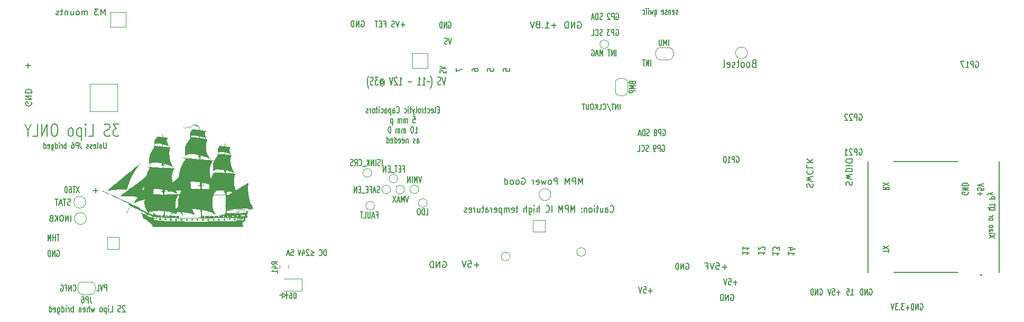
<source format=gbr>
%TF.GenerationSoftware,KiCad,Pcbnew,(6.0.2-0)*%
%TF.CreationDate,2023-06-03T21:04:40-06:00*%
%TF.ProjectId,Catlin RP2040 Sensing Controller,4361746c-696e-4205-9250-323034302053,rev?*%
%TF.SameCoordinates,Original*%
%TF.FileFunction,Legend,Bot*%
%TF.FilePolarity,Positive*%
%FSLAX46Y46*%
G04 Gerber Fmt 4.6, Leading zero omitted, Abs format (unit mm)*
G04 Created by KiCad (PCBNEW (6.0.2-0)) date 2023-06-03 21:04:40*
%MOMM*%
%LPD*%
G01*
G04 APERTURE LIST*
%ADD10C,0.150000*%
%ADD11C,0.175000*%
%ADD12C,0.200000*%
%ADD13C,0.120000*%
%ADD14C,0.127000*%
G04 APERTURE END LIST*
D10*
X71495000Y-93605000D02*
X70905000Y-93225000D01*
X71525000Y-93045000D02*
X71525000Y-94145000D01*
X70905000Y-93225000D02*
X70905000Y-93985000D01*
X70925000Y-93995000D02*
X71495000Y-93605000D01*
X71800000Y-93595000D02*
X71525000Y-93595000D01*
X70425000Y-93595000D02*
X70905000Y-93595000D01*
X160200000Y-93171428D02*
X159666666Y-93171428D01*
X159933333Y-93552380D02*
X159933333Y-92790476D01*
X159000000Y-92552380D02*
X159333333Y-92552380D01*
X159366666Y-93028571D01*
X159333333Y-92980952D01*
X159266666Y-92933333D01*
X159100000Y-92933333D01*
X159033333Y-92980952D01*
X159000000Y-93028571D01*
X158966666Y-93123809D01*
X158966666Y-93361904D01*
X159000000Y-93457142D01*
X159033333Y-93504761D01*
X159100000Y-93552380D01*
X159266666Y-93552380D01*
X159333333Y-93504761D01*
X159366666Y-93457142D01*
X158766666Y-92552380D02*
X158533333Y-93552380D01*
X158300000Y-92552380D01*
X93875000Y-80677380D02*
X94208333Y-80677380D01*
X94208333Y-79677380D01*
X93641666Y-80677380D02*
X93641666Y-79677380D01*
X93475000Y-79677380D01*
X93375000Y-79725000D01*
X93308333Y-79820238D01*
X93275000Y-79915476D01*
X93241666Y-80105952D01*
X93241666Y-80248809D01*
X93275000Y-80439285D01*
X93308333Y-80534523D01*
X93375000Y-80629761D01*
X93475000Y-80677380D01*
X93641666Y-80677380D01*
X92808333Y-79677380D02*
X92675000Y-79677380D01*
X92608333Y-79725000D01*
X92541666Y-79820238D01*
X92508333Y-80010714D01*
X92508333Y-80344047D01*
X92541666Y-80534523D01*
X92608333Y-80629761D01*
X92675000Y-80677380D01*
X92808333Y-80677380D01*
X92875000Y-80629761D01*
X92941666Y-80534523D01*
X92975000Y-80344047D01*
X92975000Y-80010714D01*
X92941666Y-79820238D01*
X92875000Y-79725000D01*
X92808333Y-79677380D01*
X118988095Y-75802380D02*
X118988095Y-74802380D01*
X118654761Y-75516666D01*
X118321428Y-74802380D01*
X118321428Y-75802380D01*
X117845238Y-75802380D02*
X117845238Y-74802380D01*
X117464285Y-74802380D01*
X117369047Y-74850000D01*
X117321428Y-74897619D01*
X117273809Y-74992857D01*
X117273809Y-75135714D01*
X117321428Y-75230952D01*
X117369047Y-75278571D01*
X117464285Y-75326190D01*
X117845238Y-75326190D01*
X116845238Y-75802380D02*
X116845238Y-74802380D01*
X116511904Y-75516666D01*
X116178571Y-74802380D01*
X116178571Y-75802380D01*
X114940476Y-75802380D02*
X114940476Y-74802380D01*
X114559523Y-74802380D01*
X114464285Y-74850000D01*
X114416666Y-74897619D01*
X114369047Y-74992857D01*
X114369047Y-75135714D01*
X114416666Y-75230952D01*
X114464285Y-75278571D01*
X114559523Y-75326190D01*
X114940476Y-75326190D01*
X113797619Y-75802380D02*
X113892857Y-75754761D01*
X113940476Y-75707142D01*
X113988095Y-75611904D01*
X113988095Y-75326190D01*
X113940476Y-75230952D01*
X113892857Y-75183333D01*
X113797619Y-75135714D01*
X113654761Y-75135714D01*
X113559523Y-75183333D01*
X113511904Y-75230952D01*
X113464285Y-75326190D01*
X113464285Y-75611904D01*
X113511904Y-75707142D01*
X113559523Y-75754761D01*
X113654761Y-75802380D01*
X113797619Y-75802380D01*
X113130952Y-75135714D02*
X112940476Y-75802380D01*
X112750000Y-75326190D01*
X112559523Y-75802380D01*
X112369047Y-75135714D01*
X111607142Y-75754761D02*
X111702380Y-75802380D01*
X111892857Y-75802380D01*
X111988095Y-75754761D01*
X112035714Y-75659523D01*
X112035714Y-75278571D01*
X111988095Y-75183333D01*
X111892857Y-75135714D01*
X111702380Y-75135714D01*
X111607142Y-75183333D01*
X111559523Y-75278571D01*
X111559523Y-75373809D01*
X112035714Y-75469047D01*
X111130952Y-75802380D02*
X111130952Y-75135714D01*
X111130952Y-75326190D02*
X111083333Y-75230952D01*
X111035714Y-75183333D01*
X110940476Y-75135714D01*
X110845238Y-75135714D01*
X109226190Y-74850000D02*
X109321428Y-74802380D01*
X109464285Y-74802380D01*
X109607142Y-74850000D01*
X109702380Y-74945238D01*
X109750000Y-75040476D01*
X109797619Y-75230952D01*
X109797619Y-75373809D01*
X109750000Y-75564285D01*
X109702380Y-75659523D01*
X109607142Y-75754761D01*
X109464285Y-75802380D01*
X109369047Y-75802380D01*
X109226190Y-75754761D01*
X109178571Y-75707142D01*
X109178571Y-75373809D01*
X109369047Y-75373809D01*
X108607142Y-75802380D02*
X108702380Y-75754761D01*
X108750000Y-75707142D01*
X108797619Y-75611904D01*
X108797619Y-75326190D01*
X108750000Y-75230952D01*
X108702380Y-75183333D01*
X108607142Y-75135714D01*
X108464285Y-75135714D01*
X108369047Y-75183333D01*
X108321428Y-75230952D01*
X108273809Y-75326190D01*
X108273809Y-75611904D01*
X108321428Y-75707142D01*
X108369047Y-75754761D01*
X108464285Y-75802380D01*
X108607142Y-75802380D01*
X107702380Y-75802380D02*
X107797619Y-75754761D01*
X107845238Y-75707142D01*
X107892857Y-75611904D01*
X107892857Y-75326190D01*
X107845238Y-75230952D01*
X107797619Y-75183333D01*
X107702380Y-75135714D01*
X107559523Y-75135714D01*
X107464285Y-75183333D01*
X107416666Y-75230952D01*
X107369047Y-75326190D01*
X107369047Y-75611904D01*
X107416666Y-75707142D01*
X107464285Y-75754761D01*
X107559523Y-75802380D01*
X107702380Y-75802380D01*
X106511904Y-75802380D02*
X106511904Y-74802380D01*
X106511904Y-75754761D02*
X106607142Y-75802380D01*
X106797619Y-75802380D01*
X106892857Y-75754761D01*
X106940476Y-75707142D01*
X106988095Y-75611904D01*
X106988095Y-75326190D01*
X106940476Y-75230952D01*
X106892857Y-75183333D01*
X106797619Y-75135714D01*
X106607142Y-75135714D01*
X106511904Y-75183333D01*
X34803333Y-86440000D02*
X34870000Y-86392380D01*
X34970000Y-86392380D01*
X35070000Y-86440000D01*
X35136666Y-86535238D01*
X35170000Y-86630476D01*
X35203333Y-86820952D01*
X35203333Y-86963809D01*
X35170000Y-87154285D01*
X35136666Y-87249523D01*
X35070000Y-87344761D01*
X34970000Y-87392380D01*
X34903333Y-87392380D01*
X34803333Y-87344761D01*
X34770000Y-87297142D01*
X34770000Y-86963809D01*
X34903333Y-86963809D01*
X34470000Y-87392380D02*
X34470000Y-86392380D01*
X34070000Y-87392380D01*
X34070000Y-86392380D01*
X33736666Y-87392380D02*
X33736666Y-86392380D01*
X33570000Y-86392380D01*
X33470000Y-86440000D01*
X33403333Y-86535238D01*
X33370000Y-86630476D01*
X33336666Y-86820952D01*
X33336666Y-86963809D01*
X33370000Y-87154285D01*
X33403333Y-87249523D01*
X33470000Y-87344761D01*
X33570000Y-87392380D01*
X33736666Y-87392380D01*
X106302380Y-57650476D02*
X106302380Y-57269523D01*
X106778571Y-57231428D01*
X106730952Y-57269523D01*
X106683333Y-57345714D01*
X106683333Y-57536190D01*
X106730952Y-57612380D01*
X106778571Y-57650476D01*
X106873809Y-57688571D01*
X107111904Y-57688571D01*
X107207142Y-57650476D01*
X107254761Y-57612380D01*
X107302380Y-57536190D01*
X107302380Y-57345714D01*
X107254761Y-57269523D01*
X107207142Y-57231428D01*
X40971428Y-76419047D02*
X40971428Y-77180952D01*
X41352380Y-76800000D02*
X40590476Y-76800000D01*
X77900000Y-87252380D02*
X77900000Y-86252380D01*
X77733333Y-86252380D01*
X77633333Y-86300000D01*
X77566666Y-86395238D01*
X77533333Y-86490476D01*
X77500000Y-86680952D01*
X77500000Y-86823809D01*
X77533333Y-87014285D01*
X77566666Y-87109523D01*
X77633333Y-87204761D01*
X77733333Y-87252380D01*
X77900000Y-87252380D01*
X76800000Y-87157142D02*
X76833333Y-87204761D01*
X76933333Y-87252380D01*
X77000000Y-87252380D01*
X77100000Y-87204761D01*
X77166666Y-87109523D01*
X77200000Y-87014285D01*
X77233333Y-86823809D01*
X77233333Y-86680952D01*
X77200000Y-86490476D01*
X77166666Y-86395238D01*
X77100000Y-86300000D01*
X77000000Y-86252380D01*
X76933333Y-86252380D01*
X76833333Y-86300000D01*
X76800000Y-86347619D01*
X75433333Y-87204761D02*
X75966666Y-87204761D01*
X75433333Y-87014285D02*
X75966666Y-86728571D01*
X75433333Y-86442857D01*
X75133333Y-86347619D02*
X75100000Y-86300000D01*
X75033333Y-86252380D01*
X74866666Y-86252380D01*
X74800000Y-86300000D01*
X74766666Y-86347619D01*
X74733333Y-86442857D01*
X74733333Y-86538095D01*
X74766666Y-86680952D01*
X75166666Y-87252380D01*
X74733333Y-87252380D01*
X74133333Y-86585714D02*
X74133333Y-87252380D01*
X74300000Y-86204761D02*
X74466666Y-86919047D01*
X74033333Y-86919047D01*
X73866666Y-86252380D02*
X73633333Y-87252380D01*
X73400000Y-86252380D01*
X72300000Y-86252380D02*
X72633333Y-86252380D01*
X72666666Y-86728571D01*
X72633333Y-86680952D01*
X72566666Y-86633333D01*
X72400000Y-86633333D01*
X72333333Y-86680952D01*
X72300000Y-86728571D01*
X72266666Y-86823809D01*
X72266666Y-87061904D01*
X72300000Y-87157142D01*
X72333333Y-87204761D01*
X72400000Y-87252380D01*
X72566666Y-87252380D01*
X72633333Y-87204761D01*
X72666666Y-87157142D01*
X72000000Y-86966666D02*
X71666666Y-86966666D01*
X72066666Y-87252380D02*
X71833333Y-86252380D01*
X71600000Y-87252380D01*
X146389285Y-56410714D02*
X146246428Y-56470238D01*
X146198809Y-56529761D01*
X146151190Y-56648809D01*
X146151190Y-56827380D01*
X146198809Y-56946428D01*
X146246428Y-57005952D01*
X146341666Y-57065476D01*
X146722619Y-57065476D01*
X146722619Y-55815476D01*
X146389285Y-55815476D01*
X146294047Y-55875000D01*
X146246428Y-55934523D01*
X146198809Y-56053571D01*
X146198809Y-56172619D01*
X146246428Y-56291666D01*
X146294047Y-56351190D01*
X146389285Y-56410714D01*
X146722619Y-56410714D01*
X145579761Y-57065476D02*
X145675000Y-57005952D01*
X145722619Y-56946428D01*
X145770238Y-56827380D01*
X145770238Y-56470238D01*
X145722619Y-56351190D01*
X145675000Y-56291666D01*
X145579761Y-56232142D01*
X145436904Y-56232142D01*
X145341666Y-56291666D01*
X145294047Y-56351190D01*
X145246428Y-56470238D01*
X145246428Y-56827380D01*
X145294047Y-56946428D01*
X145341666Y-57005952D01*
X145436904Y-57065476D01*
X145579761Y-57065476D01*
X144675000Y-57065476D02*
X144770238Y-57005952D01*
X144817857Y-56946428D01*
X144865476Y-56827380D01*
X144865476Y-56470238D01*
X144817857Y-56351190D01*
X144770238Y-56291666D01*
X144675000Y-56232142D01*
X144532142Y-56232142D01*
X144436904Y-56291666D01*
X144389285Y-56351190D01*
X144341666Y-56470238D01*
X144341666Y-56827380D01*
X144389285Y-56946428D01*
X144436904Y-57005952D01*
X144532142Y-57065476D01*
X144675000Y-57065476D01*
X144055952Y-56232142D02*
X143675000Y-56232142D01*
X143913095Y-55815476D02*
X143913095Y-56886904D01*
X143865476Y-57005952D01*
X143770238Y-57065476D01*
X143675000Y-57065476D01*
X143389285Y-57005952D02*
X143294047Y-57065476D01*
X143103571Y-57065476D01*
X143008333Y-57005952D01*
X142960714Y-56886904D01*
X142960714Y-56827380D01*
X143008333Y-56708333D01*
X143103571Y-56648809D01*
X143246428Y-56648809D01*
X143341666Y-56589285D01*
X143389285Y-56470238D01*
X143389285Y-56410714D01*
X143341666Y-56291666D01*
X143246428Y-56232142D01*
X143103571Y-56232142D01*
X143008333Y-56291666D01*
X142151190Y-57005952D02*
X142246428Y-57065476D01*
X142436904Y-57065476D01*
X142532142Y-57005952D01*
X142579761Y-56886904D01*
X142579761Y-56410714D01*
X142532142Y-56291666D01*
X142436904Y-56232142D01*
X142246428Y-56232142D01*
X142151190Y-56291666D01*
X142103571Y-56410714D01*
X142103571Y-56529761D01*
X142579761Y-56648809D01*
X141532142Y-57065476D02*
X141627380Y-57005952D01*
X141675000Y-56886904D01*
X141675000Y-55815476D01*
X143633333Y-71350000D02*
X143700000Y-71302380D01*
X143800000Y-71302380D01*
X143900000Y-71350000D01*
X143966666Y-71445238D01*
X144000000Y-71540476D01*
X144033333Y-71730952D01*
X144033333Y-71873809D01*
X144000000Y-72064285D01*
X143966666Y-72159523D01*
X143900000Y-72254761D01*
X143800000Y-72302380D01*
X143733333Y-72302380D01*
X143633333Y-72254761D01*
X143600000Y-72207142D01*
X143600000Y-71873809D01*
X143733333Y-71873809D01*
X143300000Y-72302380D02*
X143300000Y-71302380D01*
X143033333Y-71302380D01*
X142966666Y-71350000D01*
X142933333Y-71397619D01*
X142900000Y-71492857D01*
X142900000Y-71635714D01*
X142933333Y-71730952D01*
X142966666Y-71778571D01*
X143033333Y-71826190D01*
X143300000Y-71826190D01*
X142233333Y-72302380D02*
X142633333Y-72302380D01*
X142433333Y-72302380D02*
X142433333Y-71302380D01*
X142500000Y-71445238D01*
X142566666Y-71540476D01*
X142633333Y-71588095D01*
X141800000Y-71302380D02*
X141733333Y-71302380D01*
X141666666Y-71350000D01*
X141633333Y-71397619D01*
X141600000Y-71492857D01*
X141566666Y-71683333D01*
X141566666Y-71921428D01*
X141600000Y-72111904D01*
X141633333Y-72207142D01*
X141666666Y-72254761D01*
X141733333Y-72302380D01*
X141800000Y-72302380D01*
X141866666Y-72254761D01*
X141900000Y-72207142D01*
X141933333Y-72111904D01*
X141966666Y-71921428D01*
X141966666Y-71683333D01*
X141933333Y-71492857D01*
X141900000Y-71397619D01*
X141866666Y-71350000D01*
X141800000Y-71302380D01*
X124983333Y-63807142D02*
X124983333Y-62907142D01*
X124650000Y-63807142D02*
X124650000Y-62907142D01*
X124250000Y-63807142D01*
X124250000Y-62907142D01*
X124016666Y-62907142D02*
X123616666Y-62907142D01*
X123816666Y-63807142D02*
X123816666Y-62907142D01*
X122883333Y-62864285D02*
X123483333Y-64021428D01*
X122250000Y-63721428D02*
X122283333Y-63764285D01*
X122383333Y-63807142D01*
X122450000Y-63807142D01*
X122550000Y-63764285D01*
X122616666Y-63678571D01*
X122650000Y-63592857D01*
X122683333Y-63421428D01*
X122683333Y-63292857D01*
X122650000Y-63121428D01*
X122616666Y-63035714D01*
X122550000Y-62950000D01*
X122450000Y-62907142D01*
X122383333Y-62907142D01*
X122283333Y-62950000D01*
X122250000Y-62992857D01*
X121616666Y-63807142D02*
X121950000Y-63807142D01*
X121950000Y-62907142D01*
X121383333Y-63807142D02*
X121383333Y-62907142D01*
X120983333Y-63807142D02*
X121283333Y-63292857D01*
X120983333Y-62907142D02*
X121383333Y-63421428D01*
X120550000Y-62907142D02*
X120416666Y-62907142D01*
X120350000Y-62950000D01*
X120283333Y-63035714D01*
X120250000Y-63207142D01*
X120250000Y-63507142D01*
X120283333Y-63678571D01*
X120350000Y-63764285D01*
X120416666Y-63807142D01*
X120550000Y-63807142D01*
X120616666Y-63764285D01*
X120683333Y-63678571D01*
X120716666Y-63507142D01*
X120716666Y-63207142D01*
X120683333Y-63035714D01*
X120616666Y-62950000D01*
X120550000Y-62907142D01*
X119950000Y-62907142D02*
X119950000Y-63635714D01*
X119916666Y-63721428D01*
X119883333Y-63764285D01*
X119816666Y-63807142D01*
X119683333Y-63807142D01*
X119616666Y-63764285D01*
X119583333Y-63721428D01*
X119550000Y-63635714D01*
X119550000Y-62907142D01*
X119316666Y-62907142D02*
X118916666Y-62907142D01*
X119116666Y-63807142D02*
X119116666Y-62907142D01*
X144627619Y-86562380D02*
X144627619Y-87019523D01*
X144627619Y-86790952D02*
X145627619Y-86790952D01*
X145484761Y-86867142D01*
X145389523Y-86943333D01*
X145341904Y-87019523D01*
X144627619Y-85800476D02*
X144627619Y-86257619D01*
X144627619Y-86029047D02*
X145627619Y-86029047D01*
X145484761Y-86105238D01*
X145389523Y-86181428D01*
X145341904Y-86257619D01*
X142094285Y-89066428D02*
X141332380Y-89066428D01*
X141713333Y-89447380D02*
X141713333Y-88685476D01*
X140380000Y-88447380D02*
X140856190Y-88447380D01*
X140903809Y-88923571D01*
X140856190Y-88875952D01*
X140760952Y-88828333D01*
X140522857Y-88828333D01*
X140427619Y-88875952D01*
X140380000Y-88923571D01*
X140332380Y-89018809D01*
X140332380Y-89256904D01*
X140380000Y-89352142D01*
X140427619Y-89399761D01*
X140522857Y-89447380D01*
X140760952Y-89447380D01*
X140856190Y-89399761D01*
X140903809Y-89352142D01*
X140046666Y-88447380D02*
X139713333Y-89447380D01*
X139380000Y-88447380D01*
X138713333Y-88923571D02*
X139046666Y-88923571D01*
X139046666Y-89447380D02*
X139046666Y-88447380D01*
X138570476Y-88447380D01*
X103752380Y-57650476D02*
X103752380Y-57269523D01*
X104228571Y-57231428D01*
X104180952Y-57269523D01*
X104133333Y-57345714D01*
X104133333Y-57536190D01*
X104180952Y-57612380D01*
X104228571Y-57650476D01*
X104323809Y-57688571D01*
X104561904Y-57688571D01*
X104657142Y-57650476D01*
X104704761Y-57612380D01*
X104752380Y-57536190D01*
X104752380Y-57345714D01*
X104704761Y-57269523D01*
X104657142Y-57231428D01*
X98702380Y-57143333D02*
X98702380Y-57676666D01*
X99702380Y-57333809D01*
X42504761Y-48652380D02*
X42504761Y-47652380D01*
X42171428Y-48366666D01*
X41838095Y-47652380D01*
X41838095Y-48652380D01*
X41457142Y-47652380D02*
X40838095Y-47652380D01*
X41171428Y-48033333D01*
X41028571Y-48033333D01*
X40933333Y-48080952D01*
X40885714Y-48128571D01*
X40838095Y-48223809D01*
X40838095Y-48461904D01*
X40885714Y-48557142D01*
X40933333Y-48604761D01*
X41028571Y-48652380D01*
X41314285Y-48652380D01*
X41409523Y-48604761D01*
X41457142Y-48557142D01*
X39647619Y-48652380D02*
X39647619Y-47985714D01*
X39647619Y-48080952D02*
X39600000Y-48033333D01*
X39504761Y-47985714D01*
X39361904Y-47985714D01*
X39266666Y-48033333D01*
X39219047Y-48128571D01*
X39219047Y-48652380D01*
X39219047Y-48128571D02*
X39171428Y-48033333D01*
X39076190Y-47985714D01*
X38933333Y-47985714D01*
X38838095Y-48033333D01*
X38790476Y-48128571D01*
X38790476Y-48652380D01*
X38171428Y-48652380D02*
X38266666Y-48604761D01*
X38314285Y-48557142D01*
X38361904Y-48461904D01*
X38361904Y-48176190D01*
X38314285Y-48080952D01*
X38266666Y-48033333D01*
X38171428Y-47985714D01*
X38028571Y-47985714D01*
X37933333Y-48033333D01*
X37885714Y-48080952D01*
X37838095Y-48176190D01*
X37838095Y-48461904D01*
X37885714Y-48557142D01*
X37933333Y-48604761D01*
X38028571Y-48652380D01*
X38171428Y-48652380D01*
X36980952Y-47985714D02*
X36980952Y-48652380D01*
X37409523Y-47985714D02*
X37409523Y-48509523D01*
X37361904Y-48604761D01*
X37266666Y-48652380D01*
X37123809Y-48652380D01*
X37028571Y-48604761D01*
X36980952Y-48557142D01*
X36504761Y-47985714D02*
X36504761Y-48652380D01*
X36504761Y-48080952D02*
X36457142Y-48033333D01*
X36361904Y-47985714D01*
X36219047Y-47985714D01*
X36123809Y-48033333D01*
X36076190Y-48128571D01*
X36076190Y-48652380D01*
X35742857Y-47985714D02*
X35361904Y-47985714D01*
X35600000Y-47652380D02*
X35600000Y-48509523D01*
X35552380Y-48604761D01*
X35457142Y-48652380D01*
X35361904Y-48652380D01*
X35076190Y-48604761D02*
X34980952Y-48652380D01*
X34790476Y-48652380D01*
X34695238Y-48604761D01*
X34647619Y-48509523D01*
X34647619Y-48461904D01*
X34695238Y-48366666D01*
X34790476Y-48319047D01*
X34933333Y-48319047D01*
X35028571Y-48271428D01*
X35076190Y-48176190D01*
X35076190Y-48128571D01*
X35028571Y-48033333D01*
X34933333Y-47985714D01*
X34790476Y-47985714D01*
X34695238Y-48033333D01*
X36930952Y-79104761D02*
X36816666Y-79152380D01*
X36626190Y-79152380D01*
X36550000Y-79104761D01*
X36511904Y-79057142D01*
X36473809Y-78961904D01*
X36473809Y-78866666D01*
X36511904Y-78771428D01*
X36550000Y-78723809D01*
X36626190Y-78676190D01*
X36778571Y-78628571D01*
X36854761Y-78580952D01*
X36892857Y-78533333D01*
X36930952Y-78438095D01*
X36930952Y-78342857D01*
X36892857Y-78247619D01*
X36854761Y-78200000D01*
X36778571Y-78152380D01*
X36588095Y-78152380D01*
X36473809Y-78200000D01*
X36245238Y-78152380D02*
X35788095Y-78152380D01*
X36016666Y-79152380D02*
X36016666Y-78152380D01*
X35559523Y-78866666D02*
X35178571Y-78866666D01*
X35635714Y-79152380D02*
X35369047Y-78152380D01*
X35102380Y-79152380D01*
X34950000Y-78152380D02*
X34492857Y-78152380D01*
X34721428Y-79152380D02*
X34721428Y-78152380D01*
X134207619Y-48504761D02*
X134143809Y-48552380D01*
X134016190Y-48552380D01*
X133952380Y-48504761D01*
X133920476Y-48409523D01*
X133920476Y-48361904D01*
X133952380Y-48266666D01*
X134016190Y-48219047D01*
X134111904Y-48219047D01*
X134175714Y-48171428D01*
X134207619Y-48076190D01*
X134207619Y-48028571D01*
X134175714Y-47933333D01*
X134111904Y-47885714D01*
X134016190Y-47885714D01*
X133952380Y-47933333D01*
X133378095Y-48504761D02*
X133441904Y-48552380D01*
X133569523Y-48552380D01*
X133633333Y-48504761D01*
X133665238Y-48409523D01*
X133665238Y-48028571D01*
X133633333Y-47933333D01*
X133569523Y-47885714D01*
X133441904Y-47885714D01*
X133378095Y-47933333D01*
X133346190Y-48028571D01*
X133346190Y-48123809D01*
X133665238Y-48219047D01*
X133059047Y-47885714D02*
X133059047Y-48552380D01*
X133059047Y-47980952D02*
X133027142Y-47933333D01*
X132963333Y-47885714D01*
X132867619Y-47885714D01*
X132803809Y-47933333D01*
X132771904Y-48028571D01*
X132771904Y-48552380D01*
X132484761Y-48504761D02*
X132420952Y-48552380D01*
X132293333Y-48552380D01*
X132229523Y-48504761D01*
X132197619Y-48409523D01*
X132197619Y-48361904D01*
X132229523Y-48266666D01*
X132293333Y-48219047D01*
X132389047Y-48219047D01*
X132452857Y-48171428D01*
X132484761Y-48076190D01*
X132484761Y-48028571D01*
X132452857Y-47933333D01*
X132389047Y-47885714D01*
X132293333Y-47885714D01*
X132229523Y-47933333D01*
X131655238Y-48504761D02*
X131719047Y-48552380D01*
X131846666Y-48552380D01*
X131910476Y-48504761D01*
X131942380Y-48409523D01*
X131942380Y-48028571D01*
X131910476Y-47933333D01*
X131846666Y-47885714D01*
X131719047Y-47885714D01*
X131655238Y-47933333D01*
X131623333Y-48028571D01*
X131623333Y-48123809D01*
X131942380Y-48219047D01*
X130538571Y-47885714D02*
X130538571Y-48885714D01*
X130538571Y-48504761D02*
X130602380Y-48552380D01*
X130730000Y-48552380D01*
X130793809Y-48504761D01*
X130825714Y-48457142D01*
X130857619Y-48361904D01*
X130857619Y-48076190D01*
X130825714Y-47980952D01*
X130793809Y-47933333D01*
X130730000Y-47885714D01*
X130602380Y-47885714D01*
X130538571Y-47933333D01*
X130283333Y-47885714D02*
X130155714Y-48552380D01*
X130028095Y-48076190D01*
X129900476Y-48552380D01*
X129772857Y-47885714D01*
X129517619Y-48552380D02*
X129517619Y-47885714D01*
X129517619Y-47552380D02*
X129549523Y-47600000D01*
X129517619Y-47647619D01*
X129485714Y-47600000D01*
X129517619Y-47552380D01*
X129517619Y-47647619D01*
X129198571Y-48552380D02*
X129198571Y-47885714D01*
X129198571Y-47552380D02*
X129230476Y-47600000D01*
X129198571Y-47647619D01*
X129166666Y-47600000D01*
X129198571Y-47552380D01*
X129198571Y-47647619D01*
X128592380Y-48504761D02*
X128656190Y-48552380D01*
X128783809Y-48552380D01*
X128847619Y-48504761D01*
X128879523Y-48457142D01*
X128911428Y-48361904D01*
X128911428Y-48076190D01*
X128879523Y-47980952D01*
X128847619Y-47933333D01*
X128783809Y-47885714D01*
X128656190Y-47885714D01*
X128592380Y-47933333D01*
X143728571Y-91571428D02*
X143119047Y-91571428D01*
X143423809Y-91952380D02*
X143423809Y-91190476D01*
X142357142Y-90952380D02*
X142738095Y-90952380D01*
X142776190Y-91428571D01*
X142738095Y-91380952D01*
X142661904Y-91333333D01*
X142471428Y-91333333D01*
X142395238Y-91380952D01*
X142357142Y-91428571D01*
X142319047Y-91523809D01*
X142319047Y-91761904D01*
X142357142Y-91857142D01*
X142395238Y-91904761D01*
X142471428Y-91952380D01*
X142661904Y-91952380D01*
X142738095Y-91904761D01*
X142776190Y-91857142D01*
X142090476Y-90952380D02*
X141823809Y-91952380D01*
X141557142Y-90952380D01*
X114750000Y-50321428D02*
X113988095Y-50321428D01*
X114369047Y-50702380D02*
X114369047Y-49940476D01*
X112988095Y-50702380D02*
X113559523Y-50702380D01*
X113273809Y-50702380D02*
X113273809Y-49702380D01*
X113369047Y-49845238D01*
X113464285Y-49940476D01*
X113559523Y-49988095D01*
X112559523Y-50607142D02*
X112511904Y-50654761D01*
X112559523Y-50702380D01*
X112607142Y-50654761D01*
X112559523Y-50607142D01*
X112559523Y-50702380D01*
X111940476Y-50130952D02*
X112035714Y-50083333D01*
X112083333Y-50035714D01*
X112130952Y-49940476D01*
X112130952Y-49892857D01*
X112083333Y-49797619D01*
X112035714Y-49750000D01*
X111940476Y-49702380D01*
X111750000Y-49702380D01*
X111654761Y-49750000D01*
X111607142Y-49797619D01*
X111559523Y-49892857D01*
X111559523Y-49940476D01*
X111607142Y-50035714D01*
X111654761Y-50083333D01*
X111750000Y-50130952D01*
X111940476Y-50130952D01*
X112035714Y-50178571D01*
X112083333Y-50226190D01*
X112130952Y-50321428D01*
X112130952Y-50511904D01*
X112083333Y-50607142D01*
X112035714Y-50654761D01*
X111940476Y-50702380D01*
X111750000Y-50702380D01*
X111654761Y-50654761D01*
X111607142Y-50607142D01*
X111559523Y-50511904D01*
X111559523Y-50321428D01*
X111607142Y-50226190D01*
X111654761Y-50178571D01*
X111750000Y-50130952D01*
X111273809Y-49702380D02*
X110940476Y-50702380D01*
X110607142Y-49702380D01*
X90508346Y-50221428D02*
X89898822Y-50221428D01*
X90203584Y-50602380D02*
X90203584Y-49840476D01*
X89632155Y-49602380D02*
X89365489Y-50602380D01*
X89098822Y-49602380D01*
X88870250Y-50554761D02*
X88755965Y-50602380D01*
X88565489Y-50602380D01*
X88489298Y-50554761D01*
X88451203Y-50507142D01*
X88413108Y-50411904D01*
X88413108Y-50316666D01*
X88451203Y-50221428D01*
X88489298Y-50173809D01*
X88565489Y-50126190D01*
X88717869Y-50078571D01*
X88794060Y-50030952D01*
X88832155Y-49983333D01*
X88870250Y-49888095D01*
X88870250Y-49792857D01*
X88832155Y-49697619D01*
X88794060Y-49650000D01*
X88717869Y-49602380D01*
X88527393Y-49602380D01*
X88413108Y-49650000D01*
X87194060Y-50078571D02*
X87460727Y-50078571D01*
X87460727Y-50602380D02*
X87460727Y-49602380D01*
X87079774Y-49602380D01*
X86775012Y-50078571D02*
X86508346Y-50078571D01*
X86394060Y-50602380D02*
X86775012Y-50602380D01*
X86775012Y-49602380D01*
X86394060Y-49602380D01*
X86165489Y-49602380D02*
X85708346Y-49602380D01*
X85936917Y-50602380D02*
X85936917Y-49602380D01*
X163302380Y-70150000D02*
X163378571Y-70102380D01*
X163492857Y-70102380D01*
X163607142Y-70150000D01*
X163683333Y-70245238D01*
X163721428Y-70340476D01*
X163759523Y-70530952D01*
X163759523Y-70673809D01*
X163721428Y-70864285D01*
X163683333Y-70959523D01*
X163607142Y-71054761D01*
X163492857Y-71102380D01*
X163416666Y-71102380D01*
X163302380Y-71054761D01*
X163264285Y-71007142D01*
X163264285Y-70673809D01*
X163416666Y-70673809D01*
X162921428Y-71102380D02*
X162921428Y-70102380D01*
X162616666Y-70102380D01*
X162540476Y-70150000D01*
X162502380Y-70197619D01*
X162464285Y-70292857D01*
X162464285Y-70435714D01*
X162502380Y-70530952D01*
X162540476Y-70578571D01*
X162616666Y-70626190D01*
X162921428Y-70626190D01*
X162159523Y-70197619D02*
X162121428Y-70150000D01*
X162045238Y-70102380D01*
X161854761Y-70102380D01*
X161778571Y-70150000D01*
X161740476Y-70197619D01*
X161702380Y-70292857D01*
X161702380Y-70388095D01*
X161740476Y-70530952D01*
X162197619Y-71102380D01*
X161702380Y-71102380D01*
X160940476Y-71102380D02*
X161397619Y-71102380D01*
X161169047Y-71102380D02*
X161169047Y-70102380D01*
X161245238Y-70245238D01*
X161321428Y-70340476D01*
X161397619Y-70388095D01*
X147197619Y-86592380D02*
X147197619Y-87049523D01*
X147197619Y-86820952D02*
X148197619Y-86820952D01*
X148054761Y-86897142D01*
X147959523Y-86973333D01*
X147911904Y-87049523D01*
X148102380Y-86287619D02*
X148150000Y-86249523D01*
X148197619Y-86173333D01*
X148197619Y-85982857D01*
X148150000Y-85906666D01*
X148102380Y-85868571D01*
X148007142Y-85830476D01*
X147911904Y-85830476D01*
X147769047Y-85868571D01*
X147197619Y-86325714D01*
X147197619Y-85830476D01*
X83575012Y-49600000D02*
X83651203Y-49552380D01*
X83765489Y-49552380D01*
X83879774Y-49600000D01*
X83955965Y-49695238D01*
X83994060Y-49790476D01*
X84032155Y-49980952D01*
X84032155Y-50123809D01*
X83994060Y-50314285D01*
X83955965Y-50409523D01*
X83879774Y-50504761D01*
X83765489Y-50552380D01*
X83689298Y-50552380D01*
X83575012Y-50504761D01*
X83536917Y-50457142D01*
X83536917Y-50123809D01*
X83689298Y-50123809D01*
X83194060Y-50552380D02*
X83194060Y-49552380D01*
X82736917Y-50552380D01*
X82736917Y-49552380D01*
X82355965Y-50552380D02*
X82355965Y-49552380D01*
X82165489Y-49552380D01*
X82051203Y-49600000D01*
X81975012Y-49695238D01*
X81936917Y-49790476D01*
X81898822Y-49980952D01*
X81898822Y-50123809D01*
X81936917Y-50314285D01*
X81975012Y-50409523D01*
X82051203Y-50504761D01*
X82165489Y-50552380D01*
X82355965Y-50552380D01*
X181952380Y-56100000D02*
X182028571Y-56052380D01*
X182142857Y-56052380D01*
X182257142Y-56100000D01*
X182333333Y-56195238D01*
X182371428Y-56290476D01*
X182409523Y-56480952D01*
X182409523Y-56623809D01*
X182371428Y-56814285D01*
X182333333Y-56909523D01*
X182257142Y-57004761D01*
X182142857Y-57052380D01*
X182066666Y-57052380D01*
X181952380Y-57004761D01*
X181914285Y-56957142D01*
X181914285Y-56623809D01*
X182066666Y-56623809D01*
X181571428Y-57052380D02*
X181571428Y-56052380D01*
X181266666Y-56052380D01*
X181190476Y-56100000D01*
X181152380Y-56147619D01*
X181114285Y-56242857D01*
X181114285Y-56385714D01*
X181152380Y-56480952D01*
X181190476Y-56528571D01*
X181266666Y-56576190D01*
X181571428Y-56576190D01*
X180352380Y-57052380D02*
X180809523Y-57052380D01*
X180580952Y-57052380D02*
X180580952Y-56052380D01*
X180657142Y-56195238D01*
X180733333Y-56290476D01*
X180809523Y-56338095D01*
X180085714Y-56052380D02*
X179552380Y-56052380D01*
X179895238Y-57052380D01*
X131850000Y-67075000D02*
X131916666Y-67027380D01*
X132016666Y-67027380D01*
X132116666Y-67075000D01*
X132183333Y-67170238D01*
X132216666Y-67265476D01*
X132250000Y-67455952D01*
X132250000Y-67598809D01*
X132216666Y-67789285D01*
X132183333Y-67884523D01*
X132116666Y-67979761D01*
X132016666Y-68027380D01*
X131950000Y-68027380D01*
X131850000Y-67979761D01*
X131816666Y-67932142D01*
X131816666Y-67598809D01*
X131950000Y-67598809D01*
X131516666Y-68027380D02*
X131516666Y-67027380D01*
X131250000Y-67027380D01*
X131183333Y-67075000D01*
X131150000Y-67122619D01*
X131116666Y-67217857D01*
X131116666Y-67360714D01*
X131150000Y-67455952D01*
X131183333Y-67503571D01*
X131250000Y-67551190D01*
X131516666Y-67551190D01*
X130716666Y-67455952D02*
X130783333Y-67408333D01*
X130816666Y-67360714D01*
X130850000Y-67265476D01*
X130850000Y-67217857D01*
X130816666Y-67122619D01*
X130783333Y-67075000D01*
X130716666Y-67027380D01*
X130583333Y-67027380D01*
X130516666Y-67075000D01*
X130483333Y-67122619D01*
X130450000Y-67217857D01*
X130450000Y-67265476D01*
X130483333Y-67360714D01*
X130516666Y-67408333D01*
X130583333Y-67455952D01*
X130716666Y-67455952D01*
X130783333Y-67503571D01*
X130816666Y-67551190D01*
X130850000Y-67646428D01*
X130850000Y-67836904D01*
X130816666Y-67932142D01*
X130783333Y-67979761D01*
X130716666Y-68027380D01*
X130583333Y-68027380D01*
X130516666Y-67979761D01*
X130483333Y-67932142D01*
X130450000Y-67836904D01*
X130450000Y-67646428D01*
X130483333Y-67551190D01*
X130516666Y-67503571D01*
X130583333Y-67455952D01*
X129650000Y-67979761D02*
X129550000Y-68027380D01*
X129383333Y-68027380D01*
X129316666Y-67979761D01*
X129283333Y-67932142D01*
X129250000Y-67836904D01*
X129250000Y-67741666D01*
X129283333Y-67646428D01*
X129316666Y-67598809D01*
X129383333Y-67551190D01*
X129516666Y-67503571D01*
X129583333Y-67455952D01*
X129616666Y-67408333D01*
X129650000Y-67313095D01*
X129650000Y-67217857D01*
X129616666Y-67122619D01*
X129583333Y-67075000D01*
X129516666Y-67027380D01*
X129350000Y-67027380D01*
X129250000Y-67075000D01*
X128950000Y-68027380D02*
X128950000Y-67027380D01*
X128783333Y-67027380D01*
X128683333Y-67075000D01*
X128616666Y-67170238D01*
X128583333Y-67265476D01*
X128550000Y-67455952D01*
X128550000Y-67598809D01*
X128583333Y-67789285D01*
X128616666Y-67884523D01*
X128683333Y-67979761D01*
X128783333Y-68027380D01*
X128950000Y-68027380D01*
X128283333Y-67741666D02*
X127950000Y-67741666D01*
X128350000Y-68027380D02*
X128116666Y-67027380D01*
X127883333Y-68027380D01*
X161927619Y-93552380D02*
X162310476Y-93552380D01*
X162119047Y-93552380D02*
X162119047Y-92552380D01*
X162182857Y-92695238D01*
X162246666Y-92790476D01*
X162310476Y-92838095D01*
X161321428Y-92552380D02*
X161640476Y-92552380D01*
X161672380Y-93028571D01*
X161640476Y-92980952D01*
X161576666Y-92933333D01*
X161417142Y-92933333D01*
X161353333Y-92980952D01*
X161321428Y-93028571D01*
X161289523Y-93123809D01*
X161289523Y-93361904D01*
X161321428Y-93457142D01*
X161353333Y-93504761D01*
X161417142Y-93552380D01*
X161576666Y-93552380D01*
X161640476Y-93504761D01*
X161672380Y-93457142D01*
X171300000Y-95571428D02*
X170766666Y-95571428D01*
X171033333Y-95952380D02*
X171033333Y-95190476D01*
X170500000Y-94952380D02*
X170066666Y-94952380D01*
X170300000Y-95333333D01*
X170200000Y-95333333D01*
X170133333Y-95380952D01*
X170100000Y-95428571D01*
X170066666Y-95523809D01*
X170066666Y-95761904D01*
X170100000Y-95857142D01*
X170133333Y-95904761D01*
X170200000Y-95952380D01*
X170400000Y-95952380D01*
X170466666Y-95904761D01*
X170500000Y-95857142D01*
X169766666Y-95857142D02*
X169733333Y-95904761D01*
X169766666Y-95952380D01*
X169800000Y-95904761D01*
X169766666Y-95857142D01*
X169766666Y-95952380D01*
X169500000Y-94952380D02*
X169066666Y-94952380D01*
X169300000Y-95333333D01*
X169200000Y-95333333D01*
X169133333Y-95380952D01*
X169100000Y-95428571D01*
X169066666Y-95523809D01*
X169066666Y-95761904D01*
X169100000Y-95857142D01*
X169133333Y-95904761D01*
X169200000Y-95952380D01*
X169400000Y-95952380D01*
X169466666Y-95904761D01*
X169500000Y-95857142D01*
X168866666Y-94952380D02*
X168633333Y-95952380D01*
X168400000Y-94952380D01*
X156983333Y-92600000D02*
X157050000Y-92552380D01*
X157150000Y-92552380D01*
X157250000Y-92600000D01*
X157316666Y-92695238D01*
X157350000Y-92790476D01*
X157383333Y-92980952D01*
X157383333Y-93123809D01*
X157350000Y-93314285D01*
X157316666Y-93409523D01*
X157250000Y-93504761D01*
X157150000Y-93552380D01*
X157083333Y-93552380D01*
X156983333Y-93504761D01*
X156950000Y-93457142D01*
X156950000Y-93123809D01*
X157083333Y-93123809D01*
X156650000Y-93552380D02*
X156650000Y-92552380D01*
X156250000Y-93552380D01*
X156250000Y-92552380D01*
X155916666Y-93552380D02*
X155916666Y-92552380D01*
X155750000Y-92552380D01*
X155650000Y-92600000D01*
X155583333Y-92695238D01*
X155550000Y-92790476D01*
X155516666Y-92980952D01*
X155516666Y-93123809D01*
X155550000Y-93314285D01*
X155583333Y-93409523D01*
X155650000Y-93504761D01*
X155750000Y-93552380D01*
X155916666Y-93552380D01*
X102385714Y-88721428D02*
X101623809Y-88721428D01*
X102004761Y-89102380D02*
X102004761Y-88340476D01*
X100671428Y-88102380D02*
X101147619Y-88102380D01*
X101195238Y-88578571D01*
X101147619Y-88530952D01*
X101052380Y-88483333D01*
X100814285Y-88483333D01*
X100719047Y-88530952D01*
X100671428Y-88578571D01*
X100623809Y-88673809D01*
X100623809Y-88911904D01*
X100671428Y-89007142D01*
X100719047Y-89054761D01*
X100814285Y-89102380D01*
X101052380Y-89102380D01*
X101147619Y-89054761D01*
X101195238Y-89007142D01*
X100338095Y-88102380D02*
X100004761Y-89102380D01*
X99671428Y-88102380D01*
X142709523Y-93500000D02*
X142785714Y-93452380D01*
X142900000Y-93452380D01*
X143014285Y-93500000D01*
X143090476Y-93595238D01*
X143128571Y-93690476D01*
X143166666Y-93880952D01*
X143166666Y-94023809D01*
X143128571Y-94214285D01*
X143090476Y-94309523D01*
X143014285Y-94404761D01*
X142900000Y-94452380D01*
X142823809Y-94452380D01*
X142709523Y-94404761D01*
X142671428Y-94357142D01*
X142671428Y-94023809D01*
X142823809Y-94023809D01*
X142328571Y-94452380D02*
X142328571Y-93452380D01*
X141871428Y-94452380D01*
X141871428Y-93452380D01*
X141490476Y-94452380D02*
X141490476Y-93452380D01*
X141300000Y-93452380D01*
X141185714Y-93500000D01*
X141109523Y-93595238D01*
X141071428Y-93690476D01*
X141033333Y-93880952D01*
X141033333Y-94023809D01*
X141071428Y-94214285D01*
X141109523Y-94309523D01*
X141185714Y-94404761D01*
X141300000Y-94452380D01*
X141490476Y-94452380D01*
X30580952Y-56771428D02*
X29819047Y-56771428D01*
X30200000Y-57152380D02*
X30200000Y-56390476D01*
X129933333Y-56802380D02*
X129933333Y-55802380D01*
X129600000Y-56802380D02*
X129600000Y-55802380D01*
X129200000Y-56802380D01*
X129200000Y-55802380D01*
X128966666Y-55802380D02*
X128566666Y-55802380D01*
X128766666Y-56802380D02*
X128766666Y-55802380D01*
X132766666Y-53552380D02*
X132766666Y-52552380D01*
X132433333Y-53552380D02*
X132433333Y-52552380D01*
X132200000Y-53266666D01*
X131966666Y-52552380D01*
X131966666Y-53552380D01*
X131633333Y-52552380D02*
X131633333Y-53361904D01*
X131600000Y-53457142D01*
X131566666Y-53504761D01*
X131500000Y-53552380D01*
X131366666Y-53552380D01*
X131300000Y-53504761D01*
X131266666Y-53457142D01*
X131233333Y-53361904D01*
X131233333Y-52552380D01*
X97966666Y-52352380D02*
X97733333Y-53352380D01*
X97500000Y-52352380D01*
X97300000Y-53304761D02*
X97200000Y-53352380D01*
X97033333Y-53352380D01*
X96966666Y-53304761D01*
X96933333Y-53257142D01*
X96900000Y-53161904D01*
X96900000Y-53066666D01*
X96933333Y-52971428D01*
X96966666Y-52923809D01*
X97033333Y-52876190D01*
X97166666Y-52828571D01*
X97233333Y-52780952D01*
X97266666Y-52733333D01*
X97300000Y-52638095D01*
X97300000Y-52542857D01*
X97266666Y-52447619D01*
X97233333Y-52400000D01*
X97166666Y-52352380D01*
X97000000Y-52352380D01*
X96900000Y-52400000D01*
X130128571Y-92871428D02*
X129519047Y-92871428D01*
X129823809Y-93252380D02*
X129823809Y-92490476D01*
X128757142Y-92252380D02*
X129138095Y-92252380D01*
X129176190Y-92728571D01*
X129138095Y-92680952D01*
X129061904Y-92633333D01*
X128871428Y-92633333D01*
X128795238Y-92680952D01*
X128757142Y-92728571D01*
X128719047Y-92823809D01*
X128719047Y-93061904D01*
X128757142Y-93157142D01*
X128795238Y-93204761D01*
X128871428Y-93252380D01*
X129061904Y-93252380D01*
X129138095Y-93204761D01*
X129176190Y-93157142D01*
X128490476Y-92252380D02*
X128223809Y-93252380D01*
X127957142Y-92252380D01*
X93191666Y-74502380D02*
X92958333Y-75502380D01*
X92725000Y-74502380D01*
X92491666Y-75502380D02*
X92491666Y-74502380D01*
X92258333Y-75216666D01*
X92025000Y-74502380D01*
X92025000Y-75502380D01*
X91691666Y-75502380D02*
X91691666Y-74502380D01*
X91358333Y-75502380D02*
X91358333Y-74502380D01*
X90958333Y-75502380D01*
X90958333Y-74502380D01*
X91116666Y-77677380D02*
X90883333Y-78677380D01*
X90650000Y-77677380D01*
X90416666Y-78677380D02*
X90416666Y-77677380D01*
X90183333Y-78391666D01*
X89950000Y-77677380D01*
X89950000Y-78677380D01*
X89650000Y-78391666D02*
X89316666Y-78391666D01*
X89716666Y-78677380D02*
X89483333Y-77677380D01*
X89250000Y-78677380D01*
X89083333Y-77677380D02*
X88616666Y-78677380D01*
X88616666Y-77677380D02*
X89083333Y-78677380D01*
X163302380Y-64600000D02*
X163378571Y-64552380D01*
X163492857Y-64552380D01*
X163607142Y-64600000D01*
X163683333Y-64695238D01*
X163721428Y-64790476D01*
X163759523Y-64980952D01*
X163759523Y-65123809D01*
X163721428Y-65314285D01*
X163683333Y-65409523D01*
X163607142Y-65504761D01*
X163492857Y-65552380D01*
X163416666Y-65552380D01*
X163302380Y-65504761D01*
X163264285Y-65457142D01*
X163264285Y-65123809D01*
X163416666Y-65123809D01*
X162921428Y-65552380D02*
X162921428Y-64552380D01*
X162616666Y-64552380D01*
X162540476Y-64600000D01*
X162502380Y-64647619D01*
X162464285Y-64742857D01*
X162464285Y-64885714D01*
X162502380Y-64980952D01*
X162540476Y-65028571D01*
X162616666Y-65076190D01*
X162921428Y-65076190D01*
X162159523Y-64647619D02*
X162121428Y-64600000D01*
X162045238Y-64552380D01*
X161854761Y-64552380D01*
X161778571Y-64600000D01*
X161740476Y-64647619D01*
X161702380Y-64742857D01*
X161702380Y-64838095D01*
X161740476Y-64980952D01*
X162197619Y-65552380D01*
X161702380Y-65552380D01*
X161397619Y-64647619D02*
X161359523Y-64600000D01*
X161283333Y-64552380D01*
X161092857Y-64552380D01*
X161016666Y-64600000D01*
X160978571Y-64647619D01*
X160940476Y-64742857D01*
X160940476Y-64838095D01*
X160978571Y-64980952D01*
X161435714Y-65552380D01*
X160940476Y-65552380D01*
X36988095Y-81752380D02*
X36988095Y-80752380D01*
X36607142Y-81752380D02*
X36607142Y-80752380D01*
X36150000Y-81752380D01*
X36150000Y-80752380D01*
X35616666Y-80752380D02*
X35464285Y-80752380D01*
X35388095Y-80800000D01*
X35311904Y-80895238D01*
X35273809Y-81085714D01*
X35273809Y-81419047D01*
X35311904Y-81609523D01*
X35388095Y-81704761D01*
X35464285Y-81752380D01*
X35616666Y-81752380D01*
X35692857Y-81704761D01*
X35769047Y-81609523D01*
X35807142Y-81419047D01*
X35807142Y-81085714D01*
X35769047Y-80895238D01*
X35692857Y-80800000D01*
X35616666Y-80752380D01*
X34930952Y-81752380D02*
X34930952Y-80752380D01*
X34473809Y-81752380D02*
X34816666Y-81180952D01*
X34473809Y-80752380D02*
X34930952Y-81323809D01*
X33864285Y-81228571D02*
X33750000Y-81276190D01*
X33711904Y-81323809D01*
X33673809Y-81419047D01*
X33673809Y-81561904D01*
X33711904Y-81657142D01*
X33750000Y-81704761D01*
X33826190Y-81752380D01*
X34130952Y-81752380D01*
X34130952Y-80752380D01*
X33864285Y-80752380D01*
X33788095Y-80800000D01*
X33750000Y-80847619D01*
X33711904Y-80942857D01*
X33711904Y-81038095D01*
X33750000Y-81133333D01*
X33788095Y-81180952D01*
X33864285Y-81228571D01*
X34130952Y-81228571D01*
X182628571Y-77600000D02*
X182628571Y-77066666D01*
X182247619Y-77333333D02*
X183009523Y-77333333D01*
X183247619Y-76400000D02*
X183247619Y-76733333D01*
X182771428Y-76766666D01*
X182819047Y-76733333D01*
X182866666Y-76666666D01*
X182866666Y-76500000D01*
X182819047Y-76433333D01*
X182771428Y-76400000D01*
X182676190Y-76366666D01*
X182438095Y-76366666D01*
X182342857Y-76400000D01*
X182295238Y-76433333D01*
X182247619Y-76500000D01*
X182247619Y-76666666D01*
X182295238Y-76733333D01*
X182342857Y-76766666D01*
X183247619Y-76166666D02*
X182247619Y-75933333D01*
X183247619Y-75700000D01*
X161220238Y-75944047D02*
X161172619Y-75801190D01*
X161172619Y-75563095D01*
X161220238Y-75467857D01*
X161267857Y-75420238D01*
X161363095Y-75372619D01*
X161458333Y-75372619D01*
X161553571Y-75420238D01*
X161601190Y-75467857D01*
X161648809Y-75563095D01*
X161696428Y-75753571D01*
X161744047Y-75848809D01*
X161791666Y-75896428D01*
X161886904Y-75944047D01*
X161982142Y-75944047D01*
X162077380Y-75896428D01*
X162125000Y-75848809D01*
X162172619Y-75753571D01*
X162172619Y-75515476D01*
X162125000Y-75372619D01*
X162172619Y-75039285D02*
X161172619Y-74801190D01*
X161886904Y-74610714D01*
X161172619Y-74420238D01*
X162172619Y-74182142D01*
X161172619Y-73801190D02*
X162172619Y-73801190D01*
X162172619Y-73563095D01*
X162125000Y-73420238D01*
X162029761Y-73325000D01*
X161934523Y-73277380D01*
X161744047Y-73229761D01*
X161601190Y-73229761D01*
X161410714Y-73277380D01*
X161315476Y-73325000D01*
X161220238Y-73420238D01*
X161172619Y-73563095D01*
X161172619Y-73801190D01*
X161172619Y-72801190D02*
X162172619Y-72801190D01*
X162172619Y-72134523D02*
X162172619Y-71944047D01*
X162125000Y-71848809D01*
X162029761Y-71753571D01*
X161839285Y-71705952D01*
X161505952Y-71705952D01*
X161315476Y-71753571D01*
X161220238Y-71848809D01*
X161172619Y-71944047D01*
X161172619Y-72134523D01*
X161220238Y-72229761D01*
X161315476Y-72325000D01*
X161505952Y-72372619D01*
X161839285Y-72372619D01*
X162029761Y-72325000D01*
X162125000Y-72229761D01*
X162172619Y-72134523D01*
X124350000Y-55202380D02*
X124350000Y-54202380D01*
X124016666Y-55202380D02*
X124016666Y-54202380D01*
X123616666Y-55202380D01*
X123616666Y-54202380D01*
X123383333Y-54202380D02*
X122983333Y-54202380D01*
X123183333Y-55202380D02*
X123183333Y-54202380D01*
X122216666Y-55202380D02*
X122216666Y-54202380D01*
X121983333Y-54916666D01*
X121750000Y-54202380D01*
X121750000Y-55202380D01*
X121450000Y-54916666D02*
X121116666Y-54916666D01*
X121516666Y-55202380D02*
X121283333Y-54202380D01*
X121050000Y-55202380D01*
X120450000Y-54250000D02*
X120516666Y-54202380D01*
X120616666Y-54202380D01*
X120716666Y-54250000D01*
X120783333Y-54345238D01*
X120816666Y-54440476D01*
X120850000Y-54630952D01*
X120850000Y-54773809D01*
X120816666Y-54964285D01*
X120783333Y-55059523D01*
X120716666Y-55154761D01*
X120616666Y-55202380D01*
X120550000Y-55202380D01*
X120450000Y-55154761D01*
X120416666Y-55107142D01*
X120416666Y-54773809D01*
X120550000Y-54773809D01*
X45701428Y-95347619D02*
X45665714Y-95300000D01*
X45594285Y-95252380D01*
X45415714Y-95252380D01*
X45344285Y-95300000D01*
X45308571Y-95347619D01*
X45272857Y-95442857D01*
X45272857Y-95538095D01*
X45308571Y-95680952D01*
X45737142Y-96252380D01*
X45272857Y-96252380D01*
X44987142Y-96204761D02*
X44880000Y-96252380D01*
X44701428Y-96252380D01*
X44630000Y-96204761D01*
X44594285Y-96157142D01*
X44558571Y-96061904D01*
X44558571Y-95966666D01*
X44594285Y-95871428D01*
X44630000Y-95823809D01*
X44701428Y-95776190D01*
X44844285Y-95728571D01*
X44915714Y-95680952D01*
X44951428Y-95633333D01*
X44987142Y-95538095D01*
X44987142Y-95442857D01*
X44951428Y-95347619D01*
X44915714Y-95300000D01*
X44844285Y-95252380D01*
X44665714Y-95252380D01*
X44558571Y-95300000D01*
X43308571Y-96252380D02*
X43665714Y-96252380D01*
X43665714Y-95252380D01*
X43058571Y-96252380D02*
X43058571Y-95585714D01*
X43058571Y-95252380D02*
X43094285Y-95300000D01*
X43058571Y-95347619D01*
X43022857Y-95300000D01*
X43058571Y-95252380D01*
X43058571Y-95347619D01*
X42701428Y-95585714D02*
X42701428Y-96585714D01*
X42701428Y-95633333D02*
X42630000Y-95585714D01*
X42487142Y-95585714D01*
X42415714Y-95633333D01*
X42380000Y-95680952D01*
X42344285Y-95776190D01*
X42344285Y-96061904D01*
X42380000Y-96157142D01*
X42415714Y-96204761D01*
X42487142Y-96252380D01*
X42630000Y-96252380D01*
X42701428Y-96204761D01*
X41915714Y-96252380D02*
X41987142Y-96204761D01*
X42022857Y-96157142D01*
X42058571Y-96061904D01*
X42058571Y-95776190D01*
X42022857Y-95680952D01*
X41987142Y-95633333D01*
X41915714Y-95585714D01*
X41808571Y-95585714D01*
X41737142Y-95633333D01*
X41701428Y-95680952D01*
X41665714Y-95776190D01*
X41665714Y-96061904D01*
X41701428Y-96157142D01*
X41737142Y-96204761D01*
X41808571Y-96252380D01*
X41915714Y-96252380D01*
X40844285Y-95585714D02*
X40701428Y-96252380D01*
X40558571Y-95776190D01*
X40415714Y-96252380D01*
X40272857Y-95585714D01*
X39987142Y-96252380D02*
X39987142Y-95252380D01*
X39665714Y-96252380D02*
X39665714Y-95728571D01*
X39701428Y-95633333D01*
X39772857Y-95585714D01*
X39880000Y-95585714D01*
X39951428Y-95633333D01*
X39987142Y-95680952D01*
X39022857Y-96204761D02*
X39094285Y-96252380D01*
X39237142Y-96252380D01*
X39308571Y-96204761D01*
X39344285Y-96109523D01*
X39344285Y-95728571D01*
X39308571Y-95633333D01*
X39237142Y-95585714D01*
X39094285Y-95585714D01*
X39022857Y-95633333D01*
X38987142Y-95728571D01*
X38987142Y-95823809D01*
X39344285Y-95919047D01*
X38665714Y-95585714D02*
X38665714Y-96252380D01*
X38665714Y-95680952D02*
X38630000Y-95633333D01*
X38558571Y-95585714D01*
X38451428Y-95585714D01*
X38380000Y-95633333D01*
X38344285Y-95728571D01*
X38344285Y-96252380D01*
X37415714Y-96252380D02*
X37415714Y-95252380D01*
X37415714Y-95633333D02*
X37344285Y-95585714D01*
X37201428Y-95585714D01*
X37130000Y-95633333D01*
X37094285Y-95680952D01*
X37058571Y-95776190D01*
X37058571Y-96061904D01*
X37094285Y-96157142D01*
X37130000Y-96204761D01*
X37201428Y-96252380D01*
X37344285Y-96252380D01*
X37415714Y-96204761D01*
X36737142Y-96252380D02*
X36737142Y-95585714D01*
X36737142Y-95776190D02*
X36701428Y-95680952D01*
X36665714Y-95633333D01*
X36594285Y-95585714D01*
X36522857Y-95585714D01*
X36272857Y-96252380D02*
X36272857Y-95585714D01*
X36272857Y-95252380D02*
X36308571Y-95300000D01*
X36272857Y-95347619D01*
X36237142Y-95300000D01*
X36272857Y-95252380D01*
X36272857Y-95347619D01*
X35594285Y-96252380D02*
X35594285Y-95252380D01*
X35594285Y-96204761D02*
X35665714Y-96252380D01*
X35808571Y-96252380D01*
X35880000Y-96204761D01*
X35915714Y-96157142D01*
X35951428Y-96061904D01*
X35951428Y-95776190D01*
X35915714Y-95680952D01*
X35880000Y-95633333D01*
X35808571Y-95585714D01*
X35665714Y-95585714D01*
X35594285Y-95633333D01*
X34915714Y-95585714D02*
X34915714Y-96395238D01*
X34951428Y-96490476D01*
X34987142Y-96538095D01*
X35058571Y-96585714D01*
X35165714Y-96585714D01*
X35237142Y-96538095D01*
X34915714Y-96204761D02*
X34987142Y-96252380D01*
X35130000Y-96252380D01*
X35201428Y-96204761D01*
X35237142Y-96157142D01*
X35272857Y-96061904D01*
X35272857Y-95776190D01*
X35237142Y-95680952D01*
X35201428Y-95633333D01*
X35130000Y-95585714D01*
X34987142Y-95585714D01*
X34915714Y-95633333D01*
X34272857Y-96204761D02*
X34344285Y-96252380D01*
X34487142Y-96252380D01*
X34558571Y-96204761D01*
X34594285Y-96109523D01*
X34594285Y-95728571D01*
X34558571Y-95633333D01*
X34487142Y-95585714D01*
X34344285Y-95585714D01*
X34272857Y-95633333D01*
X34237142Y-95728571D01*
X34237142Y-95823809D01*
X34594285Y-95919047D01*
X33594285Y-96252380D02*
X33594285Y-95252380D01*
X33594285Y-96204761D02*
X33665714Y-96252380D01*
X33808571Y-96252380D01*
X33880000Y-96204761D01*
X33915714Y-96157142D01*
X33951428Y-96061904D01*
X33951428Y-95776190D01*
X33915714Y-95680952D01*
X33880000Y-95633333D01*
X33808571Y-95585714D01*
X33665714Y-95585714D01*
X33594285Y-95633333D01*
X96611904Y-88200000D02*
X96707142Y-88152380D01*
X96850000Y-88152380D01*
X96992857Y-88200000D01*
X97088095Y-88295238D01*
X97135714Y-88390476D01*
X97183333Y-88580952D01*
X97183333Y-88723809D01*
X97135714Y-88914285D01*
X97088095Y-89009523D01*
X96992857Y-89104761D01*
X96850000Y-89152380D01*
X96754761Y-89152380D01*
X96611904Y-89104761D01*
X96564285Y-89057142D01*
X96564285Y-88723809D01*
X96754761Y-88723809D01*
X96135714Y-89152380D02*
X96135714Y-88152380D01*
X95564285Y-89152380D01*
X95564285Y-88152380D01*
X95088095Y-89152380D02*
X95088095Y-88152380D01*
X94850000Y-88152380D01*
X94707142Y-88200000D01*
X94611904Y-88295238D01*
X94564285Y-88390476D01*
X94516666Y-88580952D01*
X94516666Y-88723809D01*
X94564285Y-88914285D01*
X94611904Y-89009523D01*
X94707142Y-89104761D01*
X94850000Y-89152380D01*
X95088095Y-89152380D01*
X90183333Y-73328571D02*
X90416666Y-73328571D01*
X90416666Y-73852380D02*
X90416666Y-72852380D01*
X90083333Y-72852380D01*
X89816666Y-73328571D02*
X89583333Y-73328571D01*
X89483333Y-73852380D02*
X89816666Y-73852380D01*
X89816666Y-72852380D01*
X89483333Y-72852380D01*
X89283333Y-72852380D02*
X88883333Y-72852380D01*
X89083333Y-73852380D02*
X89083333Y-72852380D01*
X88816666Y-73947619D02*
X88283333Y-73947619D01*
X88116666Y-73328571D02*
X87883333Y-73328571D01*
X87783333Y-73852380D02*
X88116666Y-73852380D01*
X88116666Y-72852380D01*
X87783333Y-72852380D01*
X87483333Y-73852380D02*
X87483333Y-72852380D01*
X87083333Y-73852380D01*
X87083333Y-72852380D01*
X38366666Y-76152380D02*
X37900000Y-77152380D01*
X37900000Y-76152380D02*
X38366666Y-77152380D01*
X37733333Y-76152380D02*
X37333333Y-76152380D01*
X37533333Y-77152380D02*
X37533333Y-76152380D01*
X36800000Y-76152380D02*
X36933333Y-76152380D01*
X37000000Y-76200000D01*
X37033333Y-76247619D01*
X37100000Y-76390476D01*
X37133333Y-76580952D01*
X37133333Y-76961904D01*
X37100000Y-77057142D01*
X37066666Y-77104761D01*
X37000000Y-77152380D01*
X36866666Y-77152380D01*
X36800000Y-77104761D01*
X36766666Y-77057142D01*
X36733333Y-76961904D01*
X36733333Y-76723809D01*
X36766666Y-76628571D01*
X36800000Y-76580952D01*
X36866666Y-76533333D01*
X37000000Y-76533333D01*
X37066666Y-76580952D01*
X37100000Y-76628571D01*
X37133333Y-76723809D01*
X36300000Y-76152380D02*
X36233333Y-76152380D01*
X36166666Y-76200000D01*
X36133333Y-76247619D01*
X36100000Y-76342857D01*
X36066666Y-76533333D01*
X36066666Y-76771428D01*
X36100000Y-76961904D01*
X36133333Y-77057142D01*
X36166666Y-77104761D01*
X36233333Y-77152380D01*
X36300000Y-77152380D01*
X36366666Y-77104761D01*
X36400000Y-77057142D01*
X36433333Y-76961904D01*
X36466666Y-76771428D01*
X36466666Y-76533333D01*
X36433333Y-76342857D01*
X36400000Y-76247619D01*
X36366666Y-76200000D01*
X36300000Y-76152380D01*
X151947619Y-86652380D02*
X151947619Y-87109523D01*
X151947619Y-86880952D02*
X152947619Y-86880952D01*
X152804761Y-86957142D01*
X152709523Y-87033333D01*
X152661904Y-87109523D01*
X152614285Y-85966666D02*
X151947619Y-85966666D01*
X152995238Y-86157142D02*
X152280952Y-86347619D01*
X152280952Y-85852380D01*
X85941666Y-80678571D02*
X86175000Y-80678571D01*
X86175000Y-81202380D02*
X86175000Y-80202380D01*
X85841666Y-80202380D01*
X85608333Y-80916666D02*
X85275000Y-80916666D01*
X85675000Y-81202380D02*
X85441666Y-80202380D01*
X85208333Y-81202380D01*
X84975000Y-80202380D02*
X84975000Y-81011904D01*
X84941666Y-81107142D01*
X84908333Y-81154761D01*
X84841666Y-81202380D01*
X84708333Y-81202380D01*
X84641666Y-81154761D01*
X84608333Y-81107142D01*
X84575000Y-81011904D01*
X84575000Y-80202380D01*
X83908333Y-81202380D02*
X84241666Y-81202380D01*
X84241666Y-80202380D01*
X83775000Y-80202380D02*
X83375000Y-80202380D01*
X83575000Y-81202380D02*
X83575000Y-80202380D01*
X167097619Y-76266666D02*
X167573809Y-76500000D01*
X167097619Y-76666666D02*
X168097619Y-76666666D01*
X168097619Y-76400000D01*
X168050000Y-76333333D01*
X168002380Y-76300000D01*
X167907142Y-76266666D01*
X167764285Y-76266666D01*
X167669047Y-76300000D01*
X167621428Y-76333333D01*
X167573809Y-76400000D01*
X167573809Y-76666666D01*
X168097619Y-76033333D02*
X167097619Y-75566666D01*
X168097619Y-75566666D02*
X167097619Y-76033333D01*
X126928571Y-59500000D02*
X126976190Y-59600000D01*
X127023809Y-59633333D01*
X127119047Y-59666666D01*
X127261904Y-59666666D01*
X127357142Y-59633333D01*
X127404761Y-59600000D01*
X127452380Y-59533333D01*
X127452380Y-59266666D01*
X126452380Y-59266666D01*
X126452380Y-59500000D01*
X126500000Y-59566666D01*
X126547619Y-59600000D01*
X126642857Y-59633333D01*
X126738095Y-59633333D01*
X126833333Y-59600000D01*
X126880952Y-59566666D01*
X126928571Y-59500000D01*
X126928571Y-59266666D01*
X127452380Y-59966666D02*
X126452380Y-59966666D01*
X127166666Y-60200000D01*
X126452380Y-60433333D01*
X127452380Y-60433333D01*
X127452380Y-60766666D02*
X126452380Y-60766666D01*
X126452380Y-61033333D01*
X126500000Y-61100000D01*
X126547619Y-61133333D01*
X126642857Y-61166666D01*
X126785714Y-61166666D01*
X126880952Y-61133333D01*
X126928571Y-61100000D01*
X126976190Y-61033333D01*
X126976190Y-60766666D01*
X131733333Y-69575000D02*
X131800000Y-69527380D01*
X131900000Y-69527380D01*
X132000000Y-69575000D01*
X132066666Y-69670238D01*
X132100000Y-69765476D01*
X132133333Y-69955952D01*
X132133333Y-70098809D01*
X132100000Y-70289285D01*
X132066666Y-70384523D01*
X132000000Y-70479761D01*
X131900000Y-70527380D01*
X131833333Y-70527380D01*
X131733333Y-70479761D01*
X131700000Y-70432142D01*
X131700000Y-70098809D01*
X131833333Y-70098809D01*
X131400000Y-70527380D02*
X131400000Y-69527380D01*
X131133333Y-69527380D01*
X131066666Y-69575000D01*
X131033333Y-69622619D01*
X131000000Y-69717857D01*
X131000000Y-69860714D01*
X131033333Y-69955952D01*
X131066666Y-70003571D01*
X131133333Y-70051190D01*
X131400000Y-70051190D01*
X130666666Y-70527380D02*
X130533333Y-70527380D01*
X130466666Y-70479761D01*
X130433333Y-70432142D01*
X130366666Y-70289285D01*
X130333333Y-70098809D01*
X130333333Y-69717857D01*
X130366666Y-69622619D01*
X130400000Y-69575000D01*
X130466666Y-69527380D01*
X130600000Y-69527380D01*
X130666666Y-69575000D01*
X130700000Y-69622619D01*
X130733333Y-69717857D01*
X130733333Y-69955952D01*
X130700000Y-70051190D01*
X130666666Y-70098809D01*
X130600000Y-70146428D01*
X130466666Y-70146428D01*
X130400000Y-70098809D01*
X130366666Y-70051190D01*
X130333333Y-69955952D01*
X129533333Y-70479761D02*
X129433333Y-70527380D01*
X129266666Y-70527380D01*
X129200000Y-70479761D01*
X129166666Y-70432142D01*
X129133333Y-70336904D01*
X129133333Y-70241666D01*
X129166666Y-70146428D01*
X129200000Y-70098809D01*
X129266666Y-70051190D01*
X129400000Y-70003571D01*
X129466666Y-69955952D01*
X129500000Y-69908333D01*
X129533333Y-69813095D01*
X129533333Y-69717857D01*
X129500000Y-69622619D01*
X129466666Y-69575000D01*
X129400000Y-69527380D01*
X129233333Y-69527380D01*
X129133333Y-69575000D01*
X128433333Y-70432142D02*
X128466666Y-70479761D01*
X128566666Y-70527380D01*
X128633333Y-70527380D01*
X128733333Y-70479761D01*
X128800000Y-70384523D01*
X128833333Y-70289285D01*
X128866666Y-70098809D01*
X128866666Y-69955952D01*
X128833333Y-69765476D01*
X128800000Y-69670238D01*
X128733333Y-69575000D01*
X128633333Y-69527380D01*
X128566666Y-69527380D01*
X128466666Y-69575000D01*
X128433333Y-69622619D01*
X127800000Y-70527380D02*
X128133333Y-70527380D01*
X128133333Y-69527380D01*
X180700000Y-77083333D02*
X180747619Y-77150000D01*
X180747619Y-77250000D01*
X180700000Y-77350000D01*
X180604761Y-77416666D01*
X180509523Y-77450000D01*
X180319047Y-77483333D01*
X180176190Y-77483333D01*
X179985714Y-77450000D01*
X179890476Y-77416666D01*
X179795238Y-77350000D01*
X179747619Y-77250000D01*
X179747619Y-77183333D01*
X179795238Y-77083333D01*
X179842857Y-77050000D01*
X180176190Y-77050000D01*
X180176190Y-77183333D01*
X179747619Y-76750000D02*
X180747619Y-76750000D01*
X179747619Y-76350000D01*
X180747619Y-76350000D01*
X179747619Y-76016666D02*
X180747619Y-76016666D01*
X180747619Y-75850000D01*
X180700000Y-75750000D01*
X180604761Y-75683333D01*
X180509523Y-75650000D01*
X180319047Y-75616666D01*
X180176190Y-75616666D01*
X179985714Y-75650000D01*
X179890476Y-75683333D01*
X179795238Y-75750000D01*
X179747619Y-75850000D01*
X179747619Y-76016666D01*
X30700000Y-62661904D02*
X30747619Y-62757142D01*
X30747619Y-62900000D01*
X30700000Y-63042857D01*
X30604761Y-63138095D01*
X30509523Y-63185714D01*
X30319047Y-63233333D01*
X30176190Y-63233333D01*
X29985714Y-63185714D01*
X29890476Y-63138095D01*
X29795238Y-63042857D01*
X29747619Y-62900000D01*
X29747619Y-62804761D01*
X29795238Y-62661904D01*
X29842857Y-62614285D01*
X30176190Y-62614285D01*
X30176190Y-62804761D01*
X29747619Y-62185714D02*
X30747619Y-62185714D01*
X29747619Y-61614285D01*
X30747619Y-61614285D01*
X29747619Y-61138095D02*
X30747619Y-61138095D01*
X30747619Y-60900000D01*
X30700000Y-60757142D01*
X30604761Y-60661904D01*
X30509523Y-60614285D01*
X30319047Y-60566666D01*
X30176190Y-60566666D01*
X29985714Y-60614285D01*
X29890476Y-60661904D01*
X29795238Y-60757142D01*
X29747619Y-60900000D01*
X29747619Y-61138095D01*
X149447619Y-86652380D02*
X149447619Y-87109523D01*
X149447619Y-86880952D02*
X150447619Y-86880952D01*
X150304761Y-86957142D01*
X150209523Y-87033333D01*
X150161904Y-87109523D01*
X150447619Y-86385714D02*
X150447619Y-85890476D01*
X150066666Y-86157142D01*
X150066666Y-86042857D01*
X150019047Y-85966666D01*
X149971428Y-85928571D01*
X149876190Y-85890476D01*
X149638095Y-85890476D01*
X149542857Y-85928571D01*
X149495238Y-85966666D01*
X149447619Y-86042857D01*
X149447619Y-86271428D01*
X149495238Y-86347619D01*
X149542857Y-86385714D01*
X185047619Y-84416666D02*
X184047619Y-83950000D01*
X185047619Y-83950000D02*
X184047619Y-84416666D01*
X184047619Y-83683333D02*
X184714285Y-83683333D01*
X185047619Y-83683333D02*
X185000000Y-83716666D01*
X184952380Y-83683333D01*
X185000000Y-83650000D01*
X185047619Y-83683333D01*
X184952380Y-83683333D01*
X184047619Y-83050000D02*
X184571428Y-83050000D01*
X184666666Y-83083333D01*
X184714285Y-83150000D01*
X184714285Y-83283333D01*
X184666666Y-83350000D01*
X184095238Y-83050000D02*
X184047619Y-83116666D01*
X184047619Y-83283333D01*
X184095238Y-83350000D01*
X184190476Y-83383333D01*
X184285714Y-83383333D01*
X184380952Y-83350000D01*
X184428571Y-83283333D01*
X184428571Y-83116666D01*
X184476190Y-83050000D01*
X184047619Y-82616666D02*
X184095238Y-82683333D01*
X184142857Y-82716666D01*
X184238095Y-82750000D01*
X184523809Y-82750000D01*
X184619047Y-82716666D01*
X184666666Y-82683333D01*
X184714285Y-82616666D01*
X184714285Y-82516666D01*
X184666666Y-82450000D01*
X184619047Y-82416666D01*
X184523809Y-82383333D01*
X184238095Y-82383333D01*
X184142857Y-82416666D01*
X184095238Y-82450000D01*
X184047619Y-82516666D01*
X184047619Y-82616666D01*
X184047619Y-81450000D02*
X184095238Y-81516666D01*
X184142857Y-81550000D01*
X184238095Y-81583333D01*
X184523809Y-81583333D01*
X184619047Y-81550000D01*
X184666666Y-81516666D01*
X184714285Y-81450000D01*
X184714285Y-81350000D01*
X184666666Y-81283333D01*
X184619047Y-81250000D01*
X184523809Y-81216666D01*
X184238095Y-81216666D01*
X184142857Y-81250000D01*
X184095238Y-81283333D01*
X184047619Y-81350000D01*
X184047619Y-81450000D01*
X184047619Y-80916666D02*
X184714285Y-80916666D01*
X184523809Y-80916666D02*
X184619047Y-80883333D01*
X184666666Y-80850000D01*
X184714285Y-80783333D01*
X184714285Y-80716666D01*
X183952380Y-79483333D02*
X184000000Y-79550000D01*
X184095238Y-79616666D01*
X184238095Y-79716666D01*
X184285714Y-79783333D01*
X184285714Y-79850000D01*
X184047619Y-79816666D02*
X184095238Y-79883333D01*
X184190476Y-79950000D01*
X184380952Y-79983333D01*
X184714285Y-79983333D01*
X184904761Y-79950000D01*
X185000000Y-79883333D01*
X185047619Y-79816666D01*
X185047619Y-79683333D01*
X185000000Y-79616666D01*
X184904761Y-79550000D01*
X184714285Y-79516666D01*
X184380952Y-79516666D01*
X184190476Y-79550000D01*
X184095238Y-79616666D01*
X184047619Y-79683333D01*
X184047619Y-79816666D01*
X185047619Y-79316666D02*
X185047619Y-78916666D01*
X184047619Y-79116666D02*
X185047619Y-79116666D01*
X184047619Y-78150000D02*
X185047619Y-78150000D01*
X185047619Y-77883333D01*
X185000000Y-77816666D01*
X184952380Y-77783333D01*
X184857142Y-77750000D01*
X184714285Y-77750000D01*
X184619047Y-77783333D01*
X184571428Y-77816666D01*
X184523809Y-77883333D01*
X184523809Y-78150000D01*
X184714285Y-77516666D02*
X184047619Y-77350000D01*
X184714285Y-77183333D02*
X184047619Y-77350000D01*
X183809523Y-77416666D01*
X183761904Y-77450000D01*
X183714285Y-77516666D01*
X168027619Y-86733333D02*
X168027619Y-86333333D01*
X167027619Y-86533333D02*
X168027619Y-86533333D01*
X168027619Y-86166666D02*
X167027619Y-85700000D01*
X168027619Y-85700000D02*
X167027619Y-86166666D01*
X86491666Y-77079761D02*
X86391666Y-77127380D01*
X86225000Y-77127380D01*
X86158333Y-77079761D01*
X86125000Y-77032142D01*
X86091666Y-76936904D01*
X86091666Y-76841666D01*
X86125000Y-76746428D01*
X86158333Y-76698809D01*
X86225000Y-76651190D01*
X86358333Y-76603571D01*
X86425000Y-76555952D01*
X86458333Y-76508333D01*
X86491666Y-76413095D01*
X86491666Y-76317857D01*
X86458333Y-76222619D01*
X86425000Y-76175000D01*
X86358333Y-76127380D01*
X86191666Y-76127380D01*
X86091666Y-76175000D01*
X85825000Y-76841666D02*
X85491666Y-76841666D01*
X85891666Y-77127380D02*
X85658333Y-76127380D01*
X85425000Y-77127380D01*
X84958333Y-76603571D02*
X85191666Y-76603571D01*
X85191666Y-77127380D02*
X85191666Y-76127380D01*
X84858333Y-76127380D01*
X84591666Y-76603571D02*
X84358333Y-76603571D01*
X84258333Y-77127380D02*
X84591666Y-77127380D01*
X84591666Y-76127380D01*
X84258333Y-76127380D01*
X84125000Y-77222619D02*
X83591666Y-77222619D01*
X83425000Y-76603571D02*
X83191666Y-76603571D01*
X83091666Y-77127380D02*
X83425000Y-77127380D01*
X83425000Y-76127380D01*
X83091666Y-76127380D01*
X82791666Y-77127380D02*
X82791666Y-76127380D01*
X82391666Y-77127380D01*
X82391666Y-76127380D01*
X42700000Y-69107142D02*
X42700000Y-69835714D01*
X42666666Y-69921428D01*
X42633333Y-69964285D01*
X42566666Y-70007142D01*
X42433333Y-70007142D01*
X42366666Y-69964285D01*
X42333333Y-69921428D01*
X42300000Y-69835714D01*
X42300000Y-69107142D01*
X41966666Y-69407142D02*
X41966666Y-70007142D01*
X41966666Y-69492857D02*
X41933333Y-69450000D01*
X41866666Y-69407142D01*
X41766666Y-69407142D01*
X41700000Y-69450000D01*
X41666666Y-69535714D01*
X41666666Y-70007142D01*
X41233333Y-70007142D02*
X41300000Y-69964285D01*
X41333333Y-69878571D01*
X41333333Y-69107142D01*
X40700000Y-69964285D02*
X40766666Y-70007142D01*
X40900000Y-70007142D01*
X40966666Y-69964285D01*
X41000000Y-69878571D01*
X41000000Y-69535714D01*
X40966666Y-69450000D01*
X40900000Y-69407142D01*
X40766666Y-69407142D01*
X40700000Y-69450000D01*
X40666666Y-69535714D01*
X40666666Y-69621428D01*
X41000000Y-69707142D01*
X40400000Y-69964285D02*
X40333333Y-70007142D01*
X40200000Y-70007142D01*
X40133333Y-69964285D01*
X40100000Y-69878571D01*
X40100000Y-69835714D01*
X40133333Y-69750000D01*
X40200000Y-69707142D01*
X40300000Y-69707142D01*
X40366666Y-69664285D01*
X40400000Y-69578571D01*
X40400000Y-69535714D01*
X40366666Y-69450000D01*
X40300000Y-69407142D01*
X40200000Y-69407142D01*
X40133333Y-69450000D01*
X39833333Y-69964285D02*
X39766666Y-70007142D01*
X39633333Y-70007142D01*
X39566666Y-69964285D01*
X39533333Y-69878571D01*
X39533333Y-69835714D01*
X39566666Y-69750000D01*
X39633333Y-69707142D01*
X39733333Y-69707142D01*
X39800000Y-69664285D01*
X39833333Y-69578571D01*
X39833333Y-69535714D01*
X39800000Y-69450000D01*
X39733333Y-69407142D01*
X39633333Y-69407142D01*
X39566666Y-69450000D01*
X38500000Y-69107142D02*
X38500000Y-69750000D01*
X38533333Y-69878571D01*
X38600000Y-69964285D01*
X38700000Y-70007142D01*
X38766666Y-70007142D01*
X38166666Y-70007142D02*
X38166666Y-69107142D01*
X37900000Y-69107142D01*
X37833333Y-69150000D01*
X37800000Y-69192857D01*
X37766666Y-69278571D01*
X37766666Y-69407142D01*
X37800000Y-69492857D01*
X37833333Y-69535714D01*
X37900000Y-69578571D01*
X38166666Y-69578571D01*
X37166666Y-69107142D02*
X37300000Y-69107142D01*
X37366666Y-69150000D01*
X37400000Y-69192857D01*
X37466666Y-69321428D01*
X37500000Y-69492857D01*
X37500000Y-69835714D01*
X37466666Y-69921428D01*
X37433333Y-69964285D01*
X37366666Y-70007142D01*
X37233333Y-70007142D01*
X37166666Y-69964285D01*
X37133333Y-69921428D01*
X37100000Y-69835714D01*
X37100000Y-69621428D01*
X37133333Y-69535714D01*
X37166666Y-69492857D01*
X37233333Y-69450000D01*
X37366666Y-69450000D01*
X37433333Y-69492857D01*
X37466666Y-69535714D01*
X37500000Y-69621428D01*
X36266666Y-70007142D02*
X36266666Y-69107142D01*
X36266666Y-69450000D02*
X36200000Y-69407142D01*
X36066666Y-69407142D01*
X36000000Y-69450000D01*
X35966666Y-69492857D01*
X35933333Y-69578571D01*
X35933333Y-69835714D01*
X35966666Y-69921428D01*
X36000000Y-69964285D01*
X36066666Y-70007142D01*
X36200000Y-70007142D01*
X36266666Y-69964285D01*
X35633333Y-70007142D02*
X35633333Y-69407142D01*
X35633333Y-69578571D02*
X35600000Y-69492857D01*
X35566666Y-69450000D01*
X35500000Y-69407142D01*
X35433333Y-69407142D01*
X35200000Y-70007142D02*
X35200000Y-69407142D01*
X35200000Y-69107142D02*
X35233333Y-69150000D01*
X35200000Y-69192857D01*
X35166666Y-69150000D01*
X35200000Y-69107142D01*
X35200000Y-69192857D01*
X34566666Y-70007142D02*
X34566666Y-69107142D01*
X34566666Y-69964285D02*
X34633333Y-70007142D01*
X34766666Y-70007142D01*
X34833333Y-69964285D01*
X34866666Y-69921428D01*
X34900000Y-69835714D01*
X34900000Y-69578571D01*
X34866666Y-69492857D01*
X34833333Y-69450000D01*
X34766666Y-69407142D01*
X34633333Y-69407142D01*
X34566666Y-69450000D01*
X33933333Y-69407142D02*
X33933333Y-70135714D01*
X33966666Y-70221428D01*
X34000000Y-70264285D01*
X34066666Y-70307142D01*
X34166666Y-70307142D01*
X34233333Y-70264285D01*
X33933333Y-69964285D02*
X34000000Y-70007142D01*
X34133333Y-70007142D01*
X34200000Y-69964285D01*
X34233333Y-69921428D01*
X34266666Y-69835714D01*
X34266666Y-69578571D01*
X34233333Y-69492857D01*
X34200000Y-69450000D01*
X34133333Y-69407142D01*
X34000000Y-69407142D01*
X33933333Y-69450000D01*
X33333333Y-69964285D02*
X33400000Y-70007142D01*
X33533333Y-70007142D01*
X33600000Y-69964285D01*
X33633333Y-69878571D01*
X33633333Y-69535714D01*
X33600000Y-69450000D01*
X33533333Y-69407142D01*
X33400000Y-69407142D01*
X33333333Y-69450000D01*
X33300000Y-69535714D01*
X33300000Y-69621428D01*
X33633333Y-69707142D01*
X32700000Y-70007142D02*
X32700000Y-69107142D01*
X32700000Y-69964285D02*
X32766666Y-70007142D01*
X32900000Y-70007142D01*
X32966666Y-69964285D01*
X33000000Y-69921428D01*
X33033333Y-69835714D01*
X33033333Y-69578571D01*
X33000000Y-69492857D01*
X32966666Y-69450000D01*
X32900000Y-69407142D01*
X32766666Y-69407142D01*
X32700000Y-69450000D01*
X154920238Y-76286904D02*
X154872619Y-76144047D01*
X154872619Y-75905952D01*
X154920238Y-75810714D01*
X154967857Y-75763095D01*
X155063095Y-75715476D01*
X155158333Y-75715476D01*
X155253571Y-75763095D01*
X155301190Y-75810714D01*
X155348809Y-75905952D01*
X155396428Y-76096428D01*
X155444047Y-76191666D01*
X155491666Y-76239285D01*
X155586904Y-76286904D01*
X155682142Y-76286904D01*
X155777380Y-76239285D01*
X155825000Y-76191666D01*
X155872619Y-76096428D01*
X155872619Y-75858333D01*
X155825000Y-75715476D01*
X155872619Y-75382142D02*
X154872619Y-75144047D01*
X155586904Y-74953571D01*
X154872619Y-74763095D01*
X155872619Y-74525000D01*
X154967857Y-73572619D02*
X154920238Y-73620238D01*
X154872619Y-73763095D01*
X154872619Y-73858333D01*
X154920238Y-74001190D01*
X155015476Y-74096428D01*
X155110714Y-74144047D01*
X155301190Y-74191666D01*
X155444047Y-74191666D01*
X155634523Y-74144047D01*
X155729761Y-74096428D01*
X155825000Y-74001190D01*
X155872619Y-73858333D01*
X155872619Y-73763095D01*
X155825000Y-73620238D01*
X155777380Y-73572619D01*
X154872619Y-72667857D02*
X154872619Y-73144047D01*
X155872619Y-73144047D01*
X154872619Y-72334523D02*
X155872619Y-72334523D01*
X154872619Y-71763095D02*
X155444047Y-72191666D01*
X155872619Y-71763095D02*
X155301190Y-72334523D01*
X42786666Y-92872380D02*
X42786666Y-91872380D01*
X42520000Y-91872380D01*
X42453333Y-91920000D01*
X42420000Y-91967619D01*
X42386666Y-92062857D01*
X42386666Y-92205714D01*
X42420000Y-92300952D01*
X42453333Y-92348571D01*
X42520000Y-92396190D01*
X42786666Y-92396190D01*
X42186666Y-91872380D02*
X41953333Y-92872380D01*
X41720000Y-91872380D01*
X41153333Y-92872380D02*
X41486666Y-92872380D01*
X41486666Y-91872380D01*
X164933333Y-92600000D02*
X165000000Y-92552380D01*
X165100000Y-92552380D01*
X165200000Y-92600000D01*
X165266666Y-92695238D01*
X165300000Y-92790476D01*
X165333333Y-92980952D01*
X165333333Y-93123809D01*
X165300000Y-93314285D01*
X165266666Y-93409523D01*
X165200000Y-93504761D01*
X165100000Y-93552380D01*
X165033333Y-93552380D01*
X164933333Y-93504761D01*
X164900000Y-93457142D01*
X164900000Y-93123809D01*
X165033333Y-93123809D01*
X164600000Y-93552380D02*
X164600000Y-92552380D01*
X164200000Y-93552380D01*
X164200000Y-92552380D01*
X163866666Y-93552380D02*
X163866666Y-92552380D01*
X163700000Y-92552380D01*
X163600000Y-92600000D01*
X163533333Y-92695238D01*
X163500000Y-92790476D01*
X163466666Y-92980952D01*
X163466666Y-93123809D01*
X163500000Y-93314285D01*
X163533333Y-93409523D01*
X163600000Y-93504761D01*
X163700000Y-93552380D01*
X163866666Y-93552380D01*
X96033333Y-63813571D02*
X95800000Y-63813571D01*
X95700000Y-64337380D02*
X96033333Y-64337380D01*
X96033333Y-63337380D01*
X95700000Y-63337380D01*
X95300000Y-64337380D02*
X95366666Y-64289761D01*
X95400000Y-64194523D01*
X95400000Y-63337380D01*
X94766666Y-64289761D02*
X94833333Y-64337380D01*
X94966666Y-64337380D01*
X95033333Y-64289761D01*
X95066666Y-64194523D01*
X95066666Y-63813571D01*
X95033333Y-63718333D01*
X94966666Y-63670714D01*
X94833333Y-63670714D01*
X94766666Y-63718333D01*
X94733333Y-63813571D01*
X94733333Y-63908809D01*
X95066666Y-64004047D01*
X94133333Y-64289761D02*
X94200000Y-64337380D01*
X94333333Y-64337380D01*
X94400000Y-64289761D01*
X94433333Y-64242142D01*
X94466666Y-64146904D01*
X94466666Y-63861190D01*
X94433333Y-63765952D01*
X94400000Y-63718333D01*
X94333333Y-63670714D01*
X94200000Y-63670714D01*
X94133333Y-63718333D01*
X93933333Y-63670714D02*
X93666666Y-63670714D01*
X93833333Y-63337380D02*
X93833333Y-64194523D01*
X93800000Y-64289761D01*
X93733333Y-64337380D01*
X93666666Y-64337380D01*
X93433333Y-64337380D02*
X93433333Y-63670714D01*
X93433333Y-63861190D02*
X93400000Y-63765952D01*
X93366666Y-63718333D01*
X93300000Y-63670714D01*
X93233333Y-63670714D01*
X92900000Y-64337380D02*
X92966666Y-64289761D01*
X93000000Y-64242142D01*
X93033333Y-64146904D01*
X93033333Y-63861190D01*
X93000000Y-63765952D01*
X92966666Y-63718333D01*
X92900000Y-63670714D01*
X92800000Y-63670714D01*
X92733333Y-63718333D01*
X92700000Y-63765952D01*
X92666666Y-63861190D01*
X92666666Y-64146904D01*
X92700000Y-64242142D01*
X92733333Y-64289761D01*
X92800000Y-64337380D01*
X92900000Y-64337380D01*
X92266666Y-64337380D02*
X92333333Y-64289761D01*
X92366666Y-64194523D01*
X92366666Y-63337380D01*
X92066666Y-63670714D02*
X91900000Y-64337380D01*
X91733333Y-63670714D02*
X91900000Y-64337380D01*
X91966666Y-64575476D01*
X92000000Y-64623095D01*
X92066666Y-64670714D01*
X91566666Y-63670714D02*
X91300000Y-63670714D01*
X91466666Y-63337380D02*
X91466666Y-64194523D01*
X91433333Y-64289761D01*
X91366666Y-64337380D01*
X91300000Y-64337380D01*
X91066666Y-64337380D02*
X91066666Y-63670714D01*
X91066666Y-63337380D02*
X91100000Y-63385000D01*
X91066666Y-63432619D01*
X91033333Y-63385000D01*
X91066666Y-63337380D01*
X91066666Y-63432619D01*
X90433333Y-64289761D02*
X90500000Y-64337380D01*
X90633333Y-64337380D01*
X90700000Y-64289761D01*
X90733333Y-64242142D01*
X90766666Y-64146904D01*
X90766666Y-63861190D01*
X90733333Y-63765952D01*
X90700000Y-63718333D01*
X90633333Y-63670714D01*
X90500000Y-63670714D01*
X90433333Y-63718333D01*
X89200000Y-64242142D02*
X89233333Y-64289761D01*
X89333333Y-64337380D01*
X89400000Y-64337380D01*
X89500000Y-64289761D01*
X89566666Y-64194523D01*
X89600000Y-64099285D01*
X89633333Y-63908809D01*
X89633333Y-63765952D01*
X89600000Y-63575476D01*
X89566666Y-63480238D01*
X89500000Y-63385000D01*
X89400000Y-63337380D01*
X89333333Y-63337380D01*
X89233333Y-63385000D01*
X89200000Y-63432619D01*
X88600000Y-64337380D02*
X88600000Y-63813571D01*
X88633333Y-63718333D01*
X88700000Y-63670714D01*
X88833333Y-63670714D01*
X88900000Y-63718333D01*
X88600000Y-64289761D02*
X88666666Y-64337380D01*
X88833333Y-64337380D01*
X88900000Y-64289761D01*
X88933333Y-64194523D01*
X88933333Y-64099285D01*
X88900000Y-64004047D01*
X88833333Y-63956428D01*
X88666666Y-63956428D01*
X88600000Y-63908809D01*
X88266666Y-63670714D02*
X88266666Y-64670714D01*
X88266666Y-63718333D02*
X88200000Y-63670714D01*
X88066666Y-63670714D01*
X88000000Y-63718333D01*
X87966666Y-63765952D01*
X87933333Y-63861190D01*
X87933333Y-64146904D01*
X87966666Y-64242142D01*
X88000000Y-64289761D01*
X88066666Y-64337380D01*
X88200000Y-64337380D01*
X88266666Y-64289761D01*
X87333333Y-64337380D02*
X87333333Y-63813571D01*
X87366666Y-63718333D01*
X87433333Y-63670714D01*
X87566666Y-63670714D01*
X87633333Y-63718333D01*
X87333333Y-64289761D02*
X87400000Y-64337380D01*
X87566666Y-64337380D01*
X87633333Y-64289761D01*
X87666666Y-64194523D01*
X87666666Y-64099285D01*
X87633333Y-64004047D01*
X87566666Y-63956428D01*
X87400000Y-63956428D01*
X87333333Y-63908809D01*
X86700000Y-64289761D02*
X86766666Y-64337380D01*
X86900000Y-64337380D01*
X86966666Y-64289761D01*
X87000000Y-64242142D01*
X87033333Y-64146904D01*
X87033333Y-63861190D01*
X87000000Y-63765952D01*
X86966666Y-63718333D01*
X86900000Y-63670714D01*
X86766666Y-63670714D01*
X86700000Y-63718333D01*
X86400000Y-64337380D02*
X86400000Y-63670714D01*
X86400000Y-63337380D02*
X86433333Y-63385000D01*
X86400000Y-63432619D01*
X86366666Y-63385000D01*
X86400000Y-63337380D01*
X86400000Y-63432619D01*
X86166666Y-63670714D02*
X85900000Y-63670714D01*
X86066666Y-63337380D02*
X86066666Y-64194523D01*
X86033333Y-64289761D01*
X85966666Y-64337380D01*
X85900000Y-64337380D01*
X85566666Y-64337380D02*
X85633333Y-64289761D01*
X85666666Y-64242142D01*
X85700000Y-64146904D01*
X85700000Y-63861190D01*
X85666666Y-63765952D01*
X85633333Y-63718333D01*
X85566666Y-63670714D01*
X85466666Y-63670714D01*
X85400000Y-63718333D01*
X85366666Y-63765952D01*
X85333333Y-63861190D01*
X85333333Y-64146904D01*
X85366666Y-64242142D01*
X85400000Y-64289761D01*
X85466666Y-64337380D01*
X85566666Y-64337380D01*
X85033333Y-64337380D02*
X85033333Y-63670714D01*
X85033333Y-63861190D02*
X85000000Y-63765952D01*
X84966666Y-63718333D01*
X84900000Y-63670714D01*
X84833333Y-63670714D01*
X84633333Y-64289761D02*
X84566666Y-64337380D01*
X84433333Y-64337380D01*
X84366666Y-64289761D01*
X84333333Y-64194523D01*
X84333333Y-64146904D01*
X84366666Y-64051666D01*
X84433333Y-64004047D01*
X84533333Y-64004047D01*
X84600000Y-63956428D01*
X84633333Y-63861190D01*
X84633333Y-63813571D01*
X84600000Y-63718333D01*
X84533333Y-63670714D01*
X84433333Y-63670714D01*
X84366666Y-63718333D01*
X91816666Y-64947380D02*
X92150000Y-64947380D01*
X92183333Y-65423571D01*
X92150000Y-65375952D01*
X92083333Y-65328333D01*
X91916666Y-65328333D01*
X91850000Y-65375952D01*
X91816666Y-65423571D01*
X91783333Y-65518809D01*
X91783333Y-65756904D01*
X91816666Y-65852142D01*
X91850000Y-65899761D01*
X91916666Y-65947380D01*
X92083333Y-65947380D01*
X92150000Y-65899761D01*
X92183333Y-65852142D01*
X90950000Y-65947380D02*
X90950000Y-65280714D01*
X90950000Y-65375952D02*
X90916666Y-65328333D01*
X90850000Y-65280714D01*
X90750000Y-65280714D01*
X90683333Y-65328333D01*
X90650000Y-65423571D01*
X90650000Y-65947380D01*
X90650000Y-65423571D02*
X90616666Y-65328333D01*
X90550000Y-65280714D01*
X90450000Y-65280714D01*
X90383333Y-65328333D01*
X90350000Y-65423571D01*
X90350000Y-65947380D01*
X90016666Y-65947380D02*
X90016666Y-65280714D01*
X90016666Y-65375952D02*
X89983333Y-65328333D01*
X89916666Y-65280714D01*
X89816666Y-65280714D01*
X89750000Y-65328333D01*
X89716666Y-65423571D01*
X89716666Y-65947380D01*
X89716666Y-65423571D02*
X89683333Y-65328333D01*
X89616666Y-65280714D01*
X89516666Y-65280714D01*
X89450000Y-65328333D01*
X89416666Y-65423571D01*
X89416666Y-65947380D01*
X88550000Y-65280714D02*
X88550000Y-66280714D01*
X88550000Y-65328333D02*
X88483333Y-65280714D01*
X88350000Y-65280714D01*
X88283333Y-65328333D01*
X88250000Y-65375952D01*
X88216666Y-65471190D01*
X88216666Y-65756904D01*
X88250000Y-65852142D01*
X88283333Y-65899761D01*
X88350000Y-65947380D01*
X88483333Y-65947380D01*
X88550000Y-65899761D01*
X92150000Y-67557380D02*
X92550000Y-67557380D01*
X92350000Y-67557380D02*
X92350000Y-66557380D01*
X92416666Y-66700238D01*
X92483333Y-66795476D01*
X92550000Y-66843095D01*
X91716666Y-66557380D02*
X91650000Y-66557380D01*
X91583333Y-66605000D01*
X91550000Y-66652619D01*
X91516666Y-66747857D01*
X91483333Y-66938333D01*
X91483333Y-67176428D01*
X91516666Y-67366904D01*
X91550000Y-67462142D01*
X91583333Y-67509761D01*
X91650000Y-67557380D01*
X91716666Y-67557380D01*
X91783333Y-67509761D01*
X91816666Y-67462142D01*
X91850000Y-67366904D01*
X91883333Y-67176428D01*
X91883333Y-66938333D01*
X91850000Y-66747857D01*
X91816666Y-66652619D01*
X91783333Y-66605000D01*
X91716666Y-66557380D01*
X90650000Y-67557380D02*
X90650000Y-66890714D01*
X90650000Y-66985952D02*
X90616666Y-66938333D01*
X90550000Y-66890714D01*
X90450000Y-66890714D01*
X90383333Y-66938333D01*
X90350000Y-67033571D01*
X90350000Y-67557380D01*
X90350000Y-67033571D02*
X90316666Y-66938333D01*
X90250000Y-66890714D01*
X90150000Y-66890714D01*
X90083333Y-66938333D01*
X90050000Y-67033571D01*
X90050000Y-67557380D01*
X89716666Y-67557380D02*
X89716666Y-66890714D01*
X89716666Y-66985952D02*
X89683333Y-66938333D01*
X89616666Y-66890714D01*
X89516666Y-66890714D01*
X89450000Y-66938333D01*
X89416666Y-67033571D01*
X89416666Y-67557380D01*
X89416666Y-67033571D02*
X89383333Y-66938333D01*
X89316666Y-66890714D01*
X89216666Y-66890714D01*
X89150000Y-66938333D01*
X89116666Y-67033571D01*
X89116666Y-67557380D01*
X88250000Y-67557380D02*
X88250000Y-66557380D01*
X88083333Y-66557380D01*
X87983333Y-66605000D01*
X87916666Y-66700238D01*
X87883333Y-66795476D01*
X87850000Y-66985952D01*
X87850000Y-67128809D01*
X87883333Y-67319285D01*
X87916666Y-67414523D01*
X87983333Y-67509761D01*
X88083333Y-67557380D01*
X88250000Y-67557380D01*
X92450000Y-69167380D02*
X92450000Y-68643571D01*
X92483333Y-68548333D01*
X92550000Y-68500714D01*
X92683333Y-68500714D01*
X92750000Y-68548333D01*
X92450000Y-69119761D02*
X92516666Y-69167380D01*
X92683333Y-69167380D01*
X92750000Y-69119761D01*
X92783333Y-69024523D01*
X92783333Y-68929285D01*
X92750000Y-68834047D01*
X92683333Y-68786428D01*
X92516666Y-68786428D01*
X92450000Y-68738809D01*
X92150000Y-69119761D02*
X92083333Y-69167380D01*
X91950000Y-69167380D01*
X91883333Y-69119761D01*
X91850000Y-69024523D01*
X91850000Y-68976904D01*
X91883333Y-68881666D01*
X91950000Y-68834047D01*
X92050000Y-68834047D01*
X92116666Y-68786428D01*
X92150000Y-68691190D01*
X92150000Y-68643571D01*
X92116666Y-68548333D01*
X92050000Y-68500714D01*
X91950000Y-68500714D01*
X91883333Y-68548333D01*
X91016666Y-68500714D02*
X91016666Y-69167380D01*
X91016666Y-68595952D02*
X90983333Y-68548333D01*
X90916666Y-68500714D01*
X90816666Y-68500714D01*
X90750000Y-68548333D01*
X90716666Y-68643571D01*
X90716666Y-69167380D01*
X90116666Y-69119761D02*
X90183333Y-69167380D01*
X90316666Y-69167380D01*
X90383333Y-69119761D01*
X90416666Y-69024523D01*
X90416666Y-68643571D01*
X90383333Y-68548333D01*
X90316666Y-68500714D01*
X90183333Y-68500714D01*
X90116666Y-68548333D01*
X90083333Y-68643571D01*
X90083333Y-68738809D01*
X90416666Y-68834047D01*
X89516666Y-69119761D02*
X89583333Y-69167380D01*
X89716666Y-69167380D01*
X89783333Y-69119761D01*
X89816666Y-69024523D01*
X89816666Y-68643571D01*
X89783333Y-68548333D01*
X89716666Y-68500714D01*
X89583333Y-68500714D01*
X89516666Y-68548333D01*
X89483333Y-68643571D01*
X89483333Y-68738809D01*
X89816666Y-68834047D01*
X88883333Y-69167380D02*
X88883333Y-68167380D01*
X88883333Y-69119761D02*
X88950000Y-69167380D01*
X89083333Y-69167380D01*
X89150000Y-69119761D01*
X89183333Y-69072142D01*
X89216666Y-68976904D01*
X89216666Y-68691190D01*
X89183333Y-68595952D01*
X89150000Y-68548333D01*
X89083333Y-68500714D01*
X88950000Y-68500714D01*
X88883333Y-68548333D01*
X88283333Y-69119761D02*
X88350000Y-69167380D01*
X88483333Y-69167380D01*
X88550000Y-69119761D01*
X88583333Y-69024523D01*
X88583333Y-68643571D01*
X88550000Y-68548333D01*
X88483333Y-68500714D01*
X88350000Y-68500714D01*
X88283333Y-68548333D01*
X88250000Y-68643571D01*
X88250000Y-68738809D01*
X88583333Y-68834047D01*
X87650000Y-69167380D02*
X87650000Y-68167380D01*
X87650000Y-69119761D02*
X87716666Y-69167380D01*
X87850000Y-69167380D01*
X87916666Y-69119761D01*
X87950000Y-69072142D01*
X87983333Y-68976904D01*
X87983333Y-68691190D01*
X87950000Y-68595952D01*
X87916666Y-68548333D01*
X87850000Y-68500714D01*
X87716666Y-68500714D01*
X87650000Y-68548333D01*
X37410000Y-92827142D02*
X37443333Y-92874761D01*
X37543333Y-92922380D01*
X37610000Y-92922380D01*
X37710000Y-92874761D01*
X37776666Y-92779523D01*
X37810000Y-92684285D01*
X37843333Y-92493809D01*
X37843333Y-92350952D01*
X37810000Y-92160476D01*
X37776666Y-92065238D01*
X37710000Y-91970000D01*
X37610000Y-91922380D01*
X37543333Y-91922380D01*
X37443333Y-91970000D01*
X37410000Y-92017619D01*
X37110000Y-92922380D02*
X37110000Y-91922380D01*
X36710000Y-92922380D01*
X36710000Y-91922380D01*
X36143333Y-92398571D02*
X36376666Y-92398571D01*
X36376666Y-92922380D02*
X36376666Y-91922380D01*
X36043333Y-91922380D01*
X35410000Y-91970000D02*
X35476666Y-91922380D01*
X35576666Y-91922380D01*
X35676666Y-91970000D01*
X35743333Y-92065238D01*
X35776666Y-92160476D01*
X35810000Y-92350952D01*
X35810000Y-92493809D01*
X35776666Y-92684285D01*
X35743333Y-92779523D01*
X35676666Y-92874761D01*
X35576666Y-92922380D01*
X35510000Y-92922380D01*
X35410000Y-92874761D01*
X35376666Y-92827142D01*
X35376666Y-92493809D01*
X35510000Y-92493809D01*
X97023809Y-58615476D02*
X96757142Y-59865476D01*
X96490476Y-58615476D01*
X96261904Y-59805952D02*
X96147619Y-59865476D01*
X95957142Y-59865476D01*
X95880952Y-59805952D01*
X95842857Y-59746428D01*
X95804761Y-59627380D01*
X95804761Y-59508333D01*
X95842857Y-59389285D01*
X95880952Y-59329761D01*
X95957142Y-59270238D01*
X96109523Y-59210714D01*
X96185714Y-59151190D01*
X96223809Y-59091666D01*
X96261904Y-58972619D01*
X96261904Y-58853571D01*
X96223809Y-58734523D01*
X96185714Y-58675000D01*
X96109523Y-58615476D01*
X95919047Y-58615476D01*
X95804761Y-58675000D01*
X94623809Y-60341666D02*
X94661904Y-60282142D01*
X94738095Y-60103571D01*
X94776190Y-59984523D01*
X94814285Y-59805952D01*
X94852380Y-59508333D01*
X94852380Y-59270238D01*
X94814285Y-58972619D01*
X94776190Y-58794047D01*
X94738095Y-58675000D01*
X94661904Y-58496428D01*
X94623809Y-58436904D01*
X94433333Y-59389285D02*
X94395238Y-59329761D01*
X94319047Y-59270238D01*
X94166666Y-59389285D01*
X94090476Y-59329761D01*
X94052380Y-59270238D01*
X93328571Y-59865476D02*
X93785714Y-59865476D01*
X93557142Y-59865476D02*
X93557142Y-58615476D01*
X93633333Y-58794047D01*
X93709523Y-58913095D01*
X93785714Y-58972619D01*
X92566666Y-59865476D02*
X93023809Y-59865476D01*
X92795238Y-59865476D02*
X92795238Y-58615476D01*
X92871428Y-58794047D01*
X92947619Y-58913095D01*
X93023809Y-58972619D01*
X91614285Y-59389285D02*
X91004761Y-59389285D01*
X89595238Y-59865476D02*
X90052380Y-59865476D01*
X89823809Y-59865476D02*
X89823809Y-58615476D01*
X89900000Y-58794047D01*
X89976190Y-58913095D01*
X90052380Y-58972619D01*
X89290476Y-58734523D02*
X89252380Y-58675000D01*
X89176190Y-58615476D01*
X88985714Y-58615476D01*
X88909523Y-58675000D01*
X88871428Y-58734523D01*
X88833333Y-58853571D01*
X88833333Y-58972619D01*
X88871428Y-59151190D01*
X89328571Y-59865476D01*
X88833333Y-59865476D01*
X88604761Y-58615476D02*
X88338095Y-59865476D01*
X88071428Y-58615476D01*
X86700000Y-59270238D02*
X86738095Y-59210714D01*
X86814285Y-59151190D01*
X86890476Y-59151190D01*
X86966666Y-59210714D01*
X87004761Y-59270238D01*
X87042857Y-59389285D01*
X87042857Y-59508333D01*
X87004761Y-59627380D01*
X86966666Y-59686904D01*
X86890476Y-59746428D01*
X86814285Y-59746428D01*
X86738095Y-59686904D01*
X86700000Y-59627380D01*
X86700000Y-59151190D02*
X86700000Y-59627380D01*
X86661904Y-59686904D01*
X86623809Y-59686904D01*
X86547619Y-59627380D01*
X86509523Y-59508333D01*
X86509523Y-59210714D01*
X86585714Y-59032142D01*
X86700000Y-58913095D01*
X86852380Y-58853571D01*
X87004761Y-58913095D01*
X87119047Y-59032142D01*
X87195238Y-59210714D01*
X87233333Y-59448809D01*
X87195238Y-59686904D01*
X87119047Y-59865476D01*
X87004761Y-59984523D01*
X86852380Y-60044047D01*
X86700000Y-59984523D01*
X86585714Y-59865476D01*
X86242857Y-58615476D02*
X85747619Y-58615476D01*
X86014285Y-59091666D01*
X85900000Y-59091666D01*
X85823809Y-59151190D01*
X85785714Y-59210714D01*
X85747619Y-59329761D01*
X85747619Y-59627380D01*
X85785714Y-59746428D01*
X85823809Y-59805952D01*
X85900000Y-59865476D01*
X86128571Y-59865476D01*
X86204761Y-59805952D01*
X86242857Y-59746428D01*
X85442857Y-59805952D02*
X85328571Y-59865476D01*
X85138095Y-59865476D01*
X85061904Y-59805952D01*
X85023809Y-59746428D01*
X84985714Y-59627380D01*
X84985714Y-59508333D01*
X85023809Y-59389285D01*
X85061904Y-59329761D01*
X85138095Y-59270238D01*
X85290476Y-59210714D01*
X85366666Y-59151190D01*
X85404761Y-59091666D01*
X85442857Y-58972619D01*
X85442857Y-58853571D01*
X85404761Y-58734523D01*
X85366666Y-58675000D01*
X85290476Y-58615476D01*
X85100000Y-58615476D01*
X84985714Y-58675000D01*
X84719047Y-60341666D02*
X84680952Y-60282142D01*
X84604761Y-60103571D01*
X84566666Y-59984523D01*
X84528571Y-59805952D01*
X84490476Y-59508333D01*
X84490476Y-59270238D01*
X84528571Y-58972619D01*
X84566666Y-58794047D01*
X84604761Y-58675000D01*
X84680952Y-58496428D01*
X84719047Y-58436904D01*
X86866666Y-72802380D02*
X86866666Y-71802380D01*
X86566666Y-72754761D02*
X86466666Y-72802380D01*
X86300000Y-72802380D01*
X86233333Y-72754761D01*
X86200000Y-72707142D01*
X86166666Y-72611904D01*
X86166666Y-72516666D01*
X86200000Y-72421428D01*
X86233333Y-72373809D01*
X86300000Y-72326190D01*
X86433333Y-72278571D01*
X86500000Y-72230952D01*
X86533333Y-72183333D01*
X86566666Y-72088095D01*
X86566666Y-71992857D01*
X86533333Y-71897619D01*
X86500000Y-71850000D01*
X86433333Y-71802380D01*
X86266666Y-71802380D01*
X86166666Y-71850000D01*
X85866666Y-72802380D02*
X85866666Y-71802380D01*
X85533333Y-72802380D02*
X85533333Y-71802380D01*
X85133333Y-72802380D01*
X85133333Y-71802380D01*
X84800000Y-72802380D02*
X84800000Y-71802380D01*
X84400000Y-72802380D02*
X84700000Y-72230952D01*
X84400000Y-71802380D02*
X84800000Y-72373809D01*
X84266666Y-72897619D02*
X83733333Y-72897619D01*
X83166666Y-72707142D02*
X83200000Y-72754761D01*
X83300000Y-72802380D01*
X83366666Y-72802380D01*
X83466666Y-72754761D01*
X83533333Y-72659523D01*
X83566666Y-72564285D01*
X83600000Y-72373809D01*
X83600000Y-72230952D01*
X83566666Y-72040476D01*
X83533333Y-71945238D01*
X83466666Y-71850000D01*
X83366666Y-71802380D01*
X83300000Y-71802380D01*
X83200000Y-71850000D01*
X83166666Y-71897619D01*
X82466666Y-72802380D02*
X82700000Y-72326190D01*
X82866666Y-72802380D02*
X82866666Y-71802380D01*
X82600000Y-71802380D01*
X82533333Y-71850000D01*
X82500000Y-71897619D01*
X82466666Y-71992857D01*
X82466666Y-72135714D01*
X82500000Y-72230952D01*
X82533333Y-72278571D01*
X82600000Y-72326190D01*
X82866666Y-72326190D01*
X82200000Y-72754761D02*
X82100000Y-72802380D01*
X81933333Y-72802380D01*
X81866666Y-72754761D01*
X81833333Y-72707142D01*
X81800000Y-72611904D01*
X81800000Y-72516666D01*
X81833333Y-72421428D01*
X81866666Y-72373809D01*
X81933333Y-72326190D01*
X82066666Y-72278571D01*
X82133333Y-72230952D01*
X82166666Y-72183333D01*
X82200000Y-72088095D01*
X82200000Y-71992857D01*
X82166666Y-71897619D01*
X82133333Y-71850000D01*
X82066666Y-71802380D01*
X81900000Y-71802380D01*
X81800000Y-71850000D01*
D11*
X173083333Y-95000000D02*
X173150000Y-94952380D01*
X173250000Y-94952380D01*
X173350000Y-95000000D01*
X173416666Y-95095238D01*
X173450000Y-95190476D01*
X173483333Y-95380952D01*
X173483333Y-95523809D01*
X173450000Y-95714285D01*
X173416666Y-95809523D01*
X173350000Y-95904761D01*
X173250000Y-95952380D01*
X173183333Y-95952380D01*
X173083333Y-95904761D01*
X173050000Y-95857142D01*
X173050000Y-95523809D01*
X173183333Y-95523809D01*
X172750000Y-95952380D02*
X172750000Y-94952380D01*
X172350000Y-95952380D01*
X172350000Y-94952380D01*
X172016666Y-95952380D02*
X172016666Y-94952380D01*
X171850000Y-94952380D01*
X171750000Y-95000000D01*
X171683333Y-95095238D01*
X171650000Y-95190476D01*
X171616666Y-95380952D01*
X171616666Y-95523809D01*
X171650000Y-95714285D01*
X171683333Y-95809523D01*
X171750000Y-95904761D01*
X171850000Y-95952380D01*
X172016666Y-95952380D01*
D12*
X44750000Y-66104761D02*
X43821428Y-66104761D01*
X44321428Y-66866666D01*
X44107142Y-66866666D01*
X43964285Y-66961904D01*
X43892857Y-67057142D01*
X43821428Y-67247619D01*
X43821428Y-67723809D01*
X43892857Y-67914285D01*
X43964285Y-68009523D01*
X44107142Y-68104761D01*
X44535714Y-68104761D01*
X44678571Y-68009523D01*
X44750000Y-67914285D01*
X43250000Y-68009523D02*
X43035714Y-68104761D01*
X42678571Y-68104761D01*
X42535714Y-68009523D01*
X42464285Y-67914285D01*
X42392857Y-67723809D01*
X42392857Y-67533333D01*
X42464285Y-67342857D01*
X42535714Y-67247619D01*
X42678571Y-67152380D01*
X42964285Y-67057142D01*
X43107142Y-66961904D01*
X43178571Y-66866666D01*
X43250000Y-66676190D01*
X43250000Y-66485714D01*
X43178571Y-66295238D01*
X43107142Y-66200000D01*
X42964285Y-66104761D01*
X42607142Y-66104761D01*
X42392857Y-66200000D01*
X39892857Y-68104761D02*
X40607142Y-68104761D01*
X40607142Y-66104761D01*
X39392857Y-68104761D02*
X39392857Y-66771428D01*
X39392857Y-66104761D02*
X39464285Y-66200000D01*
X39392857Y-66295238D01*
X39321428Y-66200000D01*
X39392857Y-66104761D01*
X39392857Y-66295238D01*
X38678571Y-66771428D02*
X38678571Y-68771428D01*
X38678571Y-66866666D02*
X38535714Y-66771428D01*
X38250000Y-66771428D01*
X38107142Y-66866666D01*
X38035714Y-66961904D01*
X37964285Y-67152380D01*
X37964285Y-67723809D01*
X38035714Y-67914285D01*
X38107142Y-68009523D01*
X38250000Y-68104761D01*
X38535714Y-68104761D01*
X38678571Y-68009523D01*
X37107142Y-68104761D02*
X37250000Y-68009523D01*
X37321428Y-67914285D01*
X37392857Y-67723809D01*
X37392857Y-67152380D01*
X37321428Y-66961904D01*
X37250000Y-66866666D01*
X37107142Y-66771428D01*
X36892857Y-66771428D01*
X36750000Y-66866666D01*
X36678571Y-66961904D01*
X36607142Y-67152380D01*
X36607142Y-67723809D01*
X36678571Y-67914285D01*
X36750000Y-68009523D01*
X36892857Y-68104761D01*
X37107142Y-68104761D01*
X34535714Y-66104761D02*
X34250000Y-66104761D01*
X34107142Y-66200000D01*
X33964285Y-66390476D01*
X33892857Y-66771428D01*
X33892857Y-67438095D01*
X33964285Y-67819047D01*
X34107142Y-68009523D01*
X34250000Y-68104761D01*
X34535714Y-68104761D01*
X34678571Y-68009523D01*
X34821428Y-67819047D01*
X34892857Y-67438095D01*
X34892857Y-66771428D01*
X34821428Y-66390476D01*
X34678571Y-66200000D01*
X34535714Y-66104761D01*
X33250000Y-68104761D02*
X33250000Y-66104761D01*
X32392857Y-68104761D01*
X32392857Y-66104761D01*
X30964285Y-68104761D02*
X31678571Y-68104761D01*
X31678571Y-66104761D01*
X30178571Y-67152380D02*
X30178571Y-68104761D01*
X30678571Y-66104761D02*
X30178571Y-67152380D01*
X29678571Y-66104761D01*
D10*
X123400000Y-80192857D02*
X123442857Y-80245238D01*
X123571428Y-80297619D01*
X123657142Y-80297619D01*
X123785714Y-80245238D01*
X123871428Y-80140476D01*
X123914285Y-80035714D01*
X123957142Y-79826190D01*
X123957142Y-79669047D01*
X123914285Y-79459523D01*
X123871428Y-79354761D01*
X123785714Y-79250000D01*
X123657142Y-79197619D01*
X123571428Y-79197619D01*
X123442857Y-79250000D01*
X123400000Y-79302380D01*
X122628571Y-80297619D02*
X122628571Y-79721428D01*
X122671428Y-79616666D01*
X122757142Y-79564285D01*
X122928571Y-79564285D01*
X123014285Y-79616666D01*
X122628571Y-80245238D02*
X122714285Y-80297619D01*
X122928571Y-80297619D01*
X123014285Y-80245238D01*
X123057142Y-80140476D01*
X123057142Y-80035714D01*
X123014285Y-79930952D01*
X122928571Y-79878571D01*
X122714285Y-79878571D01*
X122628571Y-79826190D01*
X121814285Y-79564285D02*
X121814285Y-80297619D01*
X122200000Y-79564285D02*
X122200000Y-80140476D01*
X122157142Y-80245238D01*
X122071428Y-80297619D01*
X121942857Y-80297619D01*
X121857142Y-80245238D01*
X121814285Y-80192857D01*
X121514285Y-79564285D02*
X121171428Y-79564285D01*
X121385714Y-79197619D02*
X121385714Y-80140476D01*
X121342857Y-80245238D01*
X121257142Y-80297619D01*
X121171428Y-80297619D01*
X120871428Y-80297619D02*
X120871428Y-79564285D01*
X120871428Y-79197619D02*
X120914285Y-79250000D01*
X120871428Y-79302380D01*
X120828571Y-79250000D01*
X120871428Y-79197619D01*
X120871428Y-79302380D01*
X120314285Y-80297619D02*
X120400000Y-80245238D01*
X120442857Y-80192857D01*
X120485714Y-80088095D01*
X120485714Y-79773809D01*
X120442857Y-79669047D01*
X120400000Y-79616666D01*
X120314285Y-79564285D01*
X120185714Y-79564285D01*
X120100000Y-79616666D01*
X120057142Y-79669047D01*
X120014285Y-79773809D01*
X120014285Y-80088095D01*
X120057142Y-80192857D01*
X120100000Y-80245238D01*
X120185714Y-80297619D01*
X120314285Y-80297619D01*
X119628571Y-79564285D02*
X119628571Y-80297619D01*
X119628571Y-79669047D02*
X119585714Y-79616666D01*
X119500000Y-79564285D01*
X119371428Y-79564285D01*
X119285714Y-79616666D01*
X119242857Y-79721428D01*
X119242857Y-80297619D01*
X118814285Y-80192857D02*
X118771428Y-80245238D01*
X118814285Y-80297619D01*
X118857142Y-80245238D01*
X118814285Y-80192857D01*
X118814285Y-80297619D01*
X118814285Y-79616666D02*
X118771428Y-79669047D01*
X118814285Y-79721428D01*
X118857142Y-79669047D01*
X118814285Y-79616666D01*
X118814285Y-79721428D01*
X117700000Y-80297619D02*
X117700000Y-79197619D01*
X117400000Y-79983333D01*
X117100000Y-79197619D01*
X117100000Y-80297619D01*
X116671428Y-80297619D02*
X116671428Y-79197619D01*
X116328571Y-79197619D01*
X116242857Y-79250000D01*
X116200000Y-79302380D01*
X116157142Y-79407142D01*
X116157142Y-79564285D01*
X116200000Y-79669047D01*
X116242857Y-79721428D01*
X116328571Y-79773809D01*
X116671428Y-79773809D01*
X115771428Y-80297619D02*
X115771428Y-79197619D01*
X115471428Y-79983333D01*
X115171428Y-79197619D01*
X115171428Y-80297619D01*
X114057142Y-80297619D02*
X114057142Y-79197619D01*
X113114285Y-80192857D02*
X113157142Y-80245238D01*
X113285714Y-80297619D01*
X113371428Y-80297619D01*
X113500000Y-80245238D01*
X113585714Y-80140476D01*
X113628571Y-80035714D01*
X113671428Y-79826190D01*
X113671428Y-79669047D01*
X113628571Y-79459523D01*
X113585714Y-79354761D01*
X113500000Y-79250000D01*
X113371428Y-79197619D01*
X113285714Y-79197619D01*
X113157142Y-79250000D01*
X113114285Y-79302380D01*
X112042857Y-80297619D02*
X112042857Y-79197619D01*
X111657142Y-80297619D02*
X111657142Y-79721428D01*
X111700000Y-79616666D01*
X111785714Y-79564285D01*
X111914285Y-79564285D01*
X112000000Y-79616666D01*
X112042857Y-79669047D01*
X111228571Y-80297619D02*
X111228571Y-79564285D01*
X111228571Y-79197619D02*
X111271428Y-79250000D01*
X111228571Y-79302380D01*
X111185714Y-79250000D01*
X111228571Y-79197619D01*
X111228571Y-79302380D01*
X110414285Y-79564285D02*
X110414285Y-80454761D01*
X110457142Y-80559523D01*
X110500000Y-80611904D01*
X110585714Y-80664285D01*
X110714285Y-80664285D01*
X110800000Y-80611904D01*
X110414285Y-80245238D02*
X110500000Y-80297619D01*
X110671428Y-80297619D01*
X110757142Y-80245238D01*
X110800000Y-80192857D01*
X110842857Y-80088095D01*
X110842857Y-79773809D01*
X110800000Y-79669047D01*
X110757142Y-79616666D01*
X110671428Y-79564285D01*
X110500000Y-79564285D01*
X110414285Y-79616666D01*
X109985714Y-80297619D02*
X109985714Y-79197619D01*
X109600000Y-80297619D02*
X109600000Y-79721428D01*
X109642857Y-79616666D01*
X109728571Y-79564285D01*
X109857142Y-79564285D01*
X109942857Y-79616666D01*
X109985714Y-79669047D01*
X108614285Y-79564285D02*
X108271428Y-79564285D01*
X108485714Y-79197619D02*
X108485714Y-80140476D01*
X108442857Y-80245238D01*
X108357142Y-80297619D01*
X108271428Y-80297619D01*
X107628571Y-80245238D02*
X107714285Y-80297619D01*
X107885714Y-80297619D01*
X107971428Y-80245238D01*
X108014285Y-80140476D01*
X108014285Y-79721428D01*
X107971428Y-79616666D01*
X107885714Y-79564285D01*
X107714285Y-79564285D01*
X107628571Y-79616666D01*
X107585714Y-79721428D01*
X107585714Y-79826190D01*
X108014285Y-79930952D01*
X107200000Y-80297619D02*
X107200000Y-79564285D01*
X107200000Y-79669047D02*
X107157142Y-79616666D01*
X107071428Y-79564285D01*
X106942857Y-79564285D01*
X106857142Y-79616666D01*
X106814285Y-79721428D01*
X106814285Y-80297619D01*
X106814285Y-79721428D02*
X106771428Y-79616666D01*
X106685714Y-79564285D01*
X106557142Y-79564285D01*
X106471428Y-79616666D01*
X106428571Y-79721428D01*
X106428571Y-80297619D01*
X106000000Y-79564285D02*
X106000000Y-80664285D01*
X106000000Y-79616666D02*
X105914285Y-79564285D01*
X105742857Y-79564285D01*
X105657142Y-79616666D01*
X105614285Y-79669047D01*
X105571428Y-79773809D01*
X105571428Y-80088095D01*
X105614285Y-80192857D01*
X105657142Y-80245238D01*
X105742857Y-80297619D01*
X105914285Y-80297619D01*
X106000000Y-80245238D01*
X104842857Y-80245238D02*
X104928571Y-80297619D01*
X105100000Y-80297619D01*
X105185714Y-80245238D01*
X105228571Y-80140476D01*
X105228571Y-79721428D01*
X105185714Y-79616666D01*
X105100000Y-79564285D01*
X104928571Y-79564285D01*
X104842857Y-79616666D01*
X104800000Y-79721428D01*
X104800000Y-79826190D01*
X105228571Y-79930952D01*
X104414285Y-80297619D02*
X104414285Y-79564285D01*
X104414285Y-79773809D02*
X104371428Y-79669047D01*
X104328571Y-79616666D01*
X104242857Y-79564285D01*
X104157142Y-79564285D01*
X103471428Y-80297619D02*
X103471428Y-79721428D01*
X103514285Y-79616666D01*
X103600000Y-79564285D01*
X103771428Y-79564285D01*
X103857142Y-79616666D01*
X103471428Y-80245238D02*
X103557142Y-80297619D01*
X103771428Y-80297619D01*
X103857142Y-80245238D01*
X103900000Y-80140476D01*
X103900000Y-80035714D01*
X103857142Y-79930952D01*
X103771428Y-79878571D01*
X103557142Y-79878571D01*
X103471428Y-79826190D01*
X103171428Y-79564285D02*
X102828571Y-79564285D01*
X103042857Y-79197619D02*
X103042857Y-80140476D01*
X103000000Y-80245238D01*
X102914285Y-80297619D01*
X102828571Y-80297619D01*
X102142857Y-79564285D02*
X102142857Y-80297619D01*
X102528571Y-79564285D02*
X102528571Y-80140476D01*
X102485714Y-80245238D01*
X102400000Y-80297619D01*
X102271428Y-80297619D01*
X102185714Y-80245238D01*
X102142857Y-80192857D01*
X101714285Y-80297619D02*
X101714285Y-79564285D01*
X101714285Y-79773809D02*
X101671428Y-79669047D01*
X101628571Y-79616666D01*
X101542857Y-79564285D01*
X101457142Y-79564285D01*
X100814285Y-80245238D02*
X100900000Y-80297619D01*
X101071428Y-80297619D01*
X101157142Y-80245238D01*
X101200000Y-80140476D01*
X101200000Y-79721428D01*
X101157142Y-79616666D01*
X101071428Y-79564285D01*
X100900000Y-79564285D01*
X100814285Y-79616666D01*
X100771428Y-79721428D01*
X100771428Y-79826190D01*
X101200000Y-79930952D01*
X100428571Y-80245238D02*
X100342857Y-80297619D01*
X100171428Y-80297619D01*
X100085714Y-80245238D01*
X100042857Y-80140476D01*
X100042857Y-80088095D01*
X100085714Y-79983333D01*
X100171428Y-79930952D01*
X100300000Y-79930952D01*
X100385714Y-79878571D01*
X100428571Y-79773809D01*
X100428571Y-79721428D01*
X100385714Y-79616666D01*
X100300000Y-79564285D01*
X100171428Y-79564285D01*
X100085714Y-79616666D01*
X101252380Y-57612380D02*
X101252380Y-57460000D01*
X101300000Y-57383809D01*
X101347619Y-57345714D01*
X101490476Y-57269523D01*
X101680952Y-57231428D01*
X102061904Y-57231428D01*
X102157142Y-57269523D01*
X102204761Y-57307619D01*
X102252380Y-57383809D01*
X102252380Y-57536190D01*
X102204761Y-57612380D01*
X102157142Y-57650476D01*
X102061904Y-57688571D01*
X101823809Y-57688571D01*
X101728571Y-57650476D01*
X101680952Y-57612380D01*
X101633333Y-57536190D01*
X101633333Y-57383809D01*
X101680952Y-57307619D01*
X101728571Y-57269523D01*
X101823809Y-57231428D01*
X35176666Y-83852380D02*
X34776666Y-83852380D01*
X34976666Y-84852380D02*
X34976666Y-83852380D01*
X34543333Y-84852380D02*
X34543333Y-83852380D01*
X34543333Y-84328571D02*
X34143333Y-84328571D01*
X34143333Y-84852380D02*
X34143333Y-83852380D01*
X33810000Y-84852380D02*
X33810000Y-83852380D01*
X33576666Y-84566666D01*
X33343333Y-83852380D01*
X33343333Y-84852380D01*
X124333333Y-51000000D02*
X124400000Y-50952380D01*
X124500000Y-50952380D01*
X124600000Y-51000000D01*
X124666666Y-51095238D01*
X124700000Y-51190476D01*
X124733333Y-51380952D01*
X124733333Y-51523809D01*
X124700000Y-51714285D01*
X124666666Y-51809523D01*
X124600000Y-51904761D01*
X124500000Y-51952380D01*
X124433333Y-51952380D01*
X124333333Y-51904761D01*
X124300000Y-51857142D01*
X124300000Y-51523809D01*
X124433333Y-51523809D01*
X124000000Y-51952380D02*
X124000000Y-50952380D01*
X123733333Y-50952380D01*
X123666666Y-51000000D01*
X123633333Y-51047619D01*
X123600000Y-51142857D01*
X123600000Y-51285714D01*
X123633333Y-51380952D01*
X123666666Y-51428571D01*
X123733333Y-51476190D01*
X124000000Y-51476190D01*
X123366666Y-50952380D02*
X122933333Y-50952380D01*
X123166666Y-51333333D01*
X123066666Y-51333333D01*
X123000000Y-51380952D01*
X122966666Y-51428571D01*
X122933333Y-51523809D01*
X122933333Y-51761904D01*
X122966666Y-51857142D01*
X123000000Y-51904761D01*
X123066666Y-51952380D01*
X123266666Y-51952380D01*
X123333333Y-51904761D01*
X123366666Y-51857142D01*
X122133333Y-51904761D02*
X122033333Y-51952380D01*
X121866666Y-51952380D01*
X121800000Y-51904761D01*
X121766666Y-51857142D01*
X121733333Y-51761904D01*
X121733333Y-51666666D01*
X121766666Y-51571428D01*
X121800000Y-51523809D01*
X121866666Y-51476190D01*
X122000000Y-51428571D01*
X122066666Y-51380952D01*
X122100000Y-51333333D01*
X122133333Y-51238095D01*
X122133333Y-51142857D01*
X122100000Y-51047619D01*
X122066666Y-51000000D01*
X122000000Y-50952380D01*
X121833333Y-50952380D01*
X121733333Y-51000000D01*
X121033333Y-51857142D02*
X121066666Y-51904761D01*
X121166666Y-51952380D01*
X121233333Y-51952380D01*
X121333333Y-51904761D01*
X121400000Y-51809523D01*
X121433333Y-51714285D01*
X121466666Y-51523809D01*
X121466666Y-51380952D01*
X121433333Y-51190476D01*
X121400000Y-51095238D01*
X121333333Y-51000000D01*
X121233333Y-50952380D01*
X121166666Y-50952380D01*
X121066666Y-51000000D01*
X121033333Y-51047619D01*
X120400000Y-51952380D02*
X120733333Y-51952380D01*
X120733333Y-50952380D01*
X97510476Y-49800000D02*
X97574285Y-49752380D01*
X97670000Y-49752380D01*
X97765714Y-49800000D01*
X97829523Y-49895238D01*
X97861428Y-49990476D01*
X97893333Y-50180952D01*
X97893333Y-50323809D01*
X97861428Y-50514285D01*
X97829523Y-50609523D01*
X97765714Y-50704761D01*
X97670000Y-50752380D01*
X97606190Y-50752380D01*
X97510476Y-50704761D01*
X97478571Y-50657142D01*
X97478571Y-50323809D01*
X97606190Y-50323809D01*
X97191428Y-50752380D02*
X97191428Y-49752380D01*
X96808571Y-50752380D01*
X96808571Y-49752380D01*
X96489523Y-50752380D02*
X96489523Y-49752380D01*
X96330000Y-49752380D01*
X96234285Y-49800000D01*
X96170476Y-49895238D01*
X96138571Y-49990476D01*
X96106666Y-50180952D01*
X96106666Y-50323809D01*
X96138571Y-50514285D01*
X96170476Y-50609523D01*
X96234285Y-50704761D01*
X96330000Y-50752380D01*
X96489523Y-50752380D01*
X135559523Y-88500000D02*
X135635714Y-88452380D01*
X135750000Y-88452380D01*
X135864285Y-88500000D01*
X135940476Y-88595238D01*
X135978571Y-88690476D01*
X136016666Y-88880952D01*
X136016666Y-89023809D01*
X135978571Y-89214285D01*
X135940476Y-89309523D01*
X135864285Y-89404761D01*
X135750000Y-89452380D01*
X135673809Y-89452380D01*
X135559523Y-89404761D01*
X135521428Y-89357142D01*
X135521428Y-89023809D01*
X135673809Y-89023809D01*
X135178571Y-89452380D02*
X135178571Y-88452380D01*
X134721428Y-89452380D01*
X134721428Y-88452380D01*
X134340476Y-89452380D02*
X134340476Y-88452380D01*
X134150000Y-88452380D01*
X134035714Y-88500000D01*
X133959523Y-88595238D01*
X133921428Y-88690476D01*
X133883333Y-88880952D01*
X133883333Y-89023809D01*
X133921428Y-89214285D01*
X133959523Y-89309523D01*
X134035714Y-89404761D01*
X134150000Y-89452380D01*
X134340476Y-89452380D01*
X96152380Y-56893333D02*
X97152380Y-57126666D01*
X96152380Y-57360000D01*
X97104761Y-57560000D02*
X97152380Y-57660000D01*
X97152380Y-57826666D01*
X97104761Y-57893333D01*
X97057142Y-57926666D01*
X96961904Y-57960000D01*
X96866666Y-57960000D01*
X96771428Y-57926666D01*
X96723809Y-57893333D01*
X96676190Y-57826666D01*
X96628571Y-57693333D01*
X96580952Y-57626666D01*
X96533333Y-57593333D01*
X96438095Y-57560000D01*
X96342857Y-57560000D01*
X96247619Y-57593333D01*
X96200000Y-57626666D01*
X96152380Y-57693333D01*
X96152380Y-57860000D01*
X96200000Y-57960000D01*
X124350000Y-48450000D02*
X124416666Y-48402380D01*
X124516666Y-48402380D01*
X124616666Y-48450000D01*
X124683333Y-48545238D01*
X124716666Y-48640476D01*
X124750000Y-48830952D01*
X124750000Y-48973809D01*
X124716666Y-49164285D01*
X124683333Y-49259523D01*
X124616666Y-49354761D01*
X124516666Y-49402380D01*
X124450000Y-49402380D01*
X124350000Y-49354761D01*
X124316666Y-49307142D01*
X124316666Y-48973809D01*
X124450000Y-48973809D01*
X124016666Y-49402380D02*
X124016666Y-48402380D01*
X123750000Y-48402380D01*
X123683333Y-48450000D01*
X123650000Y-48497619D01*
X123616666Y-48592857D01*
X123616666Y-48735714D01*
X123650000Y-48830952D01*
X123683333Y-48878571D01*
X123750000Y-48926190D01*
X124016666Y-48926190D01*
X123350000Y-48497619D02*
X123316666Y-48450000D01*
X123250000Y-48402380D01*
X123083333Y-48402380D01*
X123016666Y-48450000D01*
X122983333Y-48497619D01*
X122950000Y-48592857D01*
X122950000Y-48688095D01*
X122983333Y-48830952D01*
X123383333Y-49402380D01*
X122950000Y-49402380D01*
X122150000Y-49354761D02*
X122050000Y-49402380D01*
X121883333Y-49402380D01*
X121816666Y-49354761D01*
X121783333Y-49307142D01*
X121750000Y-49211904D01*
X121750000Y-49116666D01*
X121783333Y-49021428D01*
X121816666Y-48973809D01*
X121883333Y-48926190D01*
X122016666Y-48878571D01*
X122083333Y-48830952D01*
X122116666Y-48783333D01*
X122150000Y-48688095D01*
X122150000Y-48592857D01*
X122116666Y-48497619D01*
X122083333Y-48450000D01*
X122016666Y-48402380D01*
X121850000Y-48402380D01*
X121750000Y-48450000D01*
X121450000Y-49402380D02*
X121450000Y-48402380D01*
X121283333Y-48402380D01*
X121183333Y-48450000D01*
X121116666Y-48545238D01*
X121083333Y-48640476D01*
X121050000Y-48830952D01*
X121050000Y-48973809D01*
X121083333Y-49164285D01*
X121116666Y-49259523D01*
X121183333Y-49354761D01*
X121283333Y-49402380D01*
X121450000Y-49402380D01*
X120783333Y-49116666D02*
X120450000Y-49116666D01*
X120850000Y-49402380D02*
X120616666Y-48402380D01*
X120383333Y-49402380D01*
X118211904Y-49800000D02*
X118307142Y-49752380D01*
X118450000Y-49752380D01*
X118592857Y-49800000D01*
X118688095Y-49895238D01*
X118735714Y-49990476D01*
X118783333Y-50180952D01*
X118783333Y-50323809D01*
X118735714Y-50514285D01*
X118688095Y-50609523D01*
X118592857Y-50704761D01*
X118450000Y-50752380D01*
X118354761Y-50752380D01*
X118211904Y-50704761D01*
X118164285Y-50657142D01*
X118164285Y-50323809D01*
X118354761Y-50323809D01*
X117735714Y-50752380D02*
X117735714Y-49752380D01*
X117164285Y-50752380D01*
X117164285Y-49752380D01*
X116688095Y-50752380D02*
X116688095Y-49752380D01*
X116450000Y-49752380D01*
X116307142Y-49800000D01*
X116211904Y-49895238D01*
X116164285Y-49990476D01*
X116116666Y-50180952D01*
X116116666Y-50323809D01*
X116164285Y-50514285D01*
X116211904Y-50609523D01*
X116307142Y-50704761D01*
X116450000Y-50752380D01*
X116688095Y-50752380D01*
%TO.C,R41*%
X70107142Y-88650000D02*
X69678571Y-88416666D01*
X70107142Y-88250000D02*
X69207142Y-88250000D01*
X69207142Y-88516666D01*
X69250000Y-88583333D01*
X69292857Y-88616666D01*
X69378571Y-88650000D01*
X69507142Y-88650000D01*
X69592857Y-88616666D01*
X69635714Y-88583333D01*
X69678571Y-88516666D01*
X69678571Y-88250000D01*
X69507142Y-89250000D02*
X70107142Y-89250000D01*
X69164285Y-89083333D02*
X69807142Y-88916666D01*
X69807142Y-89350000D01*
X70107142Y-89983333D02*
X70107142Y-89583333D01*
X70107142Y-89783333D02*
X69207142Y-89783333D01*
X69335714Y-89716666D01*
X69421428Y-89650000D01*
X69464285Y-89583333D01*
%TO.C,D6*%
X73116666Y-94107142D02*
X73116666Y-93207142D01*
X72950000Y-93207142D01*
X72850000Y-93250000D01*
X72783333Y-93335714D01*
X72750000Y-93421428D01*
X72716666Y-93592857D01*
X72716666Y-93721428D01*
X72750000Y-93892857D01*
X72783333Y-93978571D01*
X72850000Y-94064285D01*
X72950000Y-94107142D01*
X73116666Y-94107142D01*
X72116666Y-93207142D02*
X72250000Y-93207142D01*
X72316666Y-93250000D01*
X72350000Y-93292857D01*
X72416666Y-93421428D01*
X72450000Y-93592857D01*
X72450000Y-93935714D01*
X72416666Y-94021428D01*
X72383333Y-94064285D01*
X72316666Y-94107142D01*
X72183333Y-94107142D01*
X72116666Y-94064285D01*
X72083333Y-94021428D01*
X72050000Y-93935714D01*
X72050000Y-93721428D01*
X72083333Y-93635714D01*
X72116666Y-93592857D01*
X72183333Y-93550000D01*
X72316666Y-93550000D01*
X72383333Y-93592857D01*
X72416666Y-93635714D01*
X72450000Y-93721428D01*
%TO.C,JP6*%
X40133333Y-93802380D02*
X40133333Y-94516666D01*
X40166666Y-94659523D01*
X40233333Y-94754761D01*
X40333333Y-94802380D01*
X40400000Y-94802380D01*
X39800000Y-94802380D02*
X39800000Y-93802380D01*
X39533333Y-93802380D01*
X39466666Y-93850000D01*
X39433333Y-93897619D01*
X39400000Y-93992857D01*
X39400000Y-94135714D01*
X39433333Y-94230952D01*
X39466666Y-94278571D01*
X39533333Y-94326190D01*
X39800000Y-94326190D01*
X38800000Y-93802380D02*
X38933333Y-93802380D01*
X39000000Y-93850000D01*
X39033333Y-93897619D01*
X39100000Y-94040476D01*
X39133333Y-94230952D01*
X39133333Y-94611904D01*
X39100000Y-94707142D01*
X39066666Y-94754761D01*
X39000000Y-94802380D01*
X38866666Y-94802380D01*
X38800000Y-94754761D01*
X38766666Y-94707142D01*
X38733333Y-94611904D01*
X38733333Y-94373809D01*
X38766666Y-94278571D01*
X38800000Y-94230952D01*
X38866666Y-94183333D01*
X39000000Y-94183333D01*
X39066666Y-94230952D01*
X39100000Y-94278571D01*
X39133333Y-94373809D01*
D13*
%TO.C,TP9*%
X107350000Y-87400000D02*
G75*
G03*
X107350000Y-87400000I-700000J0D01*
G01*
%TO.C,TP7*%
X43400000Y-48175000D02*
X43400000Y-50575000D01*
X43400000Y-50575000D02*
X45800000Y-50575000D01*
X45800000Y-48175000D02*
X43400000Y-48175000D01*
X45800000Y-50575000D02*
X45800000Y-48175000D01*
%TO.C,R41*%
X70465000Y-88772936D02*
X70465000Y-89227064D01*
X71935000Y-88772936D02*
X71935000Y-89227064D01*
%TO.C,TP4*%
X39400000Y-78670000D02*
G75*
G03*
X39400000Y-78670000I-950000J0D01*
G01*
%TO.C,TP14*%
X90475000Y-76650000D02*
G75*
G03*
X90475000Y-76650000I-700000J0D01*
G01*
%TO.C,TP19*%
X85650000Y-79250000D02*
G75*
G03*
X85650000Y-79250000I-700000J0D01*
G01*
%TO.C,TP13*%
X85200000Y-73975000D02*
G75*
G03*
X85200000Y-73975000I-700000J0D01*
G01*
%TO.C,TP12*%
X91734511Y-57200000D02*
X94134511Y-57200000D01*
X91734511Y-54800000D02*
X91734511Y-57200000D01*
X94134511Y-57200000D02*
X94134511Y-54800000D01*
X94134511Y-54800000D02*
X91734511Y-54800000D01*
%TO.C,TP11*%
X112950000Y-81550000D02*
X111050000Y-81550000D01*
X112950000Y-83450000D02*
X112950000Y-81550000D01*
X111050000Y-81550000D02*
X111050000Y-83450000D01*
X111050000Y-83450000D02*
X112950000Y-83450000D01*
%TO.C,TP8*%
X119450000Y-86650000D02*
G75*
G03*
X119450000Y-86650000I-700000J0D01*
G01*
%TO.C,TP2*%
X145375000Y-54725000D02*
G75*
G03*
X145375000Y-54725000I-950000J0D01*
G01*
%TO.C,TP6*%
X44750000Y-86200000D02*
X44750000Y-84300000D01*
X42850000Y-86200000D02*
X44750000Y-86200000D01*
X44750000Y-84300000D02*
X42850000Y-84300000D01*
X42850000Y-84300000D02*
X42850000Y-86200000D01*
%TO.C,TP18*%
X94100000Y-78800000D02*
G75*
G03*
X94100000Y-78800000I-700000J0D01*
G01*
D14*
%TO.C,U4*%
X179084250Y-89931750D02*
X168884250Y-89931750D01*
X185684250Y-72131750D02*
X185684250Y-89931750D01*
X168784250Y-72131750D02*
X179084250Y-72131750D01*
X164684250Y-89931750D02*
X164684250Y-72131750D01*
D12*
X182904250Y-90331750D02*
G75*
G03*
X182904250Y-90331750I-100000J0D01*
G01*
D13*
%TO.C,TP16*%
X88225000Y-76625000D02*
G75*
G03*
X88225000Y-76625000I-700000J0D01*
G01*
%TO.C,G\u002A\u002A\u002A*%
G36*
X58672674Y-80668611D02*
G01*
X58657715Y-80683570D01*
X58642757Y-80668611D01*
X58657715Y-80653652D01*
X58672674Y-80668611D01*
G37*
G36*
X58882097Y-80219848D02*
G01*
X58867138Y-80234806D01*
X58852179Y-80219848D01*
X58867138Y-80204889D01*
X58882097Y-80219848D01*
G37*
G36*
X64386926Y-81386632D02*
G01*
X64371967Y-81401591D01*
X64357009Y-81386632D01*
X64371967Y-81371673D01*
X64386926Y-81386632D01*
G37*
G36*
X61036161Y-70646232D02*
G01*
X61021202Y-70661190D01*
X61006243Y-70646232D01*
X61021202Y-70631273D01*
X61036161Y-70646232D01*
G37*
G36*
X60497645Y-70077798D02*
G01*
X60482686Y-70092757D01*
X60467727Y-70077798D01*
X60482686Y-70062839D01*
X60497645Y-70077798D01*
G37*
G36*
X60736985Y-79801002D02*
G01*
X60722026Y-79815961D01*
X60707068Y-79801002D01*
X60722026Y-79786043D01*
X60736985Y-79801002D01*
G37*
G36*
X55082568Y-70137633D02*
G01*
X55067609Y-70152592D01*
X55052651Y-70137633D01*
X55067609Y-70122675D01*
X55082568Y-70137633D01*
G37*
G36*
X60026443Y-69729930D02*
G01*
X60058354Y-69757313D01*
X60078799Y-69782286D01*
X60078308Y-69787536D01*
X60058816Y-69787738D01*
X60015148Y-69741226D01*
X59998435Y-69719549D01*
X59991006Y-69704056D01*
X60026443Y-69729930D01*
G37*
G36*
X53167845Y-81611014D02*
G01*
X52868669Y-81611014D01*
X52868669Y-81311838D01*
X53167845Y-81311838D01*
X53167845Y-81611014D01*
G37*
G36*
X47304005Y-79741167D02*
G01*
X47289046Y-79756126D01*
X47274088Y-79741167D01*
X47289046Y-79726208D01*
X47304005Y-79741167D01*
G37*
G36*
X60916490Y-70855655D02*
G01*
X60901532Y-70870613D01*
X60886573Y-70855655D01*
X60901532Y-70840696D01*
X60916490Y-70855655D01*
G37*
G36*
X60078799Y-81501316D02*
G01*
X60078147Y-81534785D01*
X60071117Y-81611059D01*
X60058854Y-81650904D01*
X60049570Y-81655953D01*
X59993219Y-81666606D01*
X59909266Y-81670849D01*
X59779623Y-81670849D01*
X59779623Y-81371673D01*
X60078799Y-81371673D01*
X60078799Y-81501316D01*
G37*
G36*
X64347036Y-81321811D02*
G01*
X64351717Y-81330809D01*
X64327091Y-81341756D01*
X64311253Y-81339597D01*
X64307146Y-81321811D01*
X64311531Y-81318230D01*
X64347036Y-81321811D01*
G37*
G36*
X64057833Y-81386632D02*
G01*
X64042874Y-81401591D01*
X64027916Y-81386632D01*
X64042874Y-81371673D01*
X64057833Y-81386632D01*
G37*
G36*
X64357009Y-81461426D02*
G01*
X64354850Y-81477264D01*
X64337064Y-81481371D01*
X64333483Y-81476986D01*
X64337064Y-81441481D01*
X64346062Y-81436800D01*
X64357009Y-81461426D01*
G37*
G36*
X57595991Y-75579439D02*
G01*
X57603097Y-75633402D01*
X57606037Y-75712144D01*
X57604245Y-75794515D01*
X57597156Y-75859365D01*
X57580684Y-75866844D01*
X57575301Y-75856773D01*
X57568417Y-75802615D01*
X57565725Y-75717256D01*
X57567318Y-75663404D01*
X57575878Y-75594585D01*
X57589366Y-75567669D01*
X57595991Y-75579439D01*
G37*
G36*
X61250878Y-80000068D02*
G01*
X61305419Y-80025384D01*
X61325729Y-80042040D01*
X61320377Y-80054385D01*
X61300124Y-80050699D01*
X61245583Y-80025384D01*
X61225273Y-80008728D01*
X61230625Y-79996382D01*
X61250878Y-80000068D01*
G37*
G36*
X56369023Y-75642463D02*
G01*
X56354064Y-75657421D01*
X56339105Y-75642463D01*
X56354064Y-75627504D01*
X56369023Y-75642463D01*
G37*
G36*
X61564704Y-80125109D02*
G01*
X61569384Y-80134107D01*
X61544759Y-80145054D01*
X61528921Y-80142895D01*
X61524814Y-80125109D01*
X61529199Y-80121528D01*
X61564704Y-80125109D01*
G37*
G36*
X61066078Y-77736691D02*
G01*
X61051119Y-77751650D01*
X61036161Y-77736691D01*
X61051119Y-77721732D01*
X61066078Y-77736691D01*
G37*
G36*
X61185748Y-78305125D02*
G01*
X61170790Y-78320083D01*
X61155831Y-78305125D01*
X61170790Y-78290166D01*
X61185748Y-78305125D01*
G37*
G36*
X46835821Y-79517272D02*
G01*
X46842212Y-79524072D01*
X46873066Y-79561627D01*
X46868772Y-79567753D01*
X46849263Y-79562793D01*
X46795407Y-79576620D01*
X46775008Y-79586760D01*
X46725209Y-79583096D01*
X46705654Y-79531744D01*
X46705776Y-79526181D01*
X46726782Y-79477746D01*
X46774594Y-79474280D01*
X46835821Y-79517272D01*
G37*
G36*
X64775854Y-79978742D02*
G01*
X64775269Y-79993847D01*
X64761137Y-80024061D01*
X64732256Y-79997533D01*
X64728190Y-79986746D01*
X64745449Y-79950891D01*
X64761135Y-79947928D01*
X64775854Y-79978742D01*
G37*
G36*
X51911308Y-73084512D02*
G01*
X51909149Y-73100350D01*
X51891363Y-73104457D01*
X51887782Y-73100072D01*
X51891363Y-73064567D01*
X51900361Y-73059886D01*
X51911308Y-73084512D01*
G37*
G36*
X54801194Y-66794347D02*
G01*
X54780038Y-66818669D01*
X54737252Y-66858877D01*
X54723558Y-66851340D01*
X54742932Y-66827708D01*
X54790872Y-66784025D01*
X54858187Y-66727033D01*
X54801194Y-66794347D01*
G37*
G36*
X47633098Y-79890755D02*
G01*
X47618139Y-79905713D01*
X47603181Y-79890755D01*
X47618139Y-79875796D01*
X47633098Y-79890755D01*
G37*
G36*
X46843140Y-75233953D02*
G01*
X46839165Y-75240043D01*
X46809605Y-75267596D01*
X46795407Y-75255300D01*
X46798081Y-75248571D01*
X46829947Y-75220760D01*
X46846666Y-75213481D01*
X46843140Y-75233953D01*
G37*
G36*
X59809541Y-79172733D02*
G01*
X59794582Y-79187692D01*
X59779623Y-79172733D01*
X59794582Y-79157775D01*
X59809541Y-79172733D01*
G37*
G36*
X54813310Y-70347056D02*
G01*
X54798351Y-70362015D01*
X54783393Y-70347056D01*
X54798351Y-70332097D01*
X54813310Y-70347056D01*
G37*
G36*
X52599411Y-72770378D02*
G01*
X52584453Y-72785337D01*
X52569494Y-72770378D01*
X52584453Y-72755419D01*
X52599411Y-72770378D01*
G37*
G36*
X58792344Y-80339518D02*
G01*
X58777386Y-80354477D01*
X58762427Y-80339518D01*
X58777386Y-80324559D01*
X58792344Y-80339518D01*
G37*
G36*
X61202436Y-78351347D02*
G01*
X61230625Y-78379918D01*
X61236197Y-78390511D01*
X61234156Y-78409836D01*
X61228896Y-78408490D01*
X61200707Y-78379918D01*
X61195135Y-78369326D01*
X61197176Y-78350001D01*
X61202436Y-78351347D01*
G37*
G36*
X57446073Y-81528741D02*
G01*
X57446055Y-81670849D01*
X57146879Y-81670849D01*
X57146879Y-81407366D01*
X57296485Y-81396999D01*
X57446092Y-81386632D01*
X57446073Y-81528741D01*
G37*
G36*
X61788773Y-73959903D02*
G01*
X61799761Y-73940369D01*
X61814017Y-73877327D01*
X61835444Y-73757657D01*
X61839689Y-73869848D01*
X61847336Y-73943733D01*
X61871692Y-73976044D01*
X61926208Y-73984100D01*
X61992438Y-73987418D01*
X62083275Y-73995887D01*
X62086833Y-73996315D01*
X62145897Y-74001444D01*
X62252872Y-74009228D01*
X62397273Y-74018959D01*
X62568618Y-74029927D01*
X62756420Y-74041422D01*
X62778082Y-74042730D01*
X62965988Y-74055117D01*
X63137399Y-74068158D01*
X63281502Y-74080906D01*
X63387482Y-74092412D01*
X63444523Y-74101730D01*
X63534276Y-74126230D01*
X63440321Y-74128928D01*
X63402525Y-74131367D01*
X63367369Y-74144323D01*
X63341195Y-74179359D01*
X63316029Y-74248429D01*
X63283901Y-74363487D01*
X63272202Y-74408111D01*
X63189442Y-74852668D01*
X63164314Y-75307801D01*
X63196563Y-75769466D01*
X63285932Y-76233620D01*
X63385086Y-76547295D01*
X63432162Y-76696220D01*
X63440105Y-76711349D01*
X63454515Y-76720206D01*
X63479885Y-76718780D01*
X63521237Y-76704472D01*
X63583592Y-76674683D01*
X63671974Y-76626814D01*
X63791403Y-76558268D01*
X63946902Y-76466446D01*
X64143492Y-76348750D01*
X64386196Y-76202580D01*
X64475092Y-76148977D01*
X64747554Y-75984786D01*
X64974224Y-75848437D01*
X65159281Y-75737513D01*
X65306908Y-75649592D01*
X65421286Y-75582255D01*
X65506595Y-75533082D01*
X65567018Y-75499655D01*
X65606734Y-75479552D01*
X65629927Y-75470355D01*
X65640776Y-75469644D01*
X65643463Y-75474999D01*
X65641227Y-75481012D01*
X65605078Y-75513753D01*
X65538752Y-75554802D01*
X65497542Y-75579310D01*
X65446538Y-75631393D01*
X65431108Y-75701622D01*
X65425605Y-75840588D01*
X65417790Y-75992802D01*
X65408917Y-76135023D01*
X65400027Y-76250648D01*
X65392159Y-76323076D01*
X65388831Y-76362801D01*
X65388661Y-76469831D01*
X65394520Y-76615643D01*
X65405423Y-76787303D01*
X65413265Y-76884041D01*
X65420386Y-76971876D01*
X65430815Y-77078586D01*
X65438422Y-77156427D01*
X65458548Y-77328022D01*
X65479777Y-77473724D01*
X65485295Y-77505886D01*
X65507563Y-77623259D01*
X65514305Y-77658795D01*
X65550886Y-77833499D01*
X65591876Y-78016575D01*
X65634113Y-78194602D01*
X65674434Y-78354158D01*
X65709676Y-78481819D01*
X65736679Y-78564164D01*
X65757403Y-78632523D01*
X65773108Y-78728710D01*
X65773544Y-78733384D01*
X65796012Y-78802706D01*
X65844568Y-78898216D01*
X65909577Y-79000708D01*
X65923094Y-79019850D01*
X65990112Y-79109305D01*
X66041080Y-79160677D01*
X66089511Y-79184794D01*
X66148917Y-79192480D01*
X66256773Y-79197268D01*
X66159541Y-79209334D01*
X66090110Y-79228870D01*
X66062309Y-79266315D01*
X66063143Y-79276754D01*
X66080670Y-79342684D01*
X66114368Y-79432501D01*
X66155515Y-79526027D01*
X66195393Y-79603079D01*
X66225280Y-79643477D01*
X66233956Y-79657090D01*
X66201217Y-79665915D01*
X66168041Y-79673670D01*
X66162881Y-79711249D01*
X66166464Y-79735562D01*
X66138657Y-79756126D01*
X66121815Y-79758876D01*
X66079761Y-79793523D01*
X66064505Y-79815524D01*
X66044857Y-79793523D01*
X66040185Y-79786619D01*
X65996509Y-79764752D01*
X65933726Y-79756704D01*
X65877348Y-79763470D01*
X65852886Y-79786043D01*
X65853186Y-79787548D01*
X65854856Y-79795928D01*
X65887790Y-79815961D01*
X65899672Y-79816808D01*
X65910228Y-79828160D01*
X65892895Y-79832882D01*
X65820008Y-79841623D01*
X65694953Y-79852102D01*
X65522312Y-79864056D01*
X65306664Y-79877222D01*
X65052593Y-79891339D01*
X64764679Y-79906145D01*
X64447504Y-79921378D01*
X64105651Y-79936775D01*
X63743699Y-79952075D01*
X63719271Y-79953075D01*
X63461119Y-79963709D01*
X63218948Y-79973792D01*
X63000060Y-79983013D01*
X62811755Y-79991060D01*
X62661334Y-79997622D01*
X62556097Y-80002386D01*
X62503346Y-80005041D01*
X62466864Y-80008694D01*
X62407955Y-80031893D01*
X62379178Y-80085743D01*
X62366575Y-80129143D01*
X62358803Y-80137742D01*
X62355515Y-80091205D01*
X62350606Y-80055780D01*
X62329367Y-80034586D01*
X62277504Y-80028103D01*
X62180507Y-80031370D01*
X62111776Y-80035833D01*
X62046036Y-80046282D01*
X62018316Y-80065888D01*
X62015351Y-80100178D01*
X62017951Y-80125774D01*
X62024996Y-80208921D01*
X62025014Y-80209139D01*
X62032398Y-80309600D01*
X62036622Y-80362443D01*
X62048947Y-80427419D01*
X62074565Y-80457375D01*
X62122761Y-80468655D01*
X62150840Y-80469402D01*
X62197749Y-80447571D01*
X62199018Y-80403975D01*
X62150589Y-80355157D01*
X62129204Y-80341197D01*
X62124166Y-80328523D01*
X62173027Y-80331232D01*
X62183635Y-80332592D01*
X62232251Y-80353955D01*
X62238461Y-80406832D01*
X62236656Y-80424552D01*
X62249808Y-80464280D01*
X62305776Y-80474147D01*
X62341920Y-80471612D01*
X62374868Y-80447481D01*
X62382450Y-80382629D01*
X62382455Y-80380711D01*
X62391078Y-80321029D01*
X62413161Y-80310091D01*
X62422081Y-80317315D01*
X62439534Y-80364212D01*
X62437694Y-80402223D01*
X62454564Y-80439104D01*
X62506224Y-80457363D01*
X62605144Y-80464555D01*
X62696407Y-80466060D01*
X62747113Y-80457787D01*
X62768803Y-80432010D01*
X62777120Y-80381143D01*
X62784855Y-80323548D01*
X62797748Y-80315453D01*
X62825943Y-80356468D01*
X62827698Y-80359324D01*
X62847563Y-80400430D01*
X62829541Y-80398319D01*
X62810347Y-80391156D01*
X62806966Y-80416363D01*
X62810122Y-80422343D01*
X62855036Y-80449163D01*
X62930517Y-80463705D01*
X62951044Y-80464942D01*
X63012719Y-80462575D01*
X63036633Y-80435872D01*
X63039489Y-80388561D01*
X63070554Y-80388561D01*
X63074664Y-80440169D01*
X63100880Y-80467016D01*
X63167786Y-80469664D01*
X63201673Y-80467973D01*
X63317610Y-80458061D01*
X63387022Y-80441066D01*
X63420733Y-80412835D01*
X63429565Y-80369214D01*
X63427844Y-80354477D01*
X63459482Y-80354477D01*
X63459813Y-80369214D01*
X63460243Y-80388337D01*
X63472116Y-80426605D01*
X63511326Y-80441628D01*
X63594111Y-80444229D01*
X63758658Y-80444229D01*
X63963094Y-80444229D01*
X64037287Y-80443695D01*
X64129626Y-80437911D01*
X64180803Y-80421362D01*
X64185540Y-80414312D01*
X64237338Y-80414312D01*
X64596349Y-80414312D01*
X64596349Y-80320006D01*
X64626267Y-80320006D01*
X64626866Y-80357511D01*
X64635326Y-80383719D01*
X64662024Y-80397967D01*
X64717342Y-80402509D01*
X64811660Y-80399602D01*
X64955360Y-80391500D01*
X64957439Y-80391377D01*
X65086522Y-80369791D01*
X65166973Y-80324912D01*
X65194700Y-80259006D01*
X65185011Y-80252750D01*
X65128449Y-80243519D01*
X65032609Y-80237169D01*
X64910483Y-80234806D01*
X64626267Y-80234806D01*
X64626267Y-80320006D01*
X64596349Y-80320006D01*
X64596349Y-80234806D01*
X64237338Y-80234806D01*
X64237338Y-80414312D01*
X64185540Y-80414312D01*
X64202756Y-80388689D01*
X64207421Y-80334532D01*
X64206686Y-80313154D01*
X64196505Y-80286097D01*
X64164220Y-80271615D01*
X64097257Y-80265795D01*
X63983039Y-80264724D01*
X63758658Y-80264724D01*
X63758658Y-80444229D01*
X63594111Y-80444229D01*
X63644901Y-80443722D01*
X63702304Y-80435807D01*
X63724837Y-80409667D01*
X63728740Y-80354477D01*
X63727979Y-80320617D01*
X63716106Y-80282348D01*
X63676897Y-80267326D01*
X63594111Y-80264724D01*
X63543321Y-80265231D01*
X63485918Y-80273146D01*
X63463385Y-80299286D01*
X63459482Y-80354477D01*
X63427844Y-80354477D01*
X63423034Y-80313282D01*
X63394899Y-80283334D01*
X63332819Y-80275517D01*
X63224453Y-80284749D01*
X63155573Y-80293923D01*
X63098298Y-80309696D01*
X63074979Y-80337855D01*
X63070554Y-80388561D01*
X63039489Y-80388561D01*
X63040636Y-80369570D01*
X63041081Y-80338347D01*
X63051374Y-80289374D01*
X63088072Y-80265931D01*
X63167786Y-80252758D01*
X63221791Y-80248187D01*
X63332813Y-80241959D01*
X63483936Y-80235241D01*
X63664383Y-80228356D01*
X63863381Y-80221627D01*
X64070154Y-80215376D01*
X64273928Y-80209926D01*
X64463928Y-80205599D01*
X64629378Y-80202719D01*
X64759505Y-80201607D01*
X64843534Y-80202586D01*
X64901205Y-80203009D01*
X64972407Y-80191571D01*
X65003802Y-80161508D01*
X65037117Y-80129970D01*
X65112157Y-80115136D01*
X65122723Y-80114930D01*
X65217686Y-80103644D01*
X65318572Y-80080425D01*
X65367868Y-80067322D01*
X65437462Y-80062278D01*
X65459796Y-80090255D01*
X65437781Y-80153024D01*
X65413181Y-80213658D01*
X65402866Y-80259006D01*
X65392692Y-80303731D01*
X65378217Y-80367029D01*
X65352929Y-80414312D01*
X65349107Y-80421459D01*
X65334390Y-80440807D01*
X65314370Y-80505062D01*
X65312082Y-80529310D01*
X65294653Y-80571379D01*
X65293050Y-80575247D01*
X65291944Y-80576467D01*
X65269225Y-80618036D01*
X65262911Y-80632463D01*
X65236515Y-80692774D01*
X65202451Y-80778919D01*
X65175669Y-80854709D01*
X65169868Y-80878034D01*
X65164807Y-80898384D01*
X65165418Y-80900496D01*
X65197032Y-80904252D01*
X65261817Y-80890904D01*
X65270966Y-80888287D01*
X65335039Y-80870397D01*
X65364122Y-80863075D01*
X65363349Y-80869265D01*
X65348338Y-80914853D01*
X65345427Y-80922657D01*
X65320227Y-80990225D01*
X65316636Y-80999426D01*
X65263668Y-81111847D01*
X65234629Y-81145799D01*
X65211002Y-81173423D01*
X65151961Y-81192168D01*
X65129362Y-81195529D01*
X65125130Y-81199647D01*
X65104947Y-81219285D01*
X65095710Y-81232063D01*
X65051518Y-81232429D01*
X65037477Y-81230375D01*
X64992314Y-81252466D01*
X64985604Y-81263308D01*
X64946807Y-81325998D01*
X64910122Y-81406313D01*
X64902552Y-81447287D01*
X64930743Y-81457439D01*
X64999785Y-81448547D01*
X65104045Y-81431978D01*
X65022223Y-81552460D01*
X64994236Y-81589523D01*
X64889143Y-81685943D01*
X64735884Y-81778279D01*
X64531368Y-81883615D01*
X64549425Y-82068928D01*
X64556761Y-82145013D01*
X64571366Y-82299474D01*
X64584468Y-82441226D01*
X64601455Y-82628210D01*
X50125726Y-82628210D01*
X50087774Y-82501061D01*
X50055592Y-82409451D01*
X49950039Y-82213408D01*
X49795540Y-82027766D01*
X49588472Y-81848583D01*
X49325211Y-81671919D01*
X49290852Y-81650659D01*
X49187806Y-81581096D01*
X50385513Y-81581096D01*
X50400300Y-81599652D01*
X50452827Y-81610556D01*
X50469047Y-81610223D01*
X50498761Y-81602919D01*
X50475265Y-81581096D01*
X50458836Y-81571077D01*
X50404346Y-81553258D01*
X50385513Y-81581096D01*
X49187806Y-81581096D01*
X49145361Y-81552443D01*
X48998181Y-81442615D01*
X48953146Y-81405085D01*
X50338236Y-81405085D01*
X50343685Y-81443234D01*
X50356634Y-81482833D01*
X50369249Y-81513746D01*
X50397011Y-81522692D01*
X50469057Y-81535012D01*
X50567793Y-81547969D01*
X50676038Y-81559716D01*
X50776610Y-81568409D01*
X50852329Y-81572201D01*
X50886014Y-81569249D01*
X50906240Y-81566578D01*
X50951518Y-81592282D01*
X50971952Y-81601612D01*
X50978339Y-81602919D01*
X51039009Y-81615334D01*
X51151503Y-81628949D01*
X51311231Y-81642557D01*
X51519995Y-81656263D01*
X51779592Y-81670168D01*
X52091823Y-81684376D01*
X52458486Y-81698988D01*
X52881382Y-81714108D01*
X53362309Y-81729839D01*
X53429847Y-81731864D01*
X53677514Y-81738092D01*
X53973778Y-81744102D01*
X54310299Y-81749819D01*
X54678738Y-81755172D01*
X55070753Y-81760088D01*
X55478006Y-81764494D01*
X55892155Y-81768318D01*
X56304861Y-81771486D01*
X56707784Y-81773928D01*
X57092584Y-81775569D01*
X57450920Y-81776338D01*
X57774452Y-81776161D01*
X58054841Y-81774966D01*
X58283746Y-81772681D01*
X58604219Y-81768092D01*
X59297012Y-81757995D01*
X59938671Y-81748387D01*
X60528405Y-81739282D01*
X61065423Y-81730694D01*
X61548935Y-81722636D01*
X61978151Y-81715124D01*
X62352278Y-81708171D01*
X62670527Y-81701791D01*
X62932107Y-81695999D01*
X63136228Y-81690807D01*
X63282098Y-81686231D01*
X63368928Y-81682285D01*
X63405579Y-81679942D01*
X63522999Y-81671577D01*
X63591269Y-81663287D01*
X63618915Y-81652274D01*
X63614460Y-81635741D01*
X63586427Y-81610889D01*
X63560739Y-81588717D01*
X63539672Y-81553941D01*
X63562586Y-81522596D01*
X63563812Y-81521261D01*
X63703636Y-81521261D01*
X63800400Y-81521261D01*
X63940617Y-81521261D01*
X64040853Y-81521261D01*
X64050943Y-81521196D01*
X64113360Y-81512366D01*
X64138368Y-81490383D01*
X64207421Y-81490383D01*
X64231056Y-81511779D01*
X64291632Y-81521261D01*
X64328761Y-81518081D01*
X64356321Y-81502598D01*
X64438071Y-81502598D01*
X64440916Y-81505062D01*
X64492275Y-81519648D01*
X64560476Y-81517299D01*
X64608960Y-81498823D01*
X64614442Y-81491833D01*
X64641889Y-81442450D01*
X64675520Y-81371287D01*
X64704006Y-81303266D01*
X64716019Y-81263308D01*
X64716018Y-81263252D01*
X64689687Y-81255306D01*
X64626875Y-81252003D01*
X64573787Y-81258322D01*
X64538605Y-81282694D01*
X64525278Y-81291926D01*
X64478569Y-81367969D01*
X64463332Y-81399882D01*
X64439007Y-81467150D01*
X64438071Y-81502598D01*
X64356321Y-81502598D01*
X64381297Y-81488567D01*
X64426261Y-81415535D01*
X64460404Y-81338291D01*
X64471817Y-81282694D01*
X64447772Y-81257761D01*
X64385400Y-81252003D01*
X64338187Y-81255917D01*
X64323276Y-81264731D01*
X64289450Y-81284726D01*
X64250771Y-81355754D01*
X64244715Y-81370549D01*
X64218192Y-81444289D01*
X64207421Y-81490383D01*
X64138368Y-81490383D01*
X64152946Y-81477569D01*
X64189214Y-81400986D01*
X64195288Y-81385809D01*
X64225889Y-81304649D01*
X64230092Y-81264731D01*
X64203764Y-81253296D01*
X64142775Y-81257587D01*
X64080266Y-81272155D01*
X64051571Y-81298053D01*
X64035781Y-81312304D01*
X63994414Y-81394112D01*
X63940617Y-81521261D01*
X63800400Y-81521261D01*
X63854739Y-81516575D01*
X63904865Y-81486885D01*
X63947581Y-81415535D01*
X63982705Y-81339488D01*
X63991198Y-81298053D01*
X63964665Y-81283591D01*
X63897825Y-81281921D01*
X63888435Y-81281977D01*
X63825705Y-81290648D01*
X63786295Y-81325217D01*
X63750644Y-81401591D01*
X63703636Y-81521261D01*
X63563812Y-81521261D01*
X63577140Y-81506746D01*
X63618012Y-81441636D01*
X63659220Y-81354994D01*
X63678446Y-81311501D01*
X63713488Y-81247441D01*
X63737985Y-81222198D01*
X63742843Y-81221653D01*
X63748373Y-81199647D01*
X63735340Y-81196041D01*
X63670814Y-81191756D01*
X63560122Y-81189614D01*
X63411765Y-81189654D01*
X63234246Y-81191914D01*
X63036066Y-81196432D01*
X62646317Y-81206654D01*
X61909436Y-81223547D01*
X61139566Y-81238330D01*
X60348299Y-81250881D01*
X59547229Y-81261078D01*
X58747949Y-81268799D01*
X57962052Y-81273923D01*
X57201131Y-81276327D01*
X56476779Y-81275889D01*
X55800589Y-81272489D01*
X55401736Y-81269133D01*
X54786125Y-81262425D01*
X54223071Y-81254155D01*
X53708046Y-81244170D01*
X53236521Y-81232319D01*
X52803965Y-81218450D01*
X52405850Y-81202409D01*
X52037646Y-81184045D01*
X51694824Y-81163207D01*
X51372855Y-81139741D01*
X51067209Y-81113495D01*
X51018246Y-81109063D01*
X50930525Y-81103900D01*
X50880321Y-81110539D01*
X50851899Y-81133097D01*
X50829523Y-81175693D01*
X50766421Y-81258102D01*
X50645671Y-81324653D01*
X50472989Y-81362561D01*
X50423127Y-81368980D01*
X50360432Y-81383007D01*
X50338236Y-81405085D01*
X48953146Y-81405085D01*
X48876482Y-81341198D01*
X48809977Y-81282908D01*
X48772785Y-81253156D01*
X50295760Y-81253156D01*
X50297761Y-81274298D01*
X50323984Y-81303678D01*
X50392992Y-81310640D01*
X50409037Y-81310017D01*
X50518656Y-81285364D01*
X50616821Y-81233023D01*
X50687485Y-81164031D01*
X50714606Y-81089423D01*
X50695210Y-81075460D01*
X50643089Y-81072864D01*
X50585619Y-81082265D01*
X50564725Y-81093790D01*
X50550562Y-81101602D01*
X50544177Y-81108396D01*
X50493073Y-81135849D01*
X50414167Y-81162591D01*
X50378596Y-81173274D01*
X50314651Y-81207158D01*
X50295760Y-81253156D01*
X48772785Y-81253156D01*
X48726587Y-81216200D01*
X48664470Y-81173860D01*
X48629860Y-81159300D01*
X48628991Y-81175930D01*
X48668096Y-81227163D01*
X48682625Y-81243803D01*
X48704069Y-81271233D01*
X48688082Y-81264378D01*
X48629311Y-81222612D01*
X48624587Y-81219161D01*
X48552610Y-81158041D01*
X48516851Y-81110709D01*
X48520866Y-81084961D01*
X48568210Y-81088595D01*
X48606757Y-81099496D01*
X48616075Y-81095637D01*
X48575501Y-81063045D01*
X48536546Y-81027937D01*
X48513457Y-80992636D01*
X48507904Y-80959405D01*
X48493010Y-80882673D01*
X48479813Y-80818199D01*
X49223224Y-80818199D01*
X49378043Y-80899551D01*
X49382948Y-80902106D01*
X49492919Y-80953014D01*
X49630199Y-81008365D01*
X49766268Y-81056618D01*
X49802655Y-81068335D01*
X49938617Y-81109083D01*
X50029309Y-81128199D01*
X50083379Y-81125653D01*
X50102343Y-81108041D01*
X50212869Y-81108041D01*
X50213107Y-81108747D01*
X50237279Y-81141797D01*
X50287855Y-81149017D01*
X50379552Y-81132574D01*
X50443900Y-81115434D01*
X50488863Y-81093790D01*
X50475280Y-81074674D01*
X50403754Y-81056181D01*
X50374607Y-81051466D01*
X50281539Y-81049116D01*
X50263142Y-81055459D01*
X50223937Y-81068976D01*
X50212869Y-81108041D01*
X50102343Y-81108041D01*
X50109477Y-81101416D01*
X50116255Y-81055459D01*
X50115637Y-81041583D01*
X50105271Y-81008555D01*
X50075272Y-80975996D01*
X50016860Y-80937753D01*
X49921256Y-80887673D01*
X49834419Y-80845923D01*
X51103534Y-80845923D01*
X51114432Y-80873987D01*
X51165862Y-80892993D01*
X51183759Y-80891341D01*
X51214423Y-80868078D01*
X51212241Y-80861309D01*
X51283039Y-80861309D01*
X51283959Y-80868078D01*
X51284180Y-80869703D01*
X51312957Y-80907951D01*
X51328371Y-80910766D01*
X51342874Y-80879799D01*
X51339213Y-80857509D01*
X51312957Y-80833157D01*
X51305859Y-80833963D01*
X51283039Y-80861309D01*
X51212241Y-80861309D01*
X51203280Y-80833509D01*
X51153411Y-80808526D01*
X51125965Y-80809977D01*
X51103534Y-80845923D01*
X49834419Y-80845923D01*
X49779682Y-80819606D01*
X49730995Y-80796609D01*
X49575298Y-80723682D01*
X49463251Y-80674087D01*
X49386498Y-80646187D01*
X49336684Y-80638345D01*
X49305454Y-80648922D01*
X49284453Y-80676281D01*
X49265326Y-80718784D01*
X49223224Y-80818199D01*
X48479813Y-80818199D01*
X48472435Y-80782157D01*
X48457053Y-80716641D01*
X48414320Y-80601685D01*
X48356407Y-80531826D01*
X48276325Y-80496903D01*
X48245684Y-80488163D01*
X48245882Y-80474362D01*
X48298192Y-80449896D01*
X48351365Y-80416775D01*
X48363787Y-80374254D01*
X48362568Y-80349374D01*
X48395830Y-80313804D01*
X48423618Y-80307715D01*
X48422559Y-80329986D01*
X48417503Y-80349962D01*
X48452879Y-80344790D01*
X48455984Y-80343621D01*
X48490692Y-80341029D01*
X48486786Y-80381125D01*
X48485118Y-80388034D01*
X48494708Y-80457078D01*
X48537185Y-80544217D01*
X48550883Y-80565166D01*
X48604769Y-80633664D01*
X48638578Y-80649827D01*
X48650295Y-80612439D01*
X48656898Y-80585379D01*
X48694592Y-80534463D01*
X48695063Y-80534074D01*
X48732701Y-80517696D01*
X48785176Y-80529742D01*
X48869003Y-80573952D01*
X48911828Y-80600265D01*
X48989734Y-80654516D01*
X49037792Y-80696804D01*
X49081990Y-80736152D01*
X49123754Y-80729704D01*
X49160277Y-80664972D01*
X49174839Y-80599949D01*
X49152057Y-80539802D01*
X49147535Y-80535648D01*
X49098620Y-80504800D01*
X49004721Y-80452771D01*
X48872933Y-80383261D01*
X48710353Y-80299967D01*
X48524077Y-80206588D01*
X48321202Y-80106821D01*
X48118902Y-80008095D01*
X47877534Y-79889931D01*
X47637688Y-79772162D01*
X47412441Y-79661221D01*
X47214872Y-79563539D01*
X47058056Y-79485549D01*
X46587726Y-79250521D01*
X46457373Y-79525762D01*
X46429516Y-79584698D01*
X46360659Y-79730916D01*
X46278647Y-79905572D01*
X46191457Y-80091667D01*
X46107068Y-80272203D01*
X46045926Y-80401295D01*
X45979045Y-80537829D01*
X45923437Y-80646198D01*
X45883619Y-80717643D01*
X45864107Y-80743405D01*
X45863094Y-80743382D01*
X45856299Y-80739924D01*
X45855740Y-80726686D01*
X45863776Y-80698102D01*
X45882765Y-80648605D01*
X45915066Y-80572627D01*
X45963037Y-80464603D01*
X46029037Y-80318965D01*
X46115423Y-80130146D01*
X46224555Y-79892580D01*
X46262944Y-79808970D01*
X46351511Y-79613941D01*
X46416604Y-79464685D01*
X46459739Y-79355092D01*
X46482428Y-79279050D01*
X46486185Y-79230446D01*
X46472524Y-79203170D01*
X46442957Y-79191108D01*
X46398999Y-79188150D01*
X46370303Y-79180220D01*
X46351621Y-79141402D01*
X46346644Y-79057351D01*
X46346644Y-78927009D01*
X45441638Y-78500959D01*
X45301185Y-78434792D01*
X45087605Y-78333995D01*
X44891806Y-78241374D01*
X44721063Y-78160385D01*
X44582651Y-78094478D01*
X44483845Y-78047108D01*
X44431920Y-78021728D01*
X44427753Y-78019630D01*
X44367295Y-77990224D01*
X44261739Y-77939766D01*
X44119126Y-77872067D01*
X43947497Y-77790935D01*
X43754892Y-77700179D01*
X43549353Y-77603609D01*
X43522772Y-77591137D01*
X43191368Y-77435368D01*
X42910383Y-77302681D01*
X42676158Y-77191260D01*
X42485034Y-77099292D01*
X42333352Y-77024963D01*
X42217454Y-76966457D01*
X42133681Y-76921960D01*
X42078372Y-76889658D01*
X42047870Y-76867737D01*
X42038516Y-76854381D01*
X42039541Y-76843771D01*
X42056440Y-76827582D01*
X42100490Y-76834478D01*
X42179932Y-76866706D01*
X42303004Y-76926515D01*
X42506163Y-77028824D01*
X42711661Y-76878206D01*
X42625936Y-76957452D01*
X42608157Y-76974287D01*
X42563625Y-77021636D01*
X42551142Y-77044459D01*
X42577792Y-77057096D01*
X42653139Y-77091656D01*
X42770942Y-77145282D01*
X42925019Y-77215169D01*
X43109187Y-77298513D01*
X43317265Y-77392511D01*
X43543070Y-77494358D01*
X43754300Y-77589324D01*
X43976766Y-77688448D01*
X44154409Y-77766134D01*
X44292519Y-77824451D01*
X44396387Y-77865466D01*
X44471302Y-77891248D01*
X44522553Y-77903864D01*
X44555431Y-77905382D01*
X44575226Y-77897871D01*
X44589732Y-77887038D01*
X44610530Y-77874535D01*
X44589653Y-77900519D01*
X44584820Y-77909241D01*
X44591680Y-77929910D01*
X44624447Y-77958699D01*
X44688800Y-77999008D01*
X44790418Y-78054241D01*
X44934981Y-78127797D01*
X45128169Y-78223080D01*
X45133229Y-78225554D01*
X45330681Y-78321537D01*
X45534286Y-78419573D01*
X45729094Y-78512526D01*
X45900152Y-78593261D01*
X46032509Y-78654643D01*
X46134280Y-78701222D01*
X46314410Y-78784031D01*
X46493895Y-78866912D01*
X46645819Y-78937454D01*
X46660650Y-78944366D01*
X46783773Y-79001608D01*
X46945604Y-79076669D01*
X47132626Y-79163288D01*
X47331319Y-79255202D01*
X47528163Y-79346150D01*
X47610760Y-79384348D01*
X47787715Y-79467066D01*
X47919569Y-79530882D01*
X48013155Y-79579821D01*
X48075307Y-79617904D01*
X48112855Y-79649155D01*
X48132633Y-79677596D01*
X48141473Y-79707250D01*
X48150247Y-79737009D01*
X48170687Y-79766758D01*
X48209702Y-79799306D01*
X48274474Y-79839037D01*
X48372188Y-79890334D01*
X48510026Y-79957582D01*
X48695171Y-80045165D01*
X48703335Y-80048999D01*
X48877706Y-80130732D01*
X49041386Y-80207149D01*
X49183516Y-80273203D01*
X49293236Y-80323848D01*
X49359688Y-80354035D01*
X49485689Y-80409931D01*
X49458510Y-80377165D01*
X49534841Y-80377165D01*
X49570017Y-80423346D01*
X49597790Y-80449371D01*
X49687735Y-80509759D01*
X49804278Y-80570341D01*
X49928390Y-80622675D01*
X50041041Y-80658314D01*
X50123199Y-80668815D01*
X50125637Y-80668619D01*
X50180707Y-80661444D01*
X50208737Y-80641095D01*
X50218443Y-80592020D01*
X50218537Y-80498669D01*
X50218491Y-80495607D01*
X50218556Y-80403927D01*
X50227365Y-80358044D01*
X50252506Y-80344278D01*
X50301564Y-80348947D01*
X50311886Y-80350580D01*
X50361932Y-80368054D01*
X50358060Y-80396383D01*
X50347081Y-80416425D01*
X50356624Y-80475150D01*
X50367808Y-80500584D01*
X50370554Y-80563900D01*
X50369153Y-80607054D01*
X50386583Y-80652476D01*
X50412621Y-80676576D01*
X50435160Y-80661132D01*
X50467674Y-80633733D01*
X50541789Y-80625529D01*
X50639156Y-80642353D01*
X50743501Y-80683048D01*
X50761378Y-80691712D01*
X50867649Y-80730299D01*
X50983803Y-80756426D01*
X51093299Y-80768128D01*
X51179598Y-80763438D01*
X51226158Y-80740392D01*
X51227219Y-80738754D01*
X51254043Y-80714335D01*
X51283039Y-80743405D01*
X51287109Y-80749416D01*
X51314060Y-80773204D01*
X51341693Y-80743551D01*
X51352386Y-80728517D01*
X51378061Y-80719225D01*
X51414013Y-80758425D01*
X51436435Y-80799747D01*
X51428701Y-80852847D01*
X51417882Y-80870983D01*
X51419569Y-80879799D01*
X51423695Y-80901359D01*
X51428708Y-80903707D01*
X51480721Y-80918742D01*
X51559777Y-80935295D01*
X51611723Y-80942914D01*
X51659201Y-80938669D01*
X51671967Y-80911073D01*
X51669222Y-80891328D01*
X51662042Y-80880341D01*
X51767861Y-80880341D01*
X51768085Y-80927046D01*
X51781172Y-80949578D01*
X51804115Y-80926926D01*
X51810947Y-80904684D01*
X51856173Y-80904684D01*
X51863315Y-80944725D01*
X51873528Y-80944262D01*
X51877614Y-80915431D01*
X52096344Y-80915431D01*
X52123503Y-80948461D01*
X52186222Y-80974632D01*
X52256479Y-80982790D01*
X52306729Y-80966279D01*
X52317365Y-80951997D01*
X52314489Y-80921015D01*
X52360071Y-80921015D01*
X52363244Y-80948679D01*
X52366675Y-80951997D01*
X52391361Y-80975867D01*
X52462135Y-80982745D01*
X52501606Y-80981395D01*
X52548727Y-80966867D01*
X52555773Y-80934596D01*
X52599411Y-80934596D01*
X52606637Y-80949657D01*
X52653308Y-80975074D01*
X52722228Y-80991175D01*
X52788537Y-80993340D01*
X52827375Y-80976950D01*
X52831876Y-80936377D01*
X52788317Y-80904828D01*
X52748493Y-80899345D01*
X52857229Y-80899345D01*
X52857826Y-80936377D01*
X52857850Y-80937869D01*
X52867538Y-80959351D01*
X52886829Y-80982745D01*
X52892186Y-80977785D01*
X52896588Y-80950335D01*
X52988340Y-80950335D01*
X52996570Y-80987497D01*
X53035410Y-81012663D01*
X53059919Y-81005485D01*
X53072807Y-80962786D01*
X53067850Y-80945005D01*
X53113639Y-80945005D01*
X53121088Y-80962786D01*
X53127849Y-80978925D01*
X53167888Y-81006640D01*
X53208876Y-80999349D01*
X53227680Y-80955021D01*
X53223270Y-80937869D01*
X53257598Y-80937869D01*
X53272556Y-80952828D01*
X53275049Y-80950335D01*
X53377268Y-80950335D01*
X53378306Y-80955021D01*
X53385498Y-80987497D01*
X53424338Y-81012663D01*
X53448847Y-81005485D01*
X53460226Y-80967786D01*
X53496938Y-80967786D01*
X53508044Y-80993956D01*
X53556773Y-81012663D01*
X53591666Y-81004334D01*
X53616608Y-80967786D01*
X53605502Y-80941617D01*
X53594173Y-80937268D01*
X53652918Y-80937268D01*
X53655995Y-80967786D01*
X53656498Y-80972773D01*
X53665497Y-80977453D01*
X53669794Y-80967786D01*
X53766196Y-80967786D01*
X53768368Y-80980688D01*
X53802656Y-81005252D01*
X53885866Y-81012663D01*
X53920270Y-81011848D01*
X53985776Y-80998990D01*
X54005536Y-80967786D01*
X54003364Y-80954885D01*
X53978774Y-80937268D01*
X54041846Y-80937268D01*
X54044923Y-80967786D01*
X54045426Y-80972773D01*
X54054425Y-80977453D01*
X54065371Y-80952828D01*
X54063212Y-80936989D01*
X54045426Y-80932883D01*
X54041846Y-80937268D01*
X53978774Y-80937268D01*
X53969076Y-80930320D01*
X53885866Y-80922910D01*
X53851462Y-80923725D01*
X53785957Y-80936583D01*
X53775669Y-80952828D01*
X53766196Y-80967786D01*
X53669794Y-80967786D01*
X53676443Y-80952828D01*
X53674284Y-80936989D01*
X53656498Y-80932883D01*
X53652918Y-80937268D01*
X53594173Y-80937268D01*
X53556773Y-80922910D01*
X53521880Y-80931239D01*
X53500350Y-80962786D01*
X53496938Y-80967786D01*
X53460226Y-80967786D01*
X53461735Y-80962786D01*
X53456462Y-80943869D01*
X53426391Y-80905343D01*
X53393030Y-80906472D01*
X53381748Y-80937869D01*
X53377268Y-80950335D01*
X53275049Y-80950335D01*
X53287515Y-80937869D01*
X53272556Y-80922910D01*
X53257598Y-80937869D01*
X53223270Y-80937869D01*
X53216800Y-80912704D01*
X53165651Y-80892993D01*
X53124663Y-80902420D01*
X53113639Y-80945005D01*
X53067850Y-80945005D01*
X53067533Y-80943869D01*
X53037463Y-80905343D01*
X53004102Y-80906472D01*
X52992820Y-80937869D01*
X52988340Y-80950335D01*
X52896588Y-80950335D01*
X52898587Y-80937869D01*
X52895322Y-80917239D01*
X52869608Y-80892993D01*
X52857229Y-80899345D01*
X52748493Y-80899345D01*
X52702357Y-80892993D01*
X52627093Y-80902831D01*
X52603076Y-80930390D01*
X52599411Y-80934596D01*
X52555773Y-80934596D01*
X52556691Y-80930390D01*
X52532600Y-80892287D01*
X52454627Y-80868659D01*
X52412058Y-80866195D01*
X52370249Y-80878678D01*
X52360071Y-80921015D01*
X52314489Y-80921015D01*
X52313467Y-80909999D01*
X52266874Y-80876657D01*
X52190130Y-80863075D01*
X52145645Y-80864722D01*
X52101780Y-80879381D01*
X52097848Y-80905458D01*
X52096344Y-80915431D01*
X51877614Y-80915431D01*
X51879028Y-80905458D01*
X51874238Y-80876051D01*
X51860953Y-80887383D01*
X51859173Y-80893826D01*
X51856173Y-80904684D01*
X51810947Y-80904684D01*
X51814282Y-80893826D01*
X51802335Y-80864207D01*
X51773562Y-80871178D01*
X51767861Y-80880341D01*
X51662042Y-80880341D01*
X51640260Y-80847010D01*
X51629851Y-80826807D01*
X51662613Y-80787883D01*
X51703471Y-80766662D01*
X51754156Y-80779459D01*
X51778372Y-80794688D01*
X51791638Y-80776986D01*
X51796732Y-80761493D01*
X51836514Y-80743405D01*
X51850113Y-80739878D01*
X51865762Y-80715619D01*
X51875318Y-80660120D01*
X51880090Y-80563861D01*
X51881390Y-80417324D01*
X51881390Y-80111470D01*
X52060896Y-80111470D01*
X52061839Y-80417324D01*
X52061847Y-80419958D01*
X52062085Y-80457318D01*
X52067778Y-80614886D01*
X52083321Y-80722904D01*
X52111935Y-80789722D01*
X52156841Y-80823690D01*
X52221261Y-80833157D01*
X52278483Y-80822494D01*
X52301187Y-80780802D01*
X52302088Y-80757384D01*
X52311342Y-80744817D01*
X52341883Y-80780802D01*
X52374971Y-80808663D01*
X52442726Y-80830461D01*
X52509540Y-80826776D01*
X52549764Y-80795761D01*
X52563716Y-80774973D01*
X52589954Y-80793389D01*
X52625047Y-80820884D01*
X52692888Y-80847970D01*
X52698299Y-80849286D01*
X52759995Y-80851074D01*
X52791833Y-80812945D01*
X52801049Y-80790122D01*
X52817796Y-80774644D01*
X52843179Y-80812378D01*
X52873952Y-80847031D01*
X52913297Y-80833364D01*
X52939428Y-80817446D01*
X52972483Y-80831705D01*
X52979733Y-80841170D01*
X53021788Y-80863075D01*
X53031133Y-80861319D01*
X53034494Y-80835225D01*
X53030419Y-80824297D01*
X53047898Y-80788452D01*
X53066601Y-80785515D01*
X53096463Y-80816302D01*
X53099440Y-80823208D01*
X53136969Y-80858877D01*
X53178493Y-80854254D01*
X53198714Y-80810719D01*
X53199066Y-80799081D01*
X53207347Y-80775075D01*
X53236111Y-80803240D01*
X53241758Y-80809311D01*
X53292519Y-80837945D01*
X53357420Y-80853248D01*
X53413326Y-80852019D01*
X53437103Y-80831057D01*
X53450517Y-80821288D01*
X53494509Y-80838583D01*
X53547972Y-80859082D01*
X53599220Y-80835174D01*
X53634297Y-80813060D01*
X53646526Y-80831510D01*
X53656953Y-80850233D01*
X53706361Y-80848116D01*
X53742904Y-80842738D01*
X53766196Y-80861059D01*
X53774410Y-80875252D01*
X53821176Y-80890005D01*
X53888482Y-80891250D01*
X53952170Y-80879582D01*
X53988084Y-80855596D01*
X54003468Y-80834019D01*
X54023404Y-80856844D01*
X54043081Y-80879220D01*
X54082405Y-80861353D01*
X54123303Y-80844481D01*
X54171386Y-80875063D01*
X54194705Y-80906076D01*
X54187179Y-80922910D01*
X54172408Y-80927991D01*
X54161621Y-80952828D01*
X54155124Y-80967786D01*
X54160337Y-80988715D01*
X54200000Y-81012663D01*
X54229272Y-80998024D01*
X54244877Y-80937869D01*
X54253660Y-80889082D01*
X54289753Y-80863075D01*
X54293977Y-80863374D01*
X54325747Y-80897271D01*
X54339855Y-80985377D01*
X54336830Y-81089423D01*
X54335800Y-81124854D01*
X54330347Y-81192168D01*
X55910740Y-81192168D01*
X56248083Y-81192090D01*
X56530884Y-81191752D01*
X56763948Y-81190976D01*
X56952079Y-81189581D01*
X57100082Y-81187390D01*
X57212762Y-81184223D01*
X57294925Y-81179901D01*
X57351374Y-81174246D01*
X57386915Y-81167078D01*
X57406353Y-81158219D01*
X57408968Y-81154771D01*
X57453404Y-81154771D01*
X57462867Y-81175906D01*
X57516843Y-81188366D01*
X57623067Y-81192168D01*
X57657783Y-81191948D01*
X57747462Y-81186745D01*
X57792628Y-81172363D01*
X57805065Y-81145799D01*
X57804434Y-81137551D01*
X57786441Y-81115055D01*
X57734282Y-81106261D01*
X57635403Y-81108402D01*
X57573521Y-81113658D01*
X57489900Y-81130715D01*
X57453404Y-81154771D01*
X57408968Y-81154771D01*
X57414492Y-81147489D01*
X57416137Y-81134710D01*
X57422889Y-81108440D01*
X57475506Y-81067767D01*
X57573220Y-81046633D01*
X57707556Y-81047571D01*
X57820024Y-81057194D01*
X57818913Y-80997704D01*
X58373499Y-80997704D01*
X58377551Y-81057194D01*
X58378217Y-81066970D01*
X58402950Y-81096578D01*
X58463251Y-81102415D01*
X58522622Y-81096911D01*
X58548001Y-81068056D01*
X58553004Y-80997704D01*
X58551985Y-80982745D01*
X59121437Y-80982745D01*
X59122305Y-80997704D01*
X59124187Y-81030116D01*
X59147618Y-81065085D01*
X59211190Y-81072498D01*
X59258561Y-81069748D01*
X59293529Y-81046317D01*
X59300943Y-80982745D01*
X59299965Y-80965891D01*
X59869376Y-80965891D01*
X59869377Y-80968144D01*
X59870427Y-80982745D01*
X59874411Y-81038140D01*
X59899527Y-81066914D01*
X59960068Y-81072498D01*
X60036280Y-81054148D01*
X60078325Y-81006810D01*
X60080143Y-80967786D01*
X60617315Y-80967786D01*
X60621655Y-81034958D01*
X60645044Y-81066116D01*
X60702081Y-81072498D01*
X60781345Y-81063821D01*
X60817955Y-81027400D01*
X60826738Y-80947841D01*
X60825568Y-80935973D01*
X61365254Y-80935973D01*
X61365283Y-80947841D01*
X61365285Y-80948622D01*
X61371402Y-81012968D01*
X61400854Y-81038214D01*
X61471861Y-81042580D01*
X61485009Y-81042549D01*
X61548465Y-81036922D01*
X61570985Y-81010030D01*
X61569093Y-80945348D01*
X61565481Y-80922910D01*
X62083275Y-80922910D01*
X62088779Y-80982281D01*
X62117635Y-81007659D01*
X62150969Y-81010030D01*
X62187986Y-81012663D01*
X62257253Y-81007945D01*
X62286860Y-80983211D01*
X62292698Y-80922910D01*
X62287193Y-80863539D01*
X62258338Y-80838161D01*
X62225004Y-80835790D01*
X62864823Y-80835790D01*
X62866715Y-80900472D01*
X62870327Y-80922910D01*
X62875262Y-80953570D01*
X62904783Y-80992574D01*
X62973322Y-81007079D01*
X62985316Y-81008201D01*
X63043688Y-81007660D01*
X63066592Y-80980384D01*
X63070554Y-80909847D01*
X63070530Y-80900382D01*
X63613276Y-80900382D01*
X63613458Y-80909847D01*
X63614363Y-80956882D01*
X63642388Y-80978965D01*
X63713781Y-80982745D01*
X63730368Y-80982696D01*
X63792853Y-80976840D01*
X63793229Y-80976379D01*
X65134865Y-80976379D01*
X65143440Y-80993819D01*
X65186327Y-81003859D01*
X65243437Y-80991779D01*
X65289937Y-80960175D01*
X65301311Y-80945805D01*
X65311441Y-80922657D01*
X65274526Y-80932267D01*
X65241142Y-80942615D01*
X65177294Y-80952828D01*
X65159015Y-80955140D01*
X65134865Y-80976379D01*
X63793229Y-80976379D01*
X63814891Y-80949817D01*
X63814541Y-80938474D01*
X64147586Y-80938474D01*
X64147613Y-80938825D01*
X64175140Y-80948727D01*
X64192077Y-80949817D01*
X64238865Y-80952828D01*
X64286077Y-80948914D01*
X64329813Y-80923061D01*
X64401978Y-80923061D01*
X64402605Y-80924007D01*
X64443801Y-80941700D01*
X64507652Y-80941736D01*
X64560764Y-80923932D01*
X64570432Y-80911605D01*
X64626267Y-80911605D01*
X64626628Y-80912574D01*
X64658131Y-80919905D01*
X64724968Y-80922910D01*
X64778311Y-80919187D01*
X64826049Y-80892097D01*
X64832932Y-80878034D01*
X65104947Y-80878034D01*
X65119906Y-80892993D01*
X65134865Y-80878034D01*
X65119906Y-80863075D01*
X65104947Y-80878034D01*
X64832932Y-80878034D01*
X64859597Y-80823554D01*
X64864638Y-80808918D01*
X65124609Y-80808918D01*
X65133495Y-80833157D01*
X65134141Y-80833110D01*
X65157343Y-80806804D01*
X65187437Y-80748558D01*
X65213502Y-80682427D01*
X65224618Y-80632463D01*
X65219692Y-80621057D01*
X65197138Y-80637659D01*
X65166544Y-80683391D01*
X65156331Y-80705923D01*
X65139367Y-80743350D01*
X65137150Y-80749903D01*
X65124609Y-80808918D01*
X64864638Y-80808918D01*
X64883050Y-80755463D01*
X64890373Y-80705923D01*
X64866579Y-80686758D01*
X64806173Y-80683570D01*
X64756803Y-80688366D01*
X64720750Y-80712080D01*
X64710324Y-80718938D01*
X64671544Y-80791935D01*
X64662623Y-80813508D01*
X64636694Y-80879451D01*
X64626267Y-80911605D01*
X64570432Y-80911605D01*
X64580794Y-80898392D01*
X64614222Y-80834778D01*
X64643580Y-80763289D01*
X64656184Y-80712080D01*
X64632560Y-80692328D01*
X64571973Y-80683570D01*
X64533698Y-80686987D01*
X64482339Y-80716591D01*
X64481758Y-80716926D01*
X64436848Y-80790336D01*
X64427238Y-80811630D01*
X64403512Y-80881849D01*
X64401978Y-80923061D01*
X64329813Y-80923061D01*
X64334814Y-80920105D01*
X64373494Y-80849077D01*
X64401949Y-80775505D01*
X64412481Y-80716591D01*
X64389633Y-80689865D01*
X64330340Y-80683570D01*
X64274444Y-80691186D01*
X64233373Y-80726124D01*
X64195711Y-80803845D01*
X64183210Y-80835582D01*
X64157726Y-80904345D01*
X64147586Y-80938474D01*
X63814541Y-80938474D01*
X63812909Y-80885513D01*
X63804229Y-80830956D01*
X63776710Y-80795859D01*
X63713781Y-80788281D01*
X63663063Y-80791986D01*
X63628145Y-80818132D01*
X63614654Y-80885513D01*
X63613276Y-80900382D01*
X63070530Y-80900382D01*
X63070522Y-80897198D01*
X63064405Y-80832852D01*
X63034954Y-80807606D01*
X62963947Y-80803240D01*
X62950799Y-80803271D01*
X62887342Y-80808898D01*
X62864823Y-80835790D01*
X62225004Y-80835790D01*
X62187986Y-80833157D01*
X62118720Y-80837876D01*
X62089112Y-80862609D01*
X62083275Y-80922910D01*
X61565481Y-80922910D01*
X61560546Y-80892251D01*
X61531024Y-80853246D01*
X61462486Y-80838741D01*
X61450491Y-80837619D01*
X61392120Y-80838161D01*
X61369216Y-80865437D01*
X61365254Y-80935973D01*
X60825568Y-80935973D01*
X60821376Y-80893465D01*
X60792484Y-80868241D01*
X60722026Y-80863075D01*
X60714056Y-80863088D01*
X60648076Y-80868824D01*
X60621946Y-80897606D01*
X60618605Y-80948243D01*
X60617315Y-80967786D01*
X60080143Y-80967786D01*
X60081054Y-80948243D01*
X60043917Y-80896257D01*
X59966363Y-80868659D01*
X59954522Y-80867548D01*
X59896231Y-80868082D01*
X59873343Y-80895355D01*
X59869376Y-80965891D01*
X59299965Y-80965891D01*
X59298193Y-80935374D01*
X59274762Y-80900406D01*
X59211190Y-80892993D01*
X59163819Y-80895742D01*
X59128851Y-80919173D01*
X59121437Y-80982745D01*
X58551985Y-80982745D01*
X58548286Y-80928438D01*
X58523553Y-80898830D01*
X58463251Y-80892993D01*
X58403880Y-80898497D01*
X58378502Y-80927352D01*
X58373499Y-80997704D01*
X57818913Y-80997704D01*
X57809410Y-80488933D01*
X57809254Y-80480674D01*
X57807182Y-80396110D01*
X58044406Y-80396110D01*
X58044480Y-80436578D01*
X58047065Y-80615892D01*
X58053108Y-80749981D01*
X58062298Y-80833993D01*
X58074323Y-80863075D01*
X58083548Y-80861432D01*
X58104241Y-80829494D01*
X58109375Y-80812844D01*
X58141638Y-80825986D01*
X58166071Y-80837879D01*
X58242915Y-80851864D01*
X58338598Y-80855023D01*
X58427257Y-80847189D01*
X58483026Y-80828196D01*
X58501708Y-80817616D01*
X58537147Y-80831705D01*
X58550244Y-80845282D01*
X58598998Y-80861614D01*
X58649440Y-80856194D01*
X58672674Y-80829494D01*
X58677716Y-80813021D01*
X58710071Y-80825658D01*
X58747981Y-80835218D01*
X58833149Y-80842943D01*
X58951589Y-80848189D01*
X59090007Y-80850940D01*
X59235112Y-80851182D01*
X59373609Y-80848897D01*
X59492206Y-80844071D01*
X59577609Y-80836687D01*
X59616527Y-80826731D01*
X59637095Y-80819492D01*
X59689035Y-80832710D01*
X59700784Y-80838012D01*
X59766756Y-80852373D01*
X59837528Y-80853685D01*
X59881821Y-80840657D01*
X59881850Y-80840631D01*
X59913767Y-80837681D01*
X59995954Y-80835158D01*
X60118925Y-80833214D01*
X60273195Y-80831998D01*
X60449278Y-80831661D01*
X60624656Y-80831499D01*
X60776700Y-80830019D01*
X60885553Y-80826346D01*
X60960092Y-80819635D01*
X61009194Y-80809039D01*
X61041736Y-80793711D01*
X61066595Y-80772806D01*
X61123664Y-80734413D01*
X61203980Y-80713487D01*
X61254525Y-80708025D01*
X61273579Y-80679400D01*
X61270671Y-80623735D01*
X61305419Y-80623735D01*
X61305523Y-80638555D01*
X61313383Y-80689151D01*
X61346222Y-80709645D01*
X61421425Y-80713487D01*
X61438103Y-80713071D01*
X61520985Y-80698850D01*
X61573203Y-80670387D01*
X61613639Y-80640943D01*
X61686749Y-80618031D01*
X61740938Y-80602665D01*
X61776806Y-80571379D01*
X61776460Y-80560622D01*
X61747136Y-80545003D01*
X61673248Y-80536532D01*
X61547252Y-80533982D01*
X61305419Y-80533982D01*
X61305419Y-80623735D01*
X61270671Y-80623735D01*
X61269944Y-80609817D01*
X61257842Y-80506148D01*
X61799058Y-80489106D01*
X61804616Y-80365671D01*
X61804544Y-80301993D01*
X61788002Y-80243642D01*
X61744781Y-80208446D01*
X61679388Y-80174656D01*
X61746702Y-80191789D01*
X61814017Y-80208921D01*
X61814017Y-79935631D01*
X62202945Y-79935631D01*
X62213823Y-79957196D01*
X62259423Y-79962156D01*
X62322615Y-79935631D01*
X62335870Y-79926114D01*
X62337362Y-79911489D01*
X62396870Y-79911489D01*
X62397189Y-79918794D01*
X62414687Y-79924394D01*
X62453236Y-79928209D01*
X62516710Y-79930160D01*
X62608981Y-79930166D01*
X62733921Y-79928147D01*
X62895404Y-79924023D01*
X63097302Y-79917714D01*
X63343489Y-79909139D01*
X63637836Y-79898219D01*
X63984217Y-79884873D01*
X64386504Y-79869022D01*
X64644137Y-79858360D01*
X64910922Y-79846346D01*
X65154018Y-79834389D01*
X65367404Y-79822833D01*
X65545065Y-79812025D01*
X65680982Y-79802311D01*
X65769138Y-79794036D01*
X65803514Y-79787548D01*
X65797242Y-79771079D01*
X65738966Y-79755991D01*
X65633099Y-79743949D01*
X65486003Y-79734892D01*
X65304038Y-79728758D01*
X65093563Y-79725487D01*
X64860940Y-79725017D01*
X64612528Y-79727288D01*
X64354688Y-79732238D01*
X64093781Y-79739807D01*
X63836167Y-79749932D01*
X63588205Y-79762554D01*
X63356257Y-79777612D01*
X63146683Y-79795043D01*
X62965843Y-79814788D01*
X62805733Y-79836167D01*
X62649809Y-79859226D01*
X62523220Y-79880366D01*
X62435996Y-79897904D01*
X62398169Y-79910154D01*
X62397697Y-79910639D01*
X62396870Y-79911489D01*
X62337362Y-79911489D01*
X62337449Y-79910639D01*
X62285218Y-79906172D01*
X62228748Y-79914067D01*
X62202945Y-79935631D01*
X61814017Y-79935631D01*
X61814017Y-79723101D01*
X61813437Y-79557515D01*
X61810820Y-79416337D01*
X61805247Y-79317093D01*
X61795803Y-79250247D01*
X61781579Y-79206263D01*
X61761661Y-79175605D01*
X61731558Y-79139520D01*
X61727298Y-79129107D01*
X61762490Y-79155162D01*
X61771932Y-79161796D01*
X61785675Y-79165213D01*
X61796019Y-79152692D01*
X61803334Y-79117964D01*
X61807988Y-79054758D01*
X61810350Y-78956804D01*
X61810788Y-78817831D01*
X61809670Y-78631570D01*
X61807366Y-78391749D01*
X61799349Y-77615255D01*
X61963605Y-77615255D01*
X61964190Y-77630360D01*
X61978322Y-77660575D01*
X62007203Y-77634047D01*
X62011269Y-77623259D01*
X61994010Y-77587405D01*
X61978324Y-77584442D01*
X61963605Y-77615255D01*
X61799349Y-77615255D01*
X61799058Y-77587103D01*
X60821800Y-77578182D01*
X59844543Y-77569260D01*
X59842442Y-77576486D01*
X59794517Y-77741344D01*
X59769436Y-77830763D01*
X59716487Y-78057478D01*
X59684045Y-78276558D01*
X59669470Y-78510046D01*
X59670120Y-78779987D01*
X59675005Y-78944143D01*
X59682719Y-79104081D01*
X59693197Y-79218521D01*
X59707557Y-79295464D01*
X59726915Y-79342909D01*
X59752390Y-79368857D01*
X59768762Y-79384316D01*
X59746195Y-79403272D01*
X59737819Y-79409285D01*
X59731927Y-79441269D01*
X59742677Y-79506010D01*
X59771654Y-79611217D01*
X59820442Y-79764596D01*
X59820830Y-79765774D01*
X59868488Y-79903242D01*
X59913792Y-80020993D01*
X59951639Y-80106544D01*
X59976926Y-80147409D01*
X59997987Y-80170154D01*
X60018964Y-80221170D01*
X60020046Y-80227706D01*
X60043251Y-80279591D01*
X60090503Y-80362162D01*
X60153593Y-80460808D01*
X60172933Y-80489739D01*
X60231698Y-80578899D01*
X60272770Y-80643169D01*
X60288222Y-80670222D01*
X60283608Y-80669654D01*
X60239982Y-80651612D01*
X60160184Y-80614582D01*
X60056361Y-80564121D01*
X60047208Y-80559608D01*
X59915082Y-80497199D01*
X59768000Y-80431748D01*
X59619776Y-80368972D01*
X59484224Y-80314585D01*
X59375157Y-80274303D01*
X59306390Y-80253840D01*
X59246540Y-80236802D01*
X59167348Y-80207752D01*
X59086146Y-80181957D01*
X58995381Y-80165782D01*
X58938032Y-80156507D01*
X58912074Y-80140848D01*
X58911757Y-80139256D01*
X58880825Y-80121398D01*
X58814782Y-80104817D01*
X58742402Y-80090675D01*
X58626764Y-80066097D01*
X58488909Y-80035664D01*
X58347300Y-80003512D01*
X58220402Y-79973780D01*
X58126679Y-79950606D01*
X58044406Y-79929144D01*
X58044406Y-80396110D01*
X57807182Y-80396110D01*
X57804896Y-80302790D01*
X57799251Y-80146266D01*
X57792810Y-80020722D01*
X57786060Y-79935773D01*
X57779492Y-79901038D01*
X57753180Y-79891788D01*
X57675960Y-79877331D01*
X57560275Y-79860699D01*
X57417838Y-79843157D01*
X57260362Y-79825968D01*
X57099560Y-79810398D01*
X56947145Y-79797710D01*
X56814831Y-79789171D01*
X56714329Y-79786043D01*
X56511951Y-79786043D01*
X56532660Y-79898234D01*
X56543458Y-79946359D01*
X56586405Y-80084646D01*
X56647480Y-80243466D01*
X56718011Y-80401257D01*
X56789326Y-80536455D01*
X56871041Y-80675043D01*
X56642470Y-80604427D01*
X56579851Y-80585600D01*
X56351525Y-80523743D01*
X56101301Y-80464579D01*
X55842367Y-80410566D01*
X55587913Y-80364163D01*
X55351127Y-80327827D01*
X55145200Y-80304016D01*
X54983320Y-80295190D01*
X54926718Y-80295536D01*
X54869868Y-80301884D01*
X54851777Y-80321646D01*
X54859175Y-80361956D01*
X54863469Y-80374546D01*
X54895550Y-80447722D01*
X54947084Y-80551770D01*
X55009579Y-80670444D01*
X55074542Y-80787497D01*
X55133479Y-80886684D01*
X55139769Y-80902064D01*
X55118035Y-80887255D01*
X55069942Y-80841373D01*
X55002816Y-80772180D01*
X54923984Y-80687435D01*
X54840772Y-80594899D01*
X54760509Y-80502332D01*
X54690519Y-80417497D01*
X54580066Y-80278774D01*
X54261025Y-80298539D01*
X54156873Y-80305711D01*
X54042401Y-80315565D01*
X53961734Y-80324916D01*
X53927846Y-80332442D01*
X53925206Y-80339842D01*
X53927383Y-80390935D01*
X53941483Y-80470198D01*
X53948517Y-80502595D01*
X53960705Y-80567860D01*
X53962258Y-80593817D01*
X53961862Y-80593751D01*
X53930518Y-80579789D01*
X53860890Y-80546202D01*
X53767137Y-80499812D01*
X53737247Y-80484958D01*
X53644483Y-80442375D01*
X53577151Y-80423256D01*
X53513462Y-80423706D01*
X53431626Y-80439828D01*
X53419884Y-80442688D01*
X53314391Y-80475457D01*
X53184468Y-80524214D01*
X53055510Y-80579528D01*
X53012654Y-80599301D01*
X52926142Y-80637816D01*
X52878260Y-80653665D01*
X52869777Y-80642950D01*
X52901459Y-80601774D01*
X52974072Y-80526239D01*
X53088384Y-80412448D01*
X53203387Y-80298462D01*
X53088384Y-80268461D01*
X53081623Y-80266714D01*
X52967564Y-80240224D01*
X52853711Y-80217728D01*
X52834871Y-80214452D01*
X52742588Y-80198095D01*
X52674205Y-80185528D01*
X52648477Y-80181273D01*
X52565146Y-80170271D01*
X52464782Y-80159247D01*
X52426055Y-80155303D01*
X52299797Y-80141439D01*
X52188045Y-80127952D01*
X52060896Y-80111470D01*
X51881390Y-80111470D01*
X51881390Y-80091244D01*
X51510093Y-80069828D01*
X51354968Y-80062956D01*
X51066716Y-80060321D01*
X50780655Y-80069695D01*
X50504994Y-80090026D01*
X50247943Y-80120257D01*
X50017710Y-80159335D01*
X49822506Y-80206204D01*
X49670538Y-80259810D01*
X49570017Y-80319097D01*
X49541356Y-80346111D01*
X49534841Y-80377165D01*
X49458510Y-80377165D01*
X49319999Y-80210178D01*
X49277087Y-80156067D01*
X49136140Y-79945040D01*
X49010488Y-79708085D01*
X48910504Y-79466431D01*
X48846561Y-79241309D01*
X48844591Y-79231411D01*
X48835818Y-79169257D01*
X53765968Y-79169257D01*
X53767625Y-79366660D01*
X53779551Y-79529272D01*
X53790327Y-79599622D01*
X53806743Y-79669318D01*
X53821641Y-79696291D01*
X53827237Y-79694045D01*
X53867795Y-79662264D01*
X53935017Y-79600753D01*
X54017722Y-79519587D01*
X54192582Y-79342884D01*
X54198565Y-78794087D01*
X54199587Y-78708269D01*
X54203295Y-78524479D01*
X54210505Y-78375062D01*
X54223574Y-78244759D01*
X54244861Y-78118313D01*
X54276723Y-77980466D01*
X54321518Y-77815962D01*
X54381603Y-77609541D01*
X54388993Y-77576486D01*
X54374969Y-77548529D01*
X54315681Y-77542685D01*
X54248941Y-77548955D01*
X54193558Y-77566248D01*
X54168550Y-77594718D01*
X54122892Y-77671879D01*
X54067124Y-77783175D01*
X54006853Y-77916125D01*
X53947681Y-78058247D01*
X53895214Y-78197061D01*
X53855058Y-78320083D01*
X53840408Y-78378159D01*
X53811801Y-78541513D01*
X53789138Y-78739362D01*
X53773499Y-78954384D01*
X53765968Y-79169257D01*
X48835818Y-79169257D01*
X48815644Y-79026331D01*
X48802958Y-78804665D01*
X48807068Y-78590979D01*
X48828507Y-78409836D01*
X48835744Y-78368915D01*
X48844445Y-78296948D01*
X48842347Y-78262926D01*
X48818239Y-78259369D01*
X48742866Y-78270800D01*
X48625704Y-78298454D01*
X48474978Y-78339785D01*
X48298916Y-78392244D01*
X48105741Y-78453285D01*
X47903681Y-78520360D01*
X47700960Y-78590923D01*
X47505806Y-78662427D01*
X47326443Y-78732324D01*
X47232333Y-78769800D01*
X47130163Y-78808841D01*
X47060501Y-78833415D01*
X47034747Y-78839337D01*
X47034989Y-78838591D01*
X47055545Y-78806983D01*
X47105415Y-78735509D01*
X47179233Y-78631721D01*
X47271632Y-78503170D01*
X47377244Y-78357408D01*
X47438895Y-78273160D01*
X47547865Y-78124533D01*
X47622074Y-78015731D01*
X47659675Y-77939443D01*
X47658823Y-77888355D01*
X47617672Y-77855155D01*
X47534376Y-77832532D01*
X47407090Y-77813173D01*
X47233968Y-77789766D01*
X47147242Y-77779480D01*
X46960921Y-77764776D01*
X46733981Y-77753371D01*
X46478412Y-77745353D01*
X46206206Y-77740811D01*
X45929354Y-77739833D01*
X45659847Y-77742509D01*
X45409677Y-77748927D01*
X45190835Y-77759175D01*
X45015313Y-77773343D01*
X44954975Y-77779702D01*
X44846335Y-77790296D01*
X44769765Y-77796572D01*
X44738960Y-77797341D01*
X44742848Y-77793102D01*
X44783408Y-77760469D01*
X44862433Y-77699975D01*
X44973146Y-77616734D01*
X45108767Y-77515860D01*
X45163178Y-77475730D01*
X59899294Y-77475730D01*
X59902642Y-77483751D01*
X59926412Y-77494665D01*
X59978400Y-77502355D01*
X60064921Y-77507102D01*
X60192296Y-77509184D01*
X60366842Y-77508881D01*
X60594877Y-77506472D01*
X60675886Y-77505374D01*
X60891455Y-77502132D01*
X61098107Y-77498599D01*
X61283115Y-77495016D01*
X61433748Y-77491623D01*
X61537280Y-77488661D01*
X61784099Y-77479972D01*
X61784099Y-77361512D01*
X61784005Y-77359580D01*
X61958443Y-77359580D01*
X61960073Y-77437516D01*
X61970248Y-77473084D01*
X61983460Y-77479972D01*
X62008667Y-77493114D01*
X62090816Y-77499198D01*
X62092403Y-77499218D01*
X62154399Y-77494664D01*
X62222266Y-77476448D01*
X62307063Y-77439809D01*
X62419850Y-77379988D01*
X62571686Y-77292224D01*
X62638273Y-77252563D01*
X62766880Y-77172503D01*
X62847687Y-77115493D01*
X62884611Y-77078586D01*
X62881564Y-77058833D01*
X62863597Y-77050817D01*
X62788392Y-77026561D01*
X62679891Y-76997330D01*
X62555821Y-76967299D01*
X62433908Y-76940645D01*
X62331878Y-76921543D01*
X62267459Y-76914168D01*
X62220591Y-76924020D01*
X62180970Y-76976570D01*
X62175811Y-76992916D01*
X62144324Y-77026313D01*
X62077742Y-77026435D01*
X62013804Y-77022942D01*
X61979188Y-77032619D01*
X61978327Y-77034436D01*
X61971246Y-77078521D01*
X61964955Y-77160477D01*
X61960378Y-77260699D01*
X61958443Y-77359580D01*
X61784005Y-77359580D01*
X61780826Y-77294133D01*
X61763566Y-77253203D01*
X61724264Y-77243051D01*
X61679467Y-77228103D01*
X61664429Y-77170704D01*
X61654493Y-77075505D01*
X61620420Y-77026842D01*
X61557436Y-77021650D01*
X61545490Y-77023599D01*
X61497441Y-77018055D01*
X61484924Y-76974379D01*
X61494844Y-76935025D01*
X61544759Y-76913958D01*
X61579553Y-76908011D01*
X61602876Y-76884041D01*
X61948646Y-76884041D01*
X61968965Y-76900608D01*
X62026971Y-76913958D01*
X62059400Y-76907810D01*
X62068316Y-76884041D01*
X62047997Y-76867474D01*
X61989991Y-76854123D01*
X61957562Y-76860271D01*
X61948646Y-76884041D01*
X61602876Y-76884041D01*
X61604594Y-76882275D01*
X61606943Y-76871454D01*
X61634512Y-76869082D01*
X61646101Y-76873757D01*
X61664429Y-76855889D01*
X61661884Y-76844167D01*
X61627032Y-76820348D01*
X61587512Y-76815595D01*
X61514841Y-76805671D01*
X61488733Y-76802638D01*
X61395805Y-76795903D01*
X61266055Y-76789606D01*
X61111561Y-76784011D01*
X60944396Y-76779382D01*
X60776635Y-76775984D01*
X60620355Y-76774081D01*
X60487630Y-76773936D01*
X60390536Y-76775816D01*
X60341146Y-76779983D01*
X60314762Y-76794176D01*
X60284005Y-76824206D01*
X60253359Y-76854127D01*
X60179078Y-76947904D01*
X60100055Y-77062694D01*
X60024427Y-77185685D01*
X59960334Y-77304063D01*
X59915910Y-77405016D01*
X59902771Y-77460931D01*
X59899294Y-77475730D01*
X45163178Y-77475730D01*
X45254060Y-77408701D01*
X50212290Y-77408701D01*
X50212534Y-77408840D01*
X50246795Y-77411915D01*
X50332636Y-77416156D01*
X50462277Y-77421278D01*
X50627941Y-77426993D01*
X50821848Y-77433015D01*
X51036219Y-77439057D01*
X51851473Y-77460931D01*
X51851473Y-77337032D01*
X51848409Y-77273688D01*
X52016249Y-77273688D01*
X52017805Y-77337048D01*
X52024300Y-77385160D01*
X52025490Y-77391000D01*
X52038392Y-77424458D01*
X52068317Y-77442004D01*
X52129497Y-77447696D01*
X52236165Y-77445594D01*
X52276656Y-77444405D01*
X52386565Y-77441834D01*
X52542167Y-77438657D01*
X52734642Y-77435036D01*
X52955172Y-77431137D01*
X53194938Y-77427122D01*
X53445120Y-77423156D01*
X54455376Y-77407598D01*
X54747928Y-76824206D01*
X54369253Y-76824614D01*
X54361389Y-76824627D01*
X54211383Y-76826313D01*
X54078923Y-76830348D01*
X53978103Y-76836147D01*
X53923019Y-76843126D01*
X53906413Y-76847663D01*
X53874050Y-76862950D01*
X53876290Y-76892515D01*
X53911168Y-76954909D01*
X53944455Y-77011862D01*
X54001932Y-77112141D01*
X54062126Y-77218745D01*
X54157377Y-77388902D01*
X53876318Y-77245806D01*
X53816223Y-77216059D01*
X53654745Y-77141992D01*
X53490403Y-77073255D01*
X53350827Y-77021634D01*
X53339679Y-77017937D01*
X53223488Y-76980637D01*
X53139773Y-76960483D01*
X53065991Y-76955895D01*
X52979598Y-76965291D01*
X52858051Y-76987093D01*
X52816119Y-76994898D01*
X52706967Y-77014678D01*
X52626577Y-77028457D01*
X52589954Y-77033629D01*
X52585182Y-77030774D01*
X52567608Y-76989798D01*
X52551340Y-76915676D01*
X52541286Y-76862082D01*
X52519353Y-76814807D01*
X52472991Y-76787974D01*
X52384967Y-76766089D01*
X52320377Y-76752442D01*
X52240068Y-76739197D01*
X52198503Y-76744324D01*
X52182923Y-76771451D01*
X52180566Y-76824206D01*
X52181071Y-76829648D01*
X52186070Y-76883577D01*
X52214926Y-76908955D01*
X52285277Y-76913958D01*
X52294814Y-76914040D01*
X52367282Y-76925643D01*
X52389989Y-76958835D01*
X52389635Y-76964242D01*
X52370675Y-76988047D01*
X52314714Y-77000265D01*
X52210483Y-77003711D01*
X52156667Y-77004240D01*
X52077737Y-77010347D01*
X52039086Y-77026358D01*
X52027452Y-77056067D01*
X52019775Y-77179805D01*
X52016249Y-77273688D01*
X51848409Y-77273688D01*
X51847971Y-77264639D01*
X51831062Y-77223461D01*
X51793533Y-77213134D01*
X51780766Y-77212314D01*
X51743058Y-77186837D01*
X51726219Y-77115902D01*
X51717672Y-77062804D01*
X51688150Y-77023800D01*
X51619612Y-77009295D01*
X51612078Y-77008506D01*
X51543273Y-76988715D01*
X51522380Y-76947162D01*
X51523105Y-76934816D01*
X51544695Y-76906236D01*
X51607181Y-76906850D01*
X51638948Y-76910780D01*
X51675743Y-76904436D01*
X51691462Y-76867694D01*
X51695438Y-76809247D01*
X52036737Y-76809247D01*
X52038732Y-76839912D01*
X52055483Y-76897601D01*
X52093868Y-76913958D01*
X52118175Y-76910238D01*
X52136019Y-76886501D01*
X52137322Y-76829648D01*
X52124142Y-76726974D01*
X52118142Y-76717113D01*
X52076765Y-76704536D01*
X52071000Y-76704922D01*
X52042865Y-76732549D01*
X52036737Y-76809247D01*
X51695438Y-76809247D01*
X51697030Y-76785837D01*
X51698555Y-76728216D01*
X51690763Y-76673580D01*
X51658889Y-76648584D01*
X51589791Y-76634706D01*
X51563528Y-76630802D01*
X51432851Y-76615160D01*
X51268837Y-76599637D01*
X51086958Y-76585280D01*
X50902686Y-76573133D01*
X50731492Y-76564243D01*
X50588847Y-76559654D01*
X50490224Y-76560411D01*
X50310719Y-76569907D01*
X50257167Y-76985063D01*
X50250463Y-77037638D01*
X50233019Y-77181208D01*
X50220073Y-77298175D01*
X50212778Y-77377639D01*
X50212290Y-77408701D01*
X45254060Y-77408701D01*
X45262517Y-77402464D01*
X45358180Y-77332155D01*
X45657288Y-77111965D01*
X45725633Y-77061543D01*
X48296420Y-77061543D01*
X48300074Y-77062061D01*
X48331127Y-77033199D01*
X48387955Y-76966285D01*
X48464089Y-76869175D01*
X48553063Y-76749728D01*
X48590819Y-76697676D01*
X48680646Y-76570314D01*
X48740813Y-76476551D01*
X48776763Y-76406295D01*
X48793938Y-76349454D01*
X48797780Y-76295936D01*
X48797409Y-76278460D01*
X48792420Y-76188848D01*
X48780755Y-76137652D01*
X48759477Y-76127582D01*
X48725648Y-76161348D01*
X48676332Y-76241662D01*
X48608592Y-76371234D01*
X48519490Y-76552774D01*
X48452579Y-76693213D01*
X48387772Y-76833847D01*
X48337478Y-76948192D01*
X48305694Y-77027131D01*
X48296420Y-77061543D01*
X45725633Y-77061543D01*
X45964488Y-76885326D01*
X46276031Y-76655034D01*
X46588168Y-76423889D01*
X46897148Y-76194688D01*
X47199223Y-75970229D01*
X47490643Y-75753310D01*
X47767658Y-75546730D01*
X48026518Y-75353286D01*
X48263475Y-75175776D01*
X48474778Y-75016999D01*
X48656678Y-74879752D01*
X48805425Y-74766834D01*
X48917270Y-74681043D01*
X48988464Y-74625177D01*
X49015256Y-74602033D01*
X49017466Y-74597781D01*
X49039804Y-74547229D01*
X49078242Y-74454962D01*
X49128024Y-74332524D01*
X49184394Y-74191461D01*
X49242466Y-74048474D01*
X49326590Y-73849204D01*
X49412868Y-73651805D01*
X49489641Y-73483324D01*
X49525554Y-73406483D01*
X49578670Y-73288711D01*
X49609707Y-73209456D01*
X49621569Y-73158627D01*
X49617157Y-73126130D01*
X49599376Y-73101875D01*
X49599141Y-73101641D01*
X49536555Y-73067525D01*
X49452726Y-73051612D01*
X49363882Y-73043223D01*
X49278563Y-73025577D01*
X49269982Y-73022454D01*
X49273868Y-73014221D01*
X49328834Y-73011599D01*
X49428151Y-73015062D01*
X49428937Y-73015106D01*
X49525315Y-73020770D01*
X49671125Y-73029688D01*
X49856209Y-73041213D01*
X50070410Y-73054699D01*
X50303571Y-73069497D01*
X50545533Y-73084961D01*
X50786140Y-73100445D01*
X51015233Y-73115301D01*
X51222655Y-73128882D01*
X51398249Y-73140542D01*
X51465804Y-73144596D01*
X51579274Y-73149000D01*
X51661871Y-73148977D01*
X51699211Y-73144347D01*
X51706274Y-73132456D01*
X51719550Y-73074272D01*
X51728334Y-72987857D01*
X51730747Y-72930662D01*
X51724041Y-72868115D01*
X51693991Y-72830316D01*
X51629315Y-72795331D01*
X51572176Y-72760831D01*
X51529276Y-72715981D01*
X51523557Y-72680250D01*
X51561327Y-72665666D01*
X51573734Y-72659362D01*
X51594074Y-72614195D01*
X51601109Y-72568434D01*
X51827723Y-72568434D01*
X51835686Y-72596402D01*
X51866431Y-72642770D01*
X51882902Y-72652979D01*
X51939227Y-72666967D01*
X51981912Y-72653987D01*
X51989303Y-72618343D01*
X51981011Y-72593687D01*
X51971143Y-72543549D01*
X51951899Y-72525339D01*
X51895038Y-72516079D01*
X51893845Y-72516081D01*
X51837775Y-72528018D01*
X51827723Y-72568434D01*
X51601109Y-72568434D01*
X51604495Y-72546408D01*
X51602342Y-72481003D01*
X51584962Y-72442983D01*
X51569115Y-72437585D01*
X51505666Y-72425361D01*
X51415896Y-72413301D01*
X51392945Y-72410703D01*
X51280889Y-72397639D01*
X51141232Y-72380968D01*
X50998823Y-72363646D01*
X50930528Y-72356117D01*
X50722012Y-72341996D01*
X50506464Y-72338617D01*
X50297162Y-72345339D01*
X50107385Y-72361521D01*
X49950411Y-72386519D01*
X49839517Y-72419692D01*
X49697409Y-72482796D01*
X49692059Y-72860130D01*
X49649262Y-72710543D01*
X49640341Y-72678432D01*
X49575938Y-72355102D01*
X49549144Y-72014577D01*
X49560553Y-71677602D01*
X49610759Y-71364922D01*
X49611941Y-71360003D01*
X49662256Y-71192789D01*
X49738769Y-70990415D01*
X49835231Y-70767363D01*
X49945392Y-70538110D01*
X50063002Y-70317139D01*
X50135800Y-70187424D01*
X50215356Y-70045064D01*
X50284639Y-69920491D01*
X50334080Y-69830868D01*
X50420044Y-69673690D01*
X50350423Y-69643392D01*
X50333096Y-69635059D01*
X50324830Y-69625806D01*
X50346392Y-69622156D01*
X50403700Y-69624422D01*
X50502666Y-69632919D01*
X50649206Y-69647959D01*
X50849235Y-69669857D01*
X50870294Y-69672176D01*
X51033364Y-69689050D01*
X51204621Y-69705291D01*
X51350264Y-69717674D01*
X51370349Y-69719275D01*
X51485112Y-69730362D01*
X51576763Y-69742316D01*
X51627001Y-69752810D01*
X51639479Y-69756323D01*
X51664840Y-69740974D01*
X51671967Y-69677112D01*
X51671939Y-69673293D01*
X51661642Y-69610211D01*
X51638387Y-69584159D01*
X51621313Y-69576771D01*
X51640683Y-69540929D01*
X51660012Y-69501868D01*
X51666785Y-69428738D01*
X51658246Y-69397558D01*
X51629755Y-69368690D01*
X51569067Y-69347003D01*
X51462545Y-69325609D01*
X51388980Y-69314729D01*
X51238296Y-69300384D01*
X51070951Y-69291813D01*
X50902175Y-69289143D01*
X50747199Y-69292503D01*
X50621252Y-69302022D01*
X50539565Y-69317827D01*
X50499394Y-69334138D01*
X50455561Y-69374306D01*
X50444177Y-69444977D01*
X50443006Y-69539282D01*
X50399301Y-69438615D01*
X50367814Y-69325500D01*
X50357056Y-69161909D01*
X50374170Y-68986163D01*
X50418484Y-68819967D01*
X50431895Y-68787628D01*
X50490250Y-68674606D01*
X50569049Y-68545526D01*
X50655163Y-68422438D01*
X50701186Y-68359954D01*
X50760978Y-68271779D01*
X50796651Y-68209257D01*
X50801697Y-68183020D01*
X50797090Y-68180915D01*
X50774441Y-68143857D01*
X50775329Y-68136276D01*
X50796879Y-68128194D01*
X50824314Y-68134816D01*
X50901175Y-68146474D01*
X51013578Y-68160520D01*
X51148410Y-68175200D01*
X51253294Y-68186152D01*
X51395417Y-68201841D01*
X51514494Y-68215938D01*
X51592270Y-68226340D01*
X51621259Y-68230664D01*
X51679952Y-68233821D01*
X51701194Y-68213194D01*
X51701291Y-68158661D01*
X51699140Y-68123281D01*
X51694936Y-67979407D01*
X51697718Y-67849203D01*
X51706617Y-67744184D01*
X51720761Y-67675867D01*
X51739282Y-67655766D01*
X51748585Y-67663349D01*
X51764132Y-67711097D01*
X51772025Y-67806057D01*
X51772956Y-67954376D01*
X51770753Y-68043613D01*
X51769730Y-68129031D01*
X51778321Y-68188563D01*
X51804731Y-68228329D01*
X51857167Y-68254446D01*
X51943832Y-68273035D01*
X52072934Y-68290212D01*
X52252678Y-68312098D01*
X52331982Y-68322447D01*
X52475566Y-68343362D01*
X52575670Y-68361254D01*
X52628301Y-68375189D01*
X52629465Y-68384234D01*
X52575170Y-68387457D01*
X52539614Y-68394957D01*
X52477055Y-68448243D01*
X52427112Y-68542227D01*
X52393842Y-68664483D01*
X52381299Y-68802581D01*
X52393538Y-68944094D01*
X52425061Y-69057960D01*
X52496106Y-69228456D01*
X52596354Y-69418398D01*
X52719291Y-69614385D01*
X52836155Y-69786475D01*
X52635510Y-69684730D01*
X52555816Y-69647423D01*
X52425432Y-69593558D01*
X52278793Y-69538553D01*
X52130179Y-69487285D01*
X51993867Y-69444629D01*
X51884136Y-69415460D01*
X51815265Y-69404653D01*
X51813687Y-69404665D01*
X51781296Y-69416142D01*
X51765890Y-69458787D01*
X51762178Y-69546762D01*
X51763375Y-69590300D01*
X51772117Y-69675536D01*
X51786456Y-69726386D01*
X51793012Y-69731921D01*
X51850631Y-69751309D01*
X51960767Y-69773756D01*
X52118031Y-69798273D01*
X52317034Y-69823870D01*
X52505731Y-69846341D01*
X52704225Y-69870558D01*
X52852188Y-69889613D01*
X52954687Y-69904325D01*
X53016791Y-69915515D01*
X53043567Y-69924000D01*
X53040085Y-69930601D01*
X53011412Y-69936137D01*
X53009428Y-69936404D01*
X52972752Y-69944214D01*
X52944742Y-69962493D01*
X52921075Y-70000832D01*
X52897427Y-70068819D01*
X52869475Y-70176045D01*
X52832897Y-70332097D01*
X52814216Y-70452592D01*
X52801975Y-70622483D01*
X52797259Y-70819927D01*
X52799851Y-71028597D01*
X52809532Y-71232170D01*
X52826085Y-71414318D01*
X52849291Y-71558717D01*
X52851893Y-71570529D01*
X52878014Y-71689545D01*
X52900430Y-71792372D01*
X52914536Y-71857892D01*
X52917634Y-71872075D01*
X52958517Y-72022560D01*
X53019580Y-72208211D01*
X53094599Y-72412714D01*
X53177351Y-72619754D01*
X53261611Y-72813018D01*
X53341156Y-72976190D01*
X53375972Y-73042700D01*
X53413700Y-73115826D01*
X53432708Y-73154114D01*
X53421052Y-73152906D01*
X53373609Y-73122987D01*
X53300876Y-73069885D01*
X53242801Y-73027824D01*
X53126224Y-72951980D01*
X53020883Y-72892523D01*
X53020383Y-72892274D01*
X52932714Y-72851841D01*
X52817644Y-72803019D01*
X52691621Y-72752276D01*
X52571089Y-72706080D01*
X52472498Y-72670897D01*
X52412292Y-72653196D01*
X52383544Y-72646088D01*
X52308472Y-72624842D01*
X52212533Y-72596028D01*
X52135068Y-72572052D01*
X52069840Y-72553771D01*
X52039500Y-72552835D01*
X52030921Y-72569952D01*
X52030978Y-72605831D01*
X52034159Y-72618343D01*
X52040812Y-72644511D01*
X52090813Y-72665666D01*
X52125706Y-72673996D01*
X52150648Y-72710543D01*
X52142061Y-72733098D01*
X52097331Y-72750403D01*
X52004456Y-72755419D01*
X51936782Y-72756355D01*
X51881221Y-72765919D01*
X51855990Y-72794544D01*
X51843876Y-72852651D01*
X51843402Y-72855978D01*
X51838110Y-72956604D01*
X51844420Y-73062074D01*
X51852301Y-73113767D01*
X51870594Y-73156065D01*
X51913057Y-73171805D01*
X51997520Y-73174025D01*
X52025968Y-73174061D01*
X52174200Y-73176118D01*
X52353409Y-73180936D01*
X52555343Y-73188073D01*
X52771748Y-73197085D01*
X52994374Y-73207527D01*
X53214967Y-73218958D01*
X53425275Y-73230933D01*
X53617047Y-73243009D01*
X53782030Y-73254742D01*
X53911972Y-73265689D01*
X53998620Y-73275406D01*
X54033724Y-73283450D01*
X54023304Y-73289977D01*
X53968053Y-73292256D01*
X53879623Y-73287808D01*
X53791678Y-73283601D01*
X53722404Y-73291035D01*
X53693470Y-73314292D01*
X53684763Y-73330882D01*
X53654838Y-73350505D01*
X53596773Y-73350772D01*
X53544275Y-73379889D01*
X53490258Y-73447219D01*
X53425012Y-73561683D01*
X53331958Y-73770508D01*
X53241484Y-74092464D01*
X53198451Y-74443358D01*
X53203374Y-74818138D01*
X53256769Y-75211755D01*
X53275350Y-75305896D01*
X53298178Y-75416438D01*
X53315371Y-75493557D01*
X53324194Y-75524567D01*
X53333074Y-75518795D01*
X53378547Y-75479027D01*
X53438715Y-75423460D01*
X56188810Y-75423460D01*
X56205044Y-75697508D01*
X56205061Y-75697799D01*
X56219298Y-75882722D01*
X56239169Y-76065613D01*
X56262638Y-76232034D01*
X56274442Y-76295936D01*
X56287671Y-76367547D01*
X56312232Y-76457716D01*
X56313236Y-76460358D01*
X56326464Y-76486867D01*
X56348892Y-76504925D01*
X56390646Y-76516150D01*
X56461853Y-76522163D01*
X56572641Y-76524583D01*
X56733135Y-76525030D01*
X56770349Y-76525024D01*
X56920330Y-76524329D01*
X57024511Y-76521075D01*
X57094552Y-76513275D01*
X57142113Y-76498946D01*
X57178854Y-76476101D01*
X57216434Y-76442757D01*
X57223152Y-76436476D01*
X57272199Y-76393173D01*
X57285900Y-76390269D01*
X57270427Y-76425831D01*
X57248928Y-76471293D01*
X57236632Y-76508105D01*
X57243438Y-76511882D01*
X57295378Y-76518627D01*
X57387311Y-76523290D01*
X57505890Y-76525030D01*
X57775148Y-76525030D01*
X57775148Y-76375443D01*
X57774718Y-76341115D01*
X57765509Y-76261502D01*
X57740147Y-76228731D01*
X57693168Y-76233334D01*
X57692488Y-76233520D01*
X57672626Y-76211418D01*
X57655617Y-76151061D01*
X57649620Y-76121047D01*
X57629592Y-76080274D01*
X57585019Y-76061016D01*
X57498256Y-76052190D01*
X57491707Y-76051758D01*
X57406863Y-76041562D01*
X57366537Y-76021548D01*
X57356302Y-75984875D01*
X57356818Y-75973029D01*
X57371120Y-75943503D01*
X57415957Y-75929941D01*
X57505890Y-75926679D01*
X57655477Y-75926679D01*
X57655477Y-75881803D01*
X57954653Y-75881803D01*
X57969612Y-75896762D01*
X57984570Y-75881803D01*
X57969612Y-75866844D01*
X57954653Y-75881803D01*
X57655477Y-75881803D01*
X57655477Y-75544736D01*
X57970267Y-75544736D01*
X57977201Y-75562481D01*
X57992536Y-75584836D01*
X58011626Y-75656243D01*
X58022077Y-75756472D01*
X58027505Y-75881803D01*
X58029447Y-75926651D01*
X58186514Y-75926665D01*
X58218703Y-75926884D01*
X58297378Y-75932379D01*
X58334355Y-75948929D01*
X58343581Y-75981395D01*
X58342234Y-75996368D01*
X58323137Y-76022087D01*
X58270902Y-76036047D01*
X58172200Y-76043044D01*
X58098549Y-76048632D01*
X58020448Y-76061968D01*
X57983057Y-76078716D01*
X57981965Y-76081090D01*
X57976200Y-76126507D01*
X57973873Y-76207958D01*
X57974612Y-76306275D01*
X57978042Y-76402286D01*
X57983789Y-76476822D01*
X57991480Y-76510714D01*
X57993423Y-76511209D01*
X58036140Y-76514207D01*
X58127649Y-76518145D01*
X58258885Y-76522701D01*
X58336549Y-76525030D01*
X58420783Y-76527556D01*
X58604280Y-76532389D01*
X59209031Y-76547295D01*
X59198223Y-76200947D01*
X59187414Y-75854598D01*
X59027276Y-75799106D01*
X58950898Y-75774032D01*
X58824127Y-75735825D01*
X58683352Y-75696112D01*
X58542826Y-75658662D01*
X58416804Y-75627244D01*
X58319540Y-75605629D01*
X58265289Y-75597586D01*
X58237351Y-75607486D01*
X58227587Y-75647678D01*
X58234149Y-75732215D01*
X58237810Y-75771401D01*
X58236315Y-75840212D01*
X58222315Y-75866844D01*
X58199556Y-75854413D01*
X58190112Y-75807476D01*
X58192661Y-75713752D01*
X58175909Y-75628319D01*
X58114170Y-75562649D01*
X58019830Y-75538209D01*
X57970267Y-75544736D01*
X57655477Y-75544736D01*
X57655477Y-75485745D01*
X57543287Y-75466915D01*
X57542939Y-75466857D01*
X57448633Y-75454820D01*
X57314364Y-75442601D01*
X57152582Y-75430828D01*
X56975739Y-75420123D01*
X56796284Y-75411114D01*
X56626667Y-75404425D01*
X56479340Y-75400682D01*
X56366752Y-75400511D01*
X56301355Y-75404535D01*
X56188810Y-75423460D01*
X53438715Y-75423460D01*
X53457091Y-75406489D01*
X53562640Y-75306878D01*
X53689130Y-75185886D01*
X53830495Y-75049208D01*
X54328379Y-74565431D01*
X54346490Y-74305568D01*
X54366248Y-74115232D01*
X54442876Y-73729401D01*
X54447799Y-73713619D01*
X59280699Y-73713619D01*
X59302859Y-74181027D01*
X59379867Y-74647704D01*
X59381033Y-74652835D01*
X59407425Y-74752182D01*
X59433198Y-74822783D01*
X59452928Y-74849647D01*
X59464651Y-74845631D01*
X59480448Y-74807747D01*
X59484260Y-74792255D01*
X59509992Y-74727941D01*
X59555982Y-74626242D01*
X59617513Y-74497428D01*
X59689871Y-74351766D01*
X59731745Y-74268815D01*
X59798128Y-74136593D01*
X59851256Y-74029847D01*
X59886515Y-73957867D01*
X59899294Y-73929945D01*
X59885820Y-73925234D01*
X59834472Y-73922203D01*
X59797701Y-73918146D01*
X59787704Y-73904151D01*
X59793723Y-73902663D01*
X59847081Y-73900731D01*
X59947715Y-73901349D01*
X60086605Y-73904184D01*
X60254730Y-73908906D01*
X60443068Y-73915181D01*
X60642600Y-73922678D01*
X60844302Y-73931066D01*
X61039155Y-73940011D01*
X61218137Y-73949182D01*
X61372227Y-73958248D01*
X61492403Y-73966876D01*
X61497510Y-73967298D01*
X61591970Y-73973533D01*
X61641751Y-73968853D01*
X61661141Y-73948268D01*
X61664429Y-73906786D01*
X61657052Y-73858040D01*
X61634512Y-73832451D01*
X61606331Y-73820952D01*
X61554092Y-73780621D01*
X61506018Y-73731127D01*
X61484924Y-73693641D01*
X61491697Y-73678426D01*
X61529242Y-73641285D01*
X61560943Y-73602159D01*
X61542459Y-73562944D01*
X61468505Y-73529452D01*
X61341290Y-73502141D01*
X61163026Y-73481469D01*
X60935923Y-73467891D01*
X60662191Y-73461867D01*
X60484423Y-73461316D01*
X60346110Y-73463309D01*
X60245969Y-73468961D01*
X60172926Y-73479316D01*
X60115907Y-73495420D01*
X60063840Y-73518316D01*
X60063078Y-73518698D01*
X59985450Y-73565077D01*
X59946767Y-73616865D01*
X59929211Y-73697822D01*
X59914252Y-73817492D01*
X59863676Y-73652945D01*
X59830473Y-73536613D01*
X59764066Y-73186868D01*
X59753717Y-72852423D01*
X59799546Y-72528704D01*
X59901673Y-72211134D01*
X59928614Y-72143910D01*
X59956387Y-72062068D01*
X59960401Y-72019615D01*
X59942473Y-72007480D01*
X59923346Y-72010936D01*
X59899294Y-72040671D01*
X59899082Y-72043158D01*
X59867724Y-72061992D01*
X59790213Y-72061127D01*
X59762436Y-72058094D01*
X59712996Y-72058848D01*
X59677876Y-72080148D01*
X59644192Y-72133367D01*
X59599062Y-72229880D01*
X59537038Y-72376163D01*
X59398416Y-72804270D01*
X59312761Y-73252394D01*
X59280699Y-73713619D01*
X54447799Y-73713619D01*
X54570460Y-73320415D01*
X54749475Y-72887050D01*
X54980395Y-72428085D01*
X55263696Y-71942296D01*
X55271697Y-71929358D01*
X55338210Y-71816454D01*
X55370269Y-71743363D01*
X55367689Y-71701627D01*
X55330282Y-71682787D01*
X55257861Y-71678387D01*
X55225857Y-71672752D01*
X55216010Y-71650390D01*
X55215606Y-71641695D01*
X55178931Y-71621501D01*
X55105585Y-71605913D01*
X55085437Y-71603286D01*
X54981529Y-71588299D01*
X54932834Y-71578253D01*
X54935515Y-71572999D01*
X54985734Y-71572385D01*
X55079652Y-71576263D01*
X55213430Y-71584481D01*
X55383231Y-71596890D01*
X55585217Y-71613340D01*
X55815548Y-71633680D01*
X55838565Y-71635772D01*
X56035253Y-71652880D01*
X56242119Y-71669737D01*
X56435917Y-71684500D01*
X56593404Y-71695328D01*
X56705316Y-71703789D01*
X56825946Y-71716603D01*
X56914391Y-71730342D01*
X56956856Y-71743187D01*
X56958307Y-71744272D01*
X57012363Y-71761737D01*
X57091485Y-71767029D01*
X57169892Y-71768199D01*
X57284555Y-71774716D01*
X57408658Y-71785185D01*
X57625560Y-71806736D01*
X57625560Y-71652809D01*
X57624056Y-71603593D01*
X57715313Y-71603593D01*
X57730271Y-71618552D01*
X57745230Y-71603593D01*
X57730271Y-71588635D01*
X57715313Y-71603593D01*
X57624056Y-71603593D01*
X57623457Y-71583999D01*
X57610624Y-71518769D01*
X57584173Y-71498882D01*
X57557191Y-71487668D01*
X57527139Y-71439047D01*
X57508582Y-71404862D01*
X57448855Y-71379212D01*
X57411425Y-71370816D01*
X57386219Y-71334335D01*
X57389804Y-71313663D01*
X57417903Y-71289459D01*
X57430011Y-71285533D01*
X57427954Y-71254457D01*
X57421786Y-71234929D01*
X57452366Y-71237125D01*
X57487570Y-71235115D01*
X57498410Y-71184460D01*
X57498138Y-71174014D01*
X57484809Y-71132890D01*
X57440969Y-71104699D01*
X57352215Y-71079056D01*
X57301405Y-71068316D01*
X57216526Y-71057144D01*
X57165136Y-71059672D01*
X57146036Y-71063836D01*
X57098169Y-71049683D01*
X57062088Y-71032293D01*
X56972303Y-71011869D01*
X56843829Y-70993883D01*
X56688414Y-70979385D01*
X56517803Y-70969428D01*
X56343743Y-70965063D01*
X56177982Y-70967340D01*
X56120989Y-70969674D01*
X55961279Y-70979571D01*
X55841530Y-70994368D01*
X55746417Y-71016462D01*
X55660614Y-71048249D01*
X55536983Y-71109500D01*
X55456511Y-71172416D01*
X55420701Y-71241743D01*
X55422205Y-71326044D01*
X55430274Y-71373831D01*
X55432466Y-71410050D01*
X55423551Y-71401491D01*
X55406400Y-71356181D01*
X55383884Y-71282149D01*
X55358873Y-71187425D01*
X55334240Y-71080036D01*
X55312014Y-70944664D01*
X55293115Y-70756518D01*
X55281660Y-70550580D01*
X55278297Y-70346045D01*
X55283672Y-70162107D01*
X55298432Y-70017963D01*
X55315033Y-69931780D01*
X55368835Y-69737829D01*
X55449293Y-69532304D01*
X55560119Y-69307323D01*
X55705028Y-69055007D01*
X55887733Y-68767476D01*
X55918738Y-68720298D01*
X56029500Y-68548479D01*
X56108229Y-68419569D01*
X56157412Y-68329076D01*
X56179538Y-68272514D01*
X56177095Y-68245392D01*
X56172605Y-68242182D01*
X56124547Y-68224017D01*
X56047740Y-68204312D01*
X56019542Y-68197691D01*
X55999852Y-68188880D01*
X56030926Y-68186994D01*
X56106913Y-68191531D01*
X56221963Y-68201991D01*
X56370226Y-68217873D01*
X56545853Y-68238674D01*
X56742992Y-68263893D01*
X56798809Y-68271260D01*
X56972542Y-68293947D01*
X57135371Y-68314878D01*
X57271162Y-68331990D01*
X57363781Y-68343222D01*
X57535807Y-68363147D01*
X57535807Y-68229044D01*
X57535326Y-68182648D01*
X57526901Y-68121451D01*
X57498614Y-68092649D01*
X57438575Y-68077739D01*
X57315079Y-68057495D01*
X57034404Y-68022650D01*
X56769073Y-68004430D01*
X56539616Y-68004509D01*
X56489401Y-68007081D01*
X56373459Y-68015999D01*
X56298810Y-68029351D01*
X56251548Y-68050527D01*
X56217766Y-68082913D01*
X56164683Y-68148468D01*
X56113105Y-68013414D01*
X56073086Y-67860808D01*
X56074209Y-67704025D01*
X56121090Y-67541527D01*
X56215975Y-67365651D01*
X56361116Y-67168739D01*
X56425358Y-67087753D01*
X56471205Y-67025935D01*
X56488693Y-66996713D01*
X56488688Y-66996547D01*
X56462008Y-66985795D01*
X56398940Y-66981332D01*
X56397889Y-66981330D01*
X56335207Y-66974019D01*
X56309188Y-66956762D01*
X56310120Y-66952847D01*
X56321923Y-66946483D01*
X56352645Y-66944611D01*
X56409007Y-66947871D01*
X56497732Y-66956904D01*
X56625543Y-66972351D01*
X56799160Y-66994853D01*
X57025307Y-67025052D01*
X57147909Y-67040873D01*
X57281455Y-67056521D01*
X57387146Y-67067160D01*
X57449291Y-67071084D01*
X57531125Y-67071084D01*
X57537657Y-66824265D01*
X57538214Y-66802850D01*
X57541275Y-66670144D01*
X57543476Y-66549685D01*
X57544371Y-66465254D01*
X57544938Y-66445107D01*
X57556278Y-66379508D01*
X57577576Y-66353101D01*
X57587323Y-66362062D01*
X57600255Y-66421953D01*
X57607846Y-66539116D01*
X57610202Y-66714722D01*
X57610199Y-66718340D01*
X57611646Y-66858464D01*
X57615741Y-66974879D01*
X57621867Y-67055544D01*
X57629404Y-67088419D01*
X57630478Y-67088934D01*
X57671153Y-67097960D01*
X57758492Y-67113012D01*
X57881020Y-67132393D01*
X58027262Y-67154408D01*
X58185741Y-67177358D01*
X58344982Y-67199548D01*
X58493509Y-67219281D01*
X58619847Y-67234859D01*
X58694126Y-67245470D01*
X58770256Y-67261863D01*
X58805252Y-67277188D01*
X58805732Y-67278067D01*
X58788115Y-67289330D01*
X58730835Y-67286643D01*
X58729629Y-67286467D01*
X58679764Y-67283936D01*
X58643716Y-67301774D01*
X58609241Y-67351615D01*
X58564095Y-67445095D01*
X58541856Y-67495462D01*
X58507854Y-67594675D01*
X58495648Y-67690885D01*
X58499872Y-67814995D01*
X58526331Y-67987573D01*
X58600682Y-68178508D01*
X58727525Y-68356913D01*
X58755676Y-68389928D01*
X58797776Y-68443881D01*
X58810993Y-68468534D01*
X58808627Y-68468796D01*
X58768768Y-68456854D01*
X58690973Y-68427538D01*
X58589031Y-68385977D01*
X58532071Y-68363695D01*
X58412594Y-68322089D01*
X58269138Y-68276193D01*
X58115153Y-68229893D01*
X57964091Y-68187076D01*
X57829404Y-68151629D01*
X57724542Y-68127437D01*
X57662957Y-68118389D01*
X57657729Y-68119310D01*
X57635752Y-68152911D01*
X57626228Y-68217927D01*
X57630475Y-68291158D01*
X57649813Y-68349399D01*
X57672423Y-68361418D01*
X57749057Y-68382333D01*
X57871820Y-68407417D01*
X58033095Y-68435152D01*
X58225268Y-68464021D01*
X58372089Y-68485136D01*
X58580897Y-68516739D01*
X58759194Y-68545671D01*
X58902188Y-68571010D01*
X59005085Y-68591833D01*
X59063092Y-68607218D01*
X59071416Y-68616242D01*
X59025263Y-68617983D01*
X59007841Y-68617638D01*
X58936747Y-68620210D01*
X58901362Y-68628233D01*
X58886243Y-68656866D01*
X58858083Y-68735112D01*
X58823750Y-68846960D01*
X58787100Y-68978437D01*
X58751993Y-69115569D01*
X58722286Y-69244382D01*
X58701837Y-69350902D01*
X58686491Y-69473131D01*
X58673599Y-69712698D01*
X58676998Y-69971727D01*
X58695617Y-70230699D01*
X58728386Y-70470093D01*
X58774232Y-70670389D01*
X58848969Y-70892574D01*
X58977007Y-71175003D01*
X59137928Y-71428814D01*
X59341393Y-71671052D01*
X59489400Y-71828263D01*
X59178269Y-71682638D01*
X59130042Y-71660351D01*
X58939630Y-71577022D01*
X58738882Y-71495475D01*
X58535970Y-71418421D01*
X58339065Y-71348572D01*
X58156339Y-71288639D01*
X57995965Y-71241335D01*
X57866114Y-71209369D01*
X57774957Y-71195455D01*
X57730667Y-71202303D01*
X57722487Y-71214202D01*
X57732378Y-71249730D01*
X57780192Y-71277536D01*
X57849942Y-71286353D01*
X57944629Y-71285597D01*
X57998742Y-71300424D01*
X58014488Y-71334335D01*
X58008342Y-71354248D01*
X57966916Y-71373554D01*
X57877229Y-71379212D01*
X57739971Y-71379212D01*
X57760364Y-71499917D01*
X57766644Y-71595894D01*
X57764226Y-71603593D01*
X57745563Y-71663027D01*
X57729644Y-71693932D01*
X57728045Y-71761126D01*
X57748184Y-71788199D01*
X57818903Y-71817220D01*
X57941424Y-71833319D01*
X58119199Y-71837167D01*
X58126848Y-71837257D01*
X58192411Y-71840489D01*
X58307171Y-71847874D01*
X58462760Y-71858810D01*
X58650807Y-71872697D01*
X58862942Y-71888934D01*
X59090795Y-71906919D01*
X59160298Y-71912482D01*
X59378673Y-71929900D01*
X59575140Y-71945479D01*
X59742153Y-71958627D01*
X59872166Y-71968752D01*
X59957630Y-71975261D01*
X59990999Y-71977563D01*
X60014401Y-71954420D01*
X60045993Y-71897162D01*
X60059812Y-71870830D01*
X60105170Y-71793622D01*
X60172999Y-71683420D01*
X60256774Y-71550764D01*
X60349970Y-71406191D01*
X60411541Y-71310757D01*
X60493313Y-71180940D01*
X60558535Y-71073633D01*
X60601703Y-70997958D01*
X60617315Y-70963035D01*
X60615493Y-70957122D01*
X60577290Y-70936680D01*
X60505124Y-70926374D01*
X60475767Y-70924791D01*
X60439604Y-70918320D01*
X60458509Y-70909562D01*
X60485787Y-70907898D01*
X60569410Y-70910004D01*
X60693349Y-70917121D01*
X60845980Y-70928541D01*
X61015681Y-70943554D01*
X61161748Y-70957692D01*
X61333037Y-70974204D01*
X61457163Y-70984008D01*
X61541609Y-70985513D01*
X61593857Y-70977128D01*
X61621392Y-70957265D01*
X61626124Y-70942139D01*
X61699047Y-70942139D01*
X61706189Y-70982181D01*
X61716402Y-70981718D01*
X61721902Y-70942914D01*
X61717112Y-70913507D01*
X61703827Y-70924839D01*
X61699047Y-70942139D01*
X61626124Y-70942139D01*
X61631695Y-70924333D01*
X61632251Y-70876742D01*
X61630542Y-70812902D01*
X61629694Y-70635519D01*
X61430159Y-70613963D01*
X61187907Y-70595037D01*
X60982727Y-70594162D01*
X60820703Y-70610923D01*
X60705530Y-70644640D01*
X60640906Y-70694640D01*
X60630528Y-70760245D01*
X60633101Y-70774241D01*
X60624415Y-70770978D01*
X60598708Y-70721026D01*
X60558569Y-70606914D01*
X60532699Y-70404691D01*
X60553231Y-70193788D01*
X60618072Y-69989347D01*
X60725129Y-69806508D01*
X60742515Y-69783454D01*
X60792810Y-69708779D01*
X60807865Y-69663905D01*
X60792170Y-69637510D01*
X60784866Y-69631717D01*
X60789830Y-69619767D01*
X60850873Y-69626108D01*
X60888372Y-69632191D01*
X61007564Y-69648358D01*
X61145231Y-69663750D01*
X61288391Y-69677306D01*
X61424065Y-69687965D01*
X61539272Y-69694665D01*
X61621032Y-69696346D01*
X61656365Y-69691948D01*
X61662208Y-69669557D01*
X61644056Y-69618242D01*
X61629223Y-69584679D01*
X61640610Y-69512363D01*
X61644776Y-69503479D01*
X61659077Y-69432218D01*
X61659060Y-69342290D01*
X61655930Y-69292451D01*
X61664160Y-69239810D01*
X61693556Y-69225078D01*
X61696315Y-69225152D01*
X61717638Y-69236476D01*
X61729254Y-69274689D01*
X61732736Y-69350702D01*
X61729657Y-69475430D01*
X61720092Y-69725852D01*
X61954039Y-69761097D01*
X62094158Y-69780881D01*
X62245319Y-69800046D01*
X62370718Y-69813850D01*
X62553449Y-69831357D01*
X62505890Y-69924660D01*
X62482904Y-69988718D01*
X62464102Y-70112443D01*
X62457788Y-70287221D01*
X62458280Y-70378718D01*
X62464260Y-70489177D01*
X62481253Y-70578859D01*
X62514548Y-70671652D01*
X62569435Y-70791445D01*
X62591304Y-70837450D01*
X62637534Y-70936263D01*
X62669616Y-71007111D01*
X62681626Y-71037029D01*
X62668048Y-71033099D01*
X62616315Y-71005345D01*
X62539168Y-70959091D01*
X62526170Y-70951288D01*
X62417871Y-70896703D01*
X62273034Y-70835187D01*
X62110020Y-70773726D01*
X61947190Y-70719307D01*
X61802905Y-70678918D01*
X61717000Y-70658227D01*
X61738478Y-70831735D01*
X61748370Y-70908305D01*
X61753360Y-70942914D01*
X61758775Y-70980470D01*
X61764643Y-71010323D01*
X61794319Y-71015135D01*
X61874119Y-71025471D01*
X61994694Y-71040188D01*
X62146697Y-71058145D01*
X62320781Y-71078202D01*
X62356665Y-71082310D01*
X62570656Y-71107949D01*
X62732275Y-71129514D01*
X62840078Y-71146741D01*
X62892620Y-71159371D01*
X62888457Y-71167141D01*
X62826146Y-71169789D01*
X62793566Y-71172860D01*
X62759888Y-71194219D01*
X62732571Y-71247519D01*
X62702262Y-71346064D01*
X62684658Y-71412437D01*
X62613541Y-71813458D01*
X62601157Y-72216327D01*
X62646842Y-72617250D01*
X62749934Y-73012433D01*
X62909769Y-73398081D01*
X63125686Y-73770400D01*
X63300002Y-74031006D01*
X63073087Y-73932931D01*
X63020761Y-73911527D01*
X62868266Y-73856423D01*
X62681706Y-73795870D01*
X62478002Y-73734833D01*
X62274074Y-73678277D01*
X62086842Y-73631166D01*
X61933226Y-73598466D01*
X61927735Y-73597474D01*
X61839537Y-73584995D01*
X61795858Y-73589503D01*
X61784099Y-73612153D01*
X61784430Y-73616462D01*
X61816779Y-73643968D01*
X61903770Y-73652945D01*
X61938174Y-73653760D01*
X62003679Y-73666618D01*
X62023440Y-73697822D01*
X62000816Y-73731300D01*
X61926208Y-73743156D01*
X61831143Y-73752992D01*
X61776325Y-73786948D01*
X61768510Y-73848150D01*
X61774976Y-73884203D01*
X61778660Y-73906786D01*
X61786056Y-73952121D01*
X61788773Y-73959903D01*
G37*
G36*
X52539576Y-80548941D02*
G01*
X52524618Y-80563900D01*
X52509659Y-80548941D01*
X52524618Y-80533982D01*
X52539576Y-80548941D01*
G37*
G36*
X54143022Y-70865991D02*
G01*
X54139048Y-70872081D01*
X54109487Y-70899634D01*
X54095289Y-70887338D01*
X54097963Y-70880609D01*
X54129829Y-70852798D01*
X54146548Y-70845518D01*
X54143022Y-70865991D01*
G37*
G36*
X48138129Y-72446741D02*
G01*
X48136743Y-72448636D01*
X48100846Y-72496651D01*
X48037771Y-72580137D01*
X47956014Y-72687875D01*
X47864069Y-72808647D01*
X47747007Y-72965487D01*
X47325405Y-73591857D01*
X46943382Y-74262431D01*
X46601470Y-74976215D01*
X46300200Y-75732215D01*
X46264130Y-75832034D01*
X46203330Y-76000360D01*
X46137877Y-76181632D01*
X46076836Y-76350744D01*
X45950797Y-76700014D01*
X45677519Y-76680779D01*
X45526713Y-76671849D01*
X45214804Y-76661920D01*
X44881002Y-76660841D01*
X44536953Y-76668043D01*
X44194306Y-76682956D01*
X43864707Y-76705010D01*
X43559803Y-76733636D01*
X43291242Y-76768263D01*
X43070672Y-76808322D01*
X43022319Y-76818557D01*
X42912968Y-76838378D01*
X42824201Y-76850137D01*
X42768671Y-76852396D01*
X42759031Y-76843718D01*
X42783266Y-76823820D01*
X42848698Y-76770172D01*
X42950022Y-76687123D01*
X43081986Y-76578977D01*
X43239337Y-76450040D01*
X43416821Y-76304615D01*
X43609188Y-76147007D01*
X43663727Y-76102320D01*
X43914820Y-75896498D01*
X44194005Y-75667533D01*
X44486676Y-75427410D01*
X44778225Y-75188116D01*
X45054045Y-74961637D01*
X45299529Y-74759960D01*
X45444466Y-74640862D01*
X45663980Y-74460537D01*
X45881621Y-74281811D01*
X46088518Y-74111965D01*
X46275805Y-73958279D01*
X46434610Y-73828033D01*
X46556066Y-73728508D01*
X46565257Y-73720982D01*
X46870942Y-73470542D01*
X47135832Y-73253225D01*
X47365403Y-73064528D01*
X47565128Y-72899945D01*
X47740479Y-72754973D01*
X47896933Y-72625107D01*
X47914134Y-72610838D01*
X48013844Y-72530003D01*
X48089120Y-72472228D01*
X48132902Y-72442734D01*
X48138129Y-72446741D01*
G37*
G36*
X60856655Y-77706773D02*
G01*
X60841697Y-77721732D01*
X60826738Y-77706773D01*
X60841697Y-77691815D01*
X60856655Y-77706773D01*
G37*
G36*
X44940519Y-78484630D02*
G01*
X44925560Y-78499589D01*
X44910601Y-78484630D01*
X44925560Y-78469671D01*
X44940519Y-78484630D01*
G37*
G36*
X64147586Y-81386632D02*
G01*
X64132627Y-81401591D01*
X64117668Y-81386632D01*
X64132627Y-81371673D01*
X64147586Y-81386632D01*
G37*
G36*
X54873145Y-81670849D02*
G01*
X54573970Y-81670849D01*
X54573970Y-81371673D01*
X54873145Y-81371673D01*
X54873145Y-81670849D01*
G37*
G36*
X64745937Y-80803240D02*
G01*
X64743778Y-80819078D01*
X64725992Y-80823185D01*
X64722411Y-80818800D01*
X64725992Y-80783295D01*
X64734990Y-80778614D01*
X64745937Y-80803240D01*
G37*
G36*
X60048881Y-79501827D02*
G01*
X60033923Y-79516785D01*
X60018964Y-79501827D01*
X60033923Y-79486868D01*
X60048881Y-79501827D01*
G37*
G36*
X56921674Y-66190868D02*
G01*
X57057126Y-66253730D01*
X57100307Y-66276970D01*
X57212776Y-66323946D01*
X57313560Y-66350602D01*
X57356469Y-66357048D01*
X57409541Y-66372321D01*
X57422989Y-66402858D01*
X57410163Y-66464380D01*
X57389641Y-66525217D01*
X57355920Y-66549488D01*
X57288358Y-66543008D01*
X57203411Y-66517806D01*
X57120692Y-66476567D01*
X57054425Y-66431548D01*
X56971105Y-66375659D01*
X56966172Y-66372454D01*
X56844757Y-66328661D01*
X56706327Y-66333478D01*
X56562006Y-66383150D01*
X56422917Y-66473924D01*
X56300186Y-66602046D01*
X56259226Y-66651439D01*
X56205026Y-66693607D01*
X56139681Y-66708068D01*
X56048170Y-66697219D01*
X55915471Y-66663459D01*
X55742210Y-66614845D01*
X55635730Y-66708336D01*
X55549172Y-66769199D01*
X55453464Y-66796931D01*
X55338391Y-66788490D01*
X55188914Y-66745116D01*
X55131724Y-66723217D01*
X55080674Y-66694008D01*
X55088127Y-66674944D01*
X55099465Y-66672220D01*
X55166303Y-66675975D01*
X55251039Y-66698105D01*
X55344036Y-66726819D01*
X55440731Y-66735753D01*
X55521066Y-66706832D01*
X55604786Y-66636624D01*
X55626386Y-66615493D01*
X55689313Y-66565660D01*
X55750973Y-66547380D01*
X55829905Y-66558479D01*
X55944645Y-66596784D01*
X56039040Y-66621576D01*
X56126854Y-66613827D01*
X56214565Y-66565017D01*
X56317477Y-66469939D01*
X56387254Y-66400080D01*
X56535360Y-66274115D01*
X56668595Y-66198779D01*
X56794765Y-66171791D01*
X56921674Y-66190868D01*
G37*
G36*
X48482964Y-80947096D02*
G01*
X48484471Y-80984812D01*
X48479031Y-80993243D01*
X48457371Y-81009752D01*
X48450845Y-80969102D01*
X48453993Y-80950113D01*
X48476264Y-80941252D01*
X48482964Y-80947096D01*
G37*
G36*
X58313664Y-81670849D02*
G01*
X58014488Y-81670849D01*
X58014488Y-81371673D01*
X58313664Y-81371673D01*
X58313664Y-81670849D01*
G37*
G36*
X65459234Y-80324559D02*
G01*
X65455064Y-80365714D01*
X65444144Y-80361956D01*
X65440193Y-80348414D01*
X65444144Y-80287162D01*
X65454533Y-80282087D01*
X65459234Y-80324559D01*
G37*
G36*
X63908245Y-81401591D02*
G01*
X63906086Y-81417429D01*
X63888300Y-81421536D01*
X63884720Y-81417151D01*
X63888300Y-81381646D01*
X63897299Y-81376965D01*
X63908245Y-81401591D01*
G37*
G36*
X54663722Y-70466726D02*
G01*
X54648764Y-70481685D01*
X54633805Y-70466726D01*
X54648764Y-70451768D01*
X54663722Y-70466726D01*
G37*
G36*
X64386926Y-80728446D02*
G01*
X64371967Y-80743405D01*
X64357009Y-80728446D01*
X64371967Y-80713487D01*
X64386926Y-80728446D01*
G37*
G36*
X64087751Y-81326797D02*
G01*
X64072792Y-81341756D01*
X64057833Y-81326797D01*
X64072792Y-81311838D01*
X64087751Y-81326797D01*
G37*
G36*
X52808834Y-80713487D02*
G01*
X52806675Y-80729326D01*
... [23784 chars truncated]
</source>
